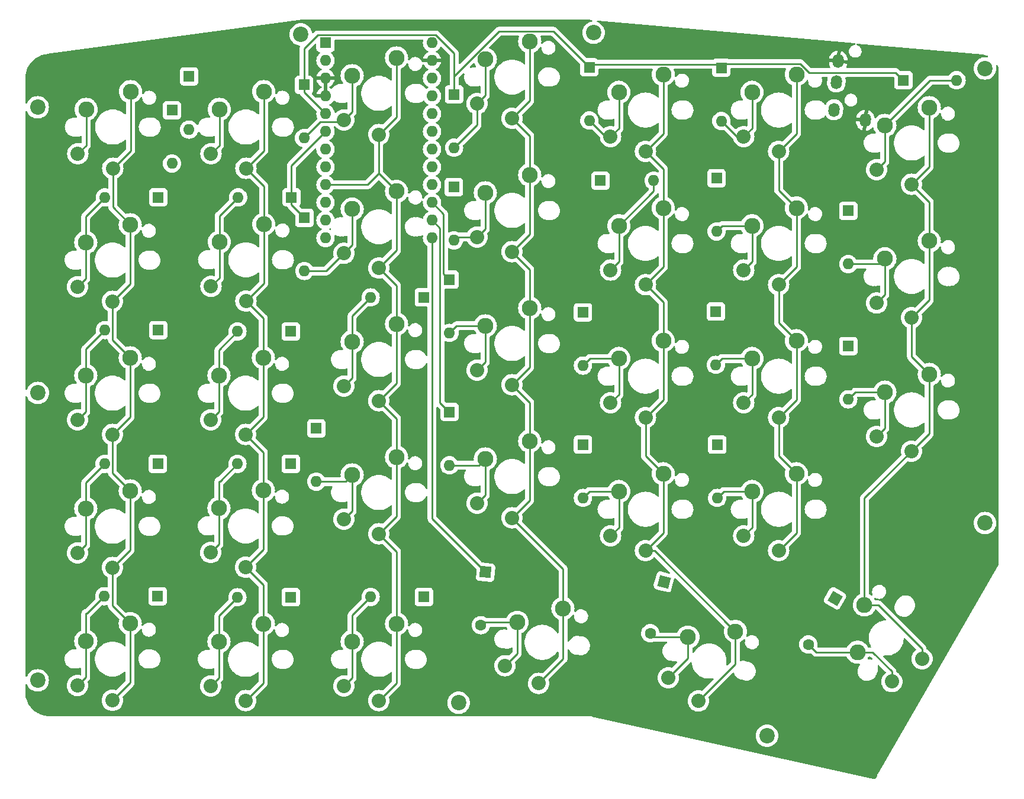
<source format=gbr>
%TF.GenerationSoftware,KiCad,Pcbnew,(6.0.1-0)*%
%TF.CreationDate,2022-09-28T20:42:43+02:00*%
%TF.ProjectId,Takmak-left,54616b6d-616b-42d6-9c65-66742e6b6963,rev?*%
%TF.SameCoordinates,Original*%
%TF.FileFunction,Copper,L1,Top*%
%TF.FilePolarity,Positive*%
%FSLAX46Y46*%
G04 Gerber Fmt 4.6, Leading zero omitted, Abs format (unit mm)*
G04 Created by KiCad (PCBNEW (6.0.1-0)) date 2022-09-28 20:42:43*
%MOMM*%
%LPD*%
G01*
G04 APERTURE LIST*
G04 Aperture macros list*
%AMHorizOval*
0 Thick line with rounded ends*
0 $1 width*
0 $2 $3 position (X,Y) of the first rounded end (center of the circle)*
0 $4 $5 position (X,Y) of the second rounded end (center of the circle)*
0 Add line between two ends*
20,1,$1,$2,$3,$4,$5,0*
0 Add two circle primitives to create the rounded ends*
1,1,$1,$2,$3*
1,1,$1,$4,$5*%
%AMRotRect*
0 Rectangle, with rotation*
0 The origin of the aperture is its center*
0 $1 length*
0 $2 width*
0 $3 Rotation angle, in degrees counterclockwise*
0 Add horizontal line*
21,1,$1,$2,0,0,$3*%
G04 Aperture macros list end*
%TA.AperFunction,ComponentPad*%
%ADD10C,2.032000*%
%TD*%
%TA.AperFunction,ComponentPad*%
%ADD11C,2.286000*%
%TD*%
%TA.AperFunction,ComponentPad*%
%ADD12C,2.200000*%
%TD*%
%TA.AperFunction,ComponentPad*%
%ADD13R,1.600000X1.600000*%
%TD*%
%TA.AperFunction,ComponentPad*%
%ADD14O,1.600000X1.600000*%
%TD*%
%TA.AperFunction,ComponentPad*%
%ADD15RotRect,1.600000X1.600000X265.000000*%
%TD*%
%TA.AperFunction,ComponentPad*%
%ADD16HorizOval,1.600000X0.000000X0.000000X0.000000X0.000000X0*%
%TD*%
%TA.AperFunction,ComponentPad*%
%ADD17HorizOval,1.600000X0.017431X0.199239X-0.017431X-0.199239X0*%
%TD*%
%TA.AperFunction,ComponentPad*%
%ADD18RotRect,1.600000X1.600000X240.000000*%
%TD*%
%TA.AperFunction,ComponentPad*%
%ADD19HorizOval,1.600000X0.000000X0.000000X0.000000X0.000000X0*%
%TD*%
%TA.AperFunction,ComponentPad*%
%ADD20RotRect,1.600000X1.600000X255.000000*%
%TD*%
%TA.AperFunction,ComponentPad*%
%ADD21HorizOval,1.600000X0.000000X0.000000X0.000000X0.000000X0*%
%TD*%
%TA.AperFunction,Conductor*%
%ADD22C,0.250000*%
%TD*%
G04 APERTURE END LIST*
D10*
%TO.P,SW20,1,1*%
%TO.N,col_5*%
X129032000Y-78086800D03*
D11*
X131572000Y-67106800D03*
D10*
%TO.P,SW20,2,2*%
%TO.N,Net-(D20-Pad2)*%
X124032000Y-75986800D03*
D11*
X125222000Y-69646800D03*
%TD*%
%TO.P,SW6,1,1*%
%TO.N,col_2*%
X188772800Y-69494400D03*
D10*
X186232800Y-80474400D03*
D11*
%TO.P,SW6,2,2*%
%TO.N,Net-(D6-Pad2)*%
X182422800Y-72034400D03*
D10*
X181232800Y-78374400D03*
%TD*%
%TO.P,SW28,1,1*%
%TO.N,col_6*%
X109982000Y-140012000D03*
D11*
X112522000Y-129032000D03*
D10*
%TO.P,SW28,2,2*%
%TO.N,Net-(D28-Pad2)*%
X104982000Y-137912000D03*
D11*
X106172000Y-131572000D03*
%TD*%
D10*
%TO.P,SW9,1,1*%
%TO.N,col_3*%
X167182800Y-61373600D03*
D11*
X169722800Y-50393600D03*
D10*
%TO.P,SW9,2,2*%
%TO.N,Net-(D9-Pad2)*%
X162182800Y-59273600D03*
D11*
X163372800Y-52933600D03*
%TD*%
D12*
%TO.P,U4,*%
%TO.N,*%
X80250000Y-95970000D03*
%TD*%
D11*
%TO.P,SW25,1,1*%
%TO.N,col_6*%
X112572800Y-71831200D03*
D10*
X110032800Y-82811200D03*
D11*
%TO.P,SW25,2,2*%
%TO.N,Net-(D25-Pad2)*%
X106222800Y-74371200D03*
D10*
X105032800Y-80711200D03*
%TD*%
%TO.P,SW16,1,1*%
%TO.N,col_4*%
X148082000Y-94800000D03*
D11*
X150622000Y-83820000D03*
%TO.P,SW16,2,2*%
%TO.N,Net-(D16-Pad2)*%
X144272000Y-86360000D03*
D10*
X143082000Y-92700000D03*
%TD*%
%TO.P,SW12,1,1*%
%TO.N,col_3*%
X167182800Y-118523600D03*
D11*
X169722800Y-107543600D03*
D10*
%TO.P,SW12,2,2*%
%TO.N,Net-(D12-Pad2)*%
X162182800Y-116423600D03*
D11*
X163372800Y-110083600D03*
%TD*%
D10*
%TO.P,SW13,1,1*%
%TO.N,col_3*%
X174748968Y-140064962D03*
D11*
X180044252Y-130116497D03*
%TO.P,SW13,2,2*%
%TO.N,Net-(D13-Pad2)*%
X173253223Y-130926448D03*
D10*
X170462858Y-136742423D03*
%TD*%
D11*
%TO.P,SW3,1,1*%
%TO.N,col_1*%
X207772000Y-93319600D03*
D10*
X205232000Y-104299600D03*
D11*
%TO.P,SW3,2,2*%
%TO.N,Net-(D3-Pad2)*%
X201422000Y-95859600D03*
D10*
X200232000Y-102199600D03*
%TD*%
D11*
%TO.P,SW23,1,1*%
%TO.N,col_5*%
X131572000Y-129032000D03*
D10*
X129032000Y-140012000D03*
D11*
%TO.P,SW23,2,2*%
%TO.N,Net-(D23-Pad2)*%
X125222000Y-131572000D03*
D10*
X124032000Y-137912000D03*
%TD*%
%TO.P,SW32,1,1*%
%TO.N,col_7*%
X90932000Y-120962000D03*
D11*
X93472000Y-109982000D03*
D10*
%TO.P,SW32,2,2*%
%TO.N,Net-(D32-Pad2)*%
X85932000Y-118862000D03*
D11*
X87122000Y-112522000D03*
%TD*%
%TO.P,SW11,1,1*%
%TO.N,col_3*%
X169722800Y-88493600D03*
D10*
X167182800Y-99473600D03*
%TO.P,SW11,2,2*%
%TO.N,Net-(D11-Pad2)*%
X162182800Y-97373600D03*
D11*
X163372800Y-91033600D03*
%TD*%
D12*
%TO.P,U4,*%
%TO.N,*%
X140450000Y-140320000D03*
%TD*%
D10*
%TO.P,SW2,1,1*%
%TO.N,col_1*%
X205232000Y-85198800D03*
D11*
X207772000Y-74218800D03*
%TO.P,SW2,2,2*%
%TO.N,Net-(D2-Pad2)*%
X201422000Y-76758800D03*
D10*
X200232000Y-83098800D03*
%TD*%
D12*
%TO.P,U4,*%
%TO.N,*%
X80230000Y-55080000D03*
%TD*%
D11*
%TO.P,SW7,1,1*%
%TO.N,col_2*%
X188772800Y-88493600D03*
D10*
X186232800Y-99473600D03*
%TO.P,SW7,2,2*%
%TO.N,Net-(D7-Pad2)*%
X181232800Y-97373600D03*
D11*
X182422800Y-91033600D03*
%TD*%
D10*
%TO.P,SW27,1,1*%
%TO.N,col_6*%
X109982000Y-120911200D03*
D11*
X112522000Y-109931200D03*
%TO.P,SW27,2,2*%
%TO.N,Net-(D27-Pad2)*%
X106172000Y-112471200D03*
D10*
X104982000Y-118811200D03*
%TD*%
D11*
%TO.P,SW31,1,1*%
%TO.N,col_7*%
X93472000Y-90932000D03*
D10*
X90932000Y-101912000D03*
%TO.P,SW31,2,2*%
%TO.N,Net-(D31-Pad2)*%
X85932000Y-99812000D03*
D11*
X87122000Y-93472000D03*
%TD*%
D10*
%TO.P,SW10,1,1*%
%TO.N,col_3*%
X167182800Y-80474400D03*
D11*
X169722800Y-69494400D03*
%TO.P,SW10,2,2*%
%TO.N,Net-(D10-Pad2)*%
X163372800Y-72034400D03*
D10*
X162182800Y-78374400D03*
%TD*%
D13*
%TO.P,U1,1,TX*%
%TO.N,unconnected-(U1-Pad1)*%
X121412000Y-45847000D03*
D14*
%TO.P,U1,2,RX*%
%TO.N,SERIAL*%
X121412000Y-48387000D03*
%TO.P,U1,3,GND*%
%TO.N,GND*%
X121412000Y-50927000D03*
%TO.P,U1,4,GND*%
X121412000Y-53467000D03*
%TO.P,U1,5,SDA*%
%TO.N,row_1*%
X121412000Y-56007000D03*
%TO.P,U1,6,SCL*%
%TO.N,row_2*%
X121412000Y-58547000D03*
%TO.P,U1,7,D4*%
%TO.N,col_6*%
X121412000Y-61087000D03*
%TO.P,U1,8,C6*%
%TO.N,col_7*%
X121412000Y-63627000D03*
%TO.P,U1,9,D7*%
%TO.N,col_5*%
X121412000Y-66167000D03*
%TO.P,U1,10,E6*%
%TO.N,unconnected-(U1-Pad10)*%
X121412000Y-68707000D03*
%TO.P,U1,11,B4*%
%TO.N,unconnected-(U1-Pad11)*%
X121412000Y-71247000D03*
%TO.P,U1,12,B5*%
%TO.N,unconnected-(U1-Pad12)*%
X121412000Y-73787000D03*
%TO.P,U1,13,B6*%
%TO.N,row_5*%
X136652000Y-73787000D03*
%TO.P,U1,14,B2*%
%TO.N,row_4*%
X136652000Y-71247000D03*
%TO.P,U1,15,B3*%
%TO.N,row_3*%
X136652000Y-68707000D03*
%TO.P,U1,16,B1*%
%TO.N,col_1*%
X136652000Y-66167000D03*
%TO.P,U1,17,F7*%
%TO.N,col_2*%
X136652000Y-63627000D03*
%TO.P,U1,18,F6*%
%TO.N,col_3*%
X136652000Y-61087000D03*
%TO.P,U1,19,F5*%
%TO.N,col_4*%
X136652000Y-58547000D03*
%TO.P,U1,20,F4*%
%TO.N,unconnected-(U1-Pad20)*%
X136652000Y-56007000D03*
%TO.P,U1,21,VCC*%
%TO.N,VCC*%
X136652000Y-53467000D03*
%TO.P,U1,22,RST*%
%TO.N,unconnected-(U1-Pad22)*%
X136652000Y-50927000D03*
%TO.P,U1,23,GND*%
%TO.N,GND*%
X136652000Y-48387000D03*
%TO.P,U1,24,RAW*%
%TO.N,unconnected-(U1-Pad24)*%
X136652000Y-45847000D03*
%TD*%
D10*
%TO.P,SW8,1,1*%
%TO.N,col_2*%
X186232800Y-118523600D03*
D11*
X188772800Y-107543600D03*
D10*
%TO.P,SW8,2,2*%
%TO.N,Net-(D8-Pad2)*%
X181232800Y-116423600D03*
D11*
X182422800Y-110083600D03*
%TD*%
D10*
%TO.P,SW19,1,1*%
%TO.N,col_5*%
X129032000Y-58986000D03*
D11*
X131572000Y-48006000D03*
%TO.P,SW19,2,2*%
%TO.N,Net-(D19-Pad2)*%
X125222000Y-50546000D03*
D10*
X124032000Y-56886000D03*
%TD*%
D11*
%TO.P,SW4,1,1*%
%TO.N,col_1*%
X198495791Y-126324295D03*
D10*
X206734750Y-134014000D03*
%TO.P,SW4,2,2*%
%TO.N,Net-(D4-Pad2)*%
X202416097Y-137294127D03*
D11*
X197520495Y-133093557D03*
%TD*%
D10*
%TO.P,SW21,1,1*%
%TO.N,col_5*%
X129032000Y-97086000D03*
D11*
X131572000Y-86106000D03*
%TO.P,SW21,2,2*%
%TO.N,Net-(D21-Pad2)*%
X125222000Y-88646000D03*
D10*
X124032000Y-94986000D03*
%TD*%
D12*
%TO.P,U4,*%
%TO.N,*%
X117870000Y-44640000D03*
%TD*%
%TO.P,U4,*%
%TO.N,*%
X184560000Y-145050000D03*
%TD*%
D10*
%TO.P,SW15,1,1*%
%TO.N,col_4*%
X148082000Y-75750000D03*
D11*
X150622000Y-64770000D03*
D10*
%TO.P,SW15,2,2*%
%TO.N,Net-(D15-Pad2)*%
X143082000Y-73650000D03*
D11*
X144272000Y-67310000D03*
%TD*%
D12*
%TO.P,U4,*%
%TO.N,*%
X215740000Y-114600000D03*
%TD*%
D10*
%TO.P,SW1,1,1*%
%TO.N,col_1*%
X205232000Y-66098000D03*
D11*
X207772000Y-55118000D03*
%TO.P,SW1,2,2*%
%TO.N,Net-(D1-Pad2)*%
X201422000Y-57658000D03*
D10*
X200232000Y-63998000D03*
%TD*%
D12*
%TO.P,U4,*%
%TO.N,*%
X215740000Y-49510000D03*
%TD*%
%TO.P,U4,*%
%TO.N,*%
X80230000Y-137120000D03*
%TD*%
D11*
%TO.P,SW22,1,1*%
%TO.N,col_5*%
X131572000Y-105156000D03*
D10*
X129032000Y-116136000D03*
%TO.P,SW22,2,2*%
%TO.N,Net-(D22-Pad2)*%
X124032000Y-114036000D03*
D11*
X125222000Y-107696000D03*
%TD*%
D12*
%TO.P,U4,*%
%TO.N,*%
X159750000Y-44400000D03*
%TD*%
D10*
%TO.P,SW17,1,1*%
%TO.N,col_4*%
X148082000Y-113850000D03*
D11*
X150622000Y-102870000D03*
D10*
%TO.P,SW17,2,2*%
%TO.N,Net-(D17-Pad2)*%
X143082000Y-111750000D03*
D11*
X144272000Y-105410000D03*
%TD*%
%TO.P,SW29,1,1*%
%TO.N,col_7*%
X93522800Y-52832000D03*
D10*
X90982800Y-63812000D03*
D11*
%TO.P,SW29,2,2*%
%TO.N,Net-(D29-Pad2)*%
X87172800Y-55372000D03*
D10*
X85982800Y-61712000D03*
%TD*%
D11*
%TO.P,SW30,1,1*%
%TO.N,col_7*%
X93472000Y-71882000D03*
D10*
X90932000Y-82862000D03*
D11*
%TO.P,SW30,2,2*%
%TO.N,Net-(D30-Pad2)*%
X87122000Y-74422000D03*
D10*
X85932000Y-80762000D03*
%TD*%
D11*
%TO.P,SW26,1,1*%
%TO.N,col_6*%
X112522000Y-90932000D03*
D10*
X109982000Y-101912000D03*
D11*
%TO.P,SW26,2,2*%
%TO.N,Net-(D26-Pad2)*%
X106172000Y-93472000D03*
D10*
X104982000Y-99812000D03*
%TD*%
D11*
%TO.P,SW24,1,1*%
%TO.N,col_6*%
X112572800Y-52832000D03*
D10*
X110032800Y-63812000D03*
%TO.P,SW24,2,2*%
%TO.N,Net-(D24-Pad2)*%
X105032800Y-61712000D03*
D11*
X106222800Y-55372000D03*
%TD*%
%TO.P,SW18,1,1*%
%TO.N,col_4*%
X155373086Y-126834307D03*
D10*
X151885781Y-137551149D03*
%TO.P,SW18,2,2*%
%TO.N,Net-(D18-Pad2)*%
X147087835Y-135023361D03*
D11*
X148825874Y-128811202D03*
%TD*%
D10*
%TO.P,SW5,1,1*%
%TO.N,col_2*%
X186232800Y-61373600D03*
D11*
X188772800Y-50393600D03*
D10*
%TO.P,SW5,2,2*%
%TO.N,Net-(D5-Pad2)*%
X181232800Y-59273600D03*
D11*
X182422800Y-52933600D03*
%TD*%
D10*
%TO.P,SW14,1,1*%
%TO.N,col_4*%
X148082000Y-56649200D03*
D11*
X150622000Y-45669200D03*
%TO.P,SW14,2,2*%
%TO.N,Net-(D14-Pad2)*%
X144272000Y-48209200D03*
D10*
X143082000Y-54549200D03*
%TD*%
D11*
%TO.P,SW33,1,1*%
%TO.N,col_7*%
X93472000Y-128981200D03*
D10*
X90932000Y-139961200D03*
D11*
%TO.P,SW33,2,2*%
%TO.N,Net-(D33-Pad2)*%
X87122000Y-131521200D03*
D10*
X85932000Y-137861200D03*
%TD*%
D15*
%TO.P,D18,1,K*%
%TO.N,row_5*%
X144299264Y-121629698D03*
D16*
%TO.P,D18,2,A*%
%TO.N,Net-(D18-Pad2)*%
X143635137Y-129220702D03*
%TD*%
D13*
%TO.P,D22,1,K*%
%TO.N,row_4*%
X120091200Y-101041200D03*
D14*
%TO.P,D22,2,A*%
%TO.N,Net-(D22-Pad2)*%
X120091200Y-108661200D03*
%TD*%
D13*
%TO.P,D23,1,K*%
%TO.N,row_5*%
X135483600Y-125171200D03*
D14*
%TO.P,D23,2,A*%
%TO.N,Net-(D23-Pad2)*%
X127863600Y-125171200D03*
%TD*%
D13*
%TO.P,D27,1,K*%
%TO.N,row_4*%
X116433600Y-106121200D03*
D14*
%TO.P,D27,2,A*%
%TO.N,Net-(D27-Pad2)*%
X108813600Y-106121200D03*
%TD*%
D13*
%TO.P,D6,1,K*%
%TO.N,row_2*%
X177342800Y-65227200D03*
D14*
%TO.P,D6,2,A*%
%TO.N,Net-(D6-Pad2)*%
X177342800Y-72847200D03*
%TD*%
D13*
%TO.P,D7,1,K*%
%TO.N,row_3*%
X177241200Y-84328000D03*
D14*
%TO.P,D7,2,A*%
%TO.N,Net-(D7-Pad2)*%
X177241200Y-91948000D03*
%TD*%
D17*
%TO.P,J1,R1*%
%TO.N,VCC*%
X194494879Y-51449313D03*
%TO.P,J1,R2*%
%TO.N,GND*%
X194756346Y-48460729D03*
%TO.P,J1,S*%
X198632880Y-56930822D03*
%TO.P,J1,T*%
%TO.N,SERIAL*%
X194146256Y-55434092D03*
%TD*%
D13*
%TO.P,D19,1,K*%
%TO.N,row_1*%
X118338600Y-51866800D03*
D14*
%TO.P,D19,2,A*%
%TO.N,Net-(D19-Pad2)*%
X118338600Y-59486800D03*
%TD*%
D13*
%TO.P,D26,1,K*%
%TO.N,row_3*%
X116433600Y-87172800D03*
D14*
%TO.P,D26,2,A*%
%TO.N,Net-(D26-Pad2)*%
X108813600Y-87172800D03*
%TD*%
D13*
%TO.P,D3,1,K*%
%TO.N,row_3*%
X196189600Y-89255600D03*
D14*
%TO.P,D3,2,A*%
%TO.N,Net-(D3-Pad2)*%
X196189600Y-96875600D03*
%TD*%
D13*
%TO.P,D24,1,K*%
%TO.N,row_1*%
X101890000Y-50650000D03*
D14*
%TO.P,D24,2,A*%
%TO.N,Net-(D24-Pad2)*%
X101890000Y-58270000D03*
%TD*%
D13*
%TO.P,D5,1,K*%
%TO.N,row_1*%
X178028600Y-49428400D03*
D14*
%TO.P,D5,2,A*%
%TO.N,Net-(D5-Pad2)*%
X178028600Y-57048400D03*
%TD*%
D13*
%TO.P,D25,1,K*%
%TO.N,row_2*%
X116535200Y-67970400D03*
D14*
%TO.P,D25,2,A*%
%TO.N,Net-(D25-Pad2)*%
X108915200Y-67970400D03*
%TD*%
D13*
%TO.P,D2,1,K*%
%TO.N,row_2*%
X196189600Y-69900800D03*
D14*
%TO.P,D2,2,A*%
%TO.N,Net-(D2-Pad2)*%
X196189600Y-77520800D03*
%TD*%
D13*
%TO.P,D11,1,K*%
%TO.N,row_3*%
X158242000Y-84429600D03*
D14*
%TO.P,D11,2,A*%
%TO.N,Net-(D11-Pad2)*%
X158242000Y-92049600D03*
%TD*%
D13*
%TO.P,D31,1,K*%
%TO.N,row_3*%
X97485200Y-86969600D03*
D14*
%TO.P,D31,2,A*%
%TO.N,Net-(D31-Pad2)*%
X89865200Y-86969600D03*
%TD*%
D13*
%TO.P,D10,1,K*%
%TO.N,row_2*%
X160731200Y-65582800D03*
D14*
%TO.P,D10,2,A*%
%TO.N,Net-(D10-Pad2)*%
X168351200Y-65582800D03*
%TD*%
D18*
%TO.P,D4,1,K*%
%TO.N,row_4*%
X194284600Y-125376844D03*
D19*
%TO.P,D4,2,A*%
%TO.N,Net-(D4-Pad2)*%
X190474600Y-131975958D03*
%TD*%
D13*
%TO.P,D8,1,K*%
%TO.N,row_4*%
X177444400Y-103378000D03*
D14*
%TO.P,D8,2,A*%
%TO.N,Net-(D8-Pad2)*%
X177444400Y-110998000D03*
%TD*%
D13*
%TO.P,D12,1,K*%
%TO.N,row_4*%
X158242000Y-103378000D03*
D14*
%TO.P,D12,2,A*%
%TO.N,Net-(D12-Pad2)*%
X158242000Y-110998000D03*
%TD*%
D13*
%TO.P,D9,1,K*%
%TO.N,row_1*%
X159156400Y-49352200D03*
D14*
%TO.P,D9,2,A*%
%TO.N,Net-(D9-Pad2)*%
X159156400Y-56972200D03*
%TD*%
D13*
%TO.P,D29,1,K*%
%TO.N,row_1*%
X99450000Y-55510000D03*
D14*
%TO.P,D29,2,A*%
%TO.N,Net-(D29-Pad2)*%
X99450000Y-63130000D03*
%TD*%
D13*
%TO.P,D17,1,K*%
%TO.N,row_4*%
X139141200Y-98704400D03*
D14*
%TO.P,D17,2,A*%
%TO.N,Net-(D17-Pad2)*%
X139141200Y-106324400D03*
%TD*%
D20*
%TO.P,D13,1,K*%
%TO.N,row_5*%
X169845301Y-123015023D03*
D21*
%TO.P,D13,2,A*%
%TO.N,Net-(D13-Pad2)*%
X167873100Y-130375378D03*
%TD*%
D13*
%TO.P,D1,1,K*%
%TO.N,row_1*%
X204063600Y-51206400D03*
D14*
%TO.P,D1,2,A*%
%TO.N,Net-(D1-Pad2)*%
X211683600Y-51206400D03*
%TD*%
D13*
%TO.P,D21,1,K*%
%TO.N,row_3*%
X135483600Y-82296000D03*
D14*
%TO.P,D21,2,A*%
%TO.N,Net-(D21-Pad2)*%
X127863600Y-82296000D03*
%TD*%
D13*
%TO.P,D15,1,K*%
%TO.N,row_2*%
X139776200Y-66497200D03*
D14*
%TO.P,D15,2,A*%
%TO.N,Net-(D15-Pad2)*%
X139776200Y-74117200D03*
%TD*%
D13*
%TO.P,D33,1,K*%
%TO.N,row_5*%
X97383600Y-125069600D03*
D14*
%TO.P,D33,2,A*%
%TO.N,Net-(D33-Pad2)*%
X89763600Y-125069600D03*
%TD*%
D13*
%TO.P,D32,1,K*%
%TO.N,row_4*%
X97434400Y-106121200D03*
D14*
%TO.P,D32,2,A*%
%TO.N,Net-(D32-Pad2)*%
X89814400Y-106121200D03*
%TD*%
D13*
%TO.P,D20,1,K*%
%TO.N,row_2*%
X118389400Y-70891400D03*
D14*
%TO.P,D20,2,A*%
%TO.N,Net-(D20-Pad2)*%
X118389400Y-78511400D03*
%TD*%
D13*
%TO.P,D14,1,K*%
%TO.N,row_1*%
X139801600Y-53238400D03*
D14*
%TO.P,D14,2,A*%
%TO.N,Net-(D14-Pad2)*%
X139801600Y-60858400D03*
%TD*%
D13*
%TO.P,D16,1,K*%
%TO.N,row_3*%
X139141200Y-79756000D03*
D14*
%TO.P,D16,2,A*%
%TO.N,Net-(D16-Pad2)*%
X139141200Y-87376000D03*
%TD*%
D13*
%TO.P,D28,1,K*%
%TO.N,row_5*%
X116433600Y-125222000D03*
D14*
%TO.P,D28,2,A*%
%TO.N,Net-(D28-Pad2)*%
X108813600Y-125222000D03*
%TD*%
D13*
%TO.P,D30,1,K*%
%TO.N,row_2*%
X97485200Y-67970400D03*
D14*
%TO.P,D30,2,A*%
%TO.N,Net-(D30-Pad2)*%
X89865200Y-67970400D03*
%TD*%
D22*
%TO.N,row_1*%
X139801600Y-47331600D02*
X139801600Y-50604225D01*
X154005889Y-44201689D02*
X146204136Y-44201689D01*
X118338600Y-51866800D02*
X118338600Y-52933600D01*
X139801600Y-50604225D02*
X139801600Y-53238400D01*
X178612800Y-48844200D02*
X178028600Y-49428400D01*
X189298775Y-48844200D02*
X178612800Y-48844200D01*
X159156400Y-49352200D02*
X154005889Y-44201689D01*
X177526289Y-48926089D02*
X159582511Y-48926089D01*
X204063600Y-51206400D02*
X202967044Y-50109844D01*
X118338600Y-51866800D02*
X118338600Y-46671378D01*
X146204136Y-44201689D02*
X139801600Y-50604225D01*
X137192489Y-44722489D02*
X139801600Y-47331600D01*
X159582511Y-48926089D02*
X159156400Y-49352200D01*
X118338600Y-52933600D02*
X121412000Y-56007000D01*
X178028600Y-49428400D02*
X177526289Y-48926089D01*
X118338600Y-46671378D02*
X120287489Y-44722489D01*
X120287489Y-44722489D02*
X137192489Y-44722489D01*
X190564419Y-50109844D02*
X189298775Y-48844200D01*
X202967044Y-50109844D02*
X190564419Y-50109844D01*
%TO.N,Net-(D1-Pad2)*%
X200232000Y-63998000D02*
X201422000Y-62808000D01*
X211683600Y-51206400D02*
X207873600Y-51206400D01*
X207873600Y-51206400D02*
X201422000Y-57658000D01*
X201422000Y-62808000D02*
X201422000Y-57658000D01*
%TO.N,row_2*%
X116535200Y-63423800D02*
X121412000Y-58547000D01*
X116535200Y-67970400D02*
X116535200Y-63423800D01*
X116535200Y-69037200D02*
X118389400Y-70891400D01*
X116535200Y-67970400D02*
X116535200Y-69037200D01*
%TO.N,Net-(D2-Pad2)*%
X200660000Y-77520800D02*
X201422000Y-76758800D01*
X201422000Y-81908800D02*
X201422000Y-76758800D01*
X200232000Y-83098800D02*
X201422000Y-81908800D01*
X196189600Y-77520800D02*
X200660000Y-77520800D01*
%TO.N,row_3*%
X138277600Y-70332600D02*
X138277600Y-78892400D01*
X136652000Y-68707000D02*
X138277600Y-70332600D01*
X138277600Y-78892400D02*
X139141200Y-79756000D01*
%TO.N,Net-(D3-Pad2)*%
X201422000Y-101009600D02*
X201422000Y-95859600D01*
X200232000Y-102199600D02*
X201422000Y-101009600D01*
X197205600Y-95859600D02*
X196189600Y-96875600D01*
X201422000Y-95859600D02*
X197205600Y-95859600D01*
%TO.N,row_4*%
X137776511Y-72371511D02*
X137776511Y-97339711D01*
X136652000Y-71247000D02*
X137776511Y-72371511D01*
X137776511Y-97339711D02*
X139141200Y-98704400D01*
%TO.N,Net-(D4-Pad2)*%
X202416097Y-137294127D02*
X202416097Y-135857287D01*
X202416097Y-135857287D02*
X199652367Y-133093557D01*
X191592199Y-133093557D02*
X190474600Y-131975958D01*
X199652367Y-133093557D02*
X197520495Y-133093557D01*
X197520495Y-133093557D02*
X191592199Y-133093557D01*
%TO.N,Net-(D5-Pad2)*%
X178028600Y-57048400D02*
X180253800Y-59273600D01*
X180253800Y-59273600D02*
X181232800Y-59273600D01*
X182422800Y-58083600D02*
X182422800Y-52933600D01*
X181232800Y-59273600D02*
X182422800Y-58083600D01*
%TO.N,Net-(D6-Pad2)*%
X178155600Y-72034400D02*
X177342800Y-72847200D01*
X182422800Y-77184400D02*
X182422800Y-72034400D01*
X181232800Y-78374400D02*
X182422800Y-77184400D01*
X182422800Y-72034400D02*
X178155600Y-72034400D01*
%TO.N,Net-(D7-Pad2)*%
X178155600Y-91033600D02*
X177241200Y-91948000D01*
X181232800Y-97373600D02*
X182422800Y-96183600D01*
X182422800Y-96183600D02*
X182422800Y-91033600D01*
X182422800Y-91033600D02*
X178155600Y-91033600D01*
%TO.N,Net-(D8-Pad2)*%
X181232800Y-116423600D02*
X182422800Y-115233600D01*
X178358800Y-110083600D02*
X177444400Y-110998000D01*
X182422800Y-110083600D02*
X178358800Y-110083600D01*
X182422800Y-115233600D02*
X182422800Y-110083600D01*
%TO.N,Net-(D9-Pad2)*%
X162182800Y-59273600D02*
X163372800Y-58083600D01*
X163372800Y-58083600D02*
X163372800Y-52933600D01*
X159156400Y-56972200D02*
X161457800Y-59273600D01*
X161457800Y-59273600D02*
X162182800Y-59273600D01*
%TO.N,Net-(D10-Pad2)*%
X168351200Y-67056000D02*
X168351200Y-65582800D01*
X162182800Y-78374400D02*
X163372800Y-77184400D01*
X163372800Y-72034400D02*
X168351200Y-67056000D01*
X163372800Y-77184400D02*
X163372800Y-72034400D01*
%TO.N,Net-(D11-Pad2)*%
X162182800Y-97373600D02*
X163372800Y-96183600D01*
X163372800Y-96183600D02*
X163372800Y-91033600D01*
X159258000Y-91033600D02*
X158242000Y-92049600D01*
X163372800Y-91033600D02*
X159258000Y-91033600D01*
%TO.N,Net-(D12-Pad2)*%
X162182800Y-116423600D02*
X163372800Y-115233600D01*
X163372800Y-115233600D02*
X163372800Y-110083600D01*
X163372800Y-110083600D02*
X159156400Y-110083600D01*
X159156400Y-110083600D02*
X158242000Y-110998000D01*
%TO.N,row_5*%
X136652000Y-113982434D02*
X136652000Y-73787000D01*
X144299264Y-121629698D02*
X136652000Y-113982434D01*
%TO.N,Net-(D13-Pad2)*%
X168424170Y-130926448D02*
X167873100Y-130375378D01*
X173253223Y-133952058D02*
X173253223Y-130926448D01*
X173253223Y-130926448D02*
X168424170Y-130926448D01*
X170462858Y-136742423D02*
X173253223Y-133952058D01*
%TO.N,Net-(D14-Pad2)*%
X144272000Y-53359200D02*
X144272000Y-48209200D01*
X143082000Y-54549200D02*
X144272000Y-53359200D01*
X143082000Y-57578000D02*
X139801600Y-60858400D01*
X143082000Y-54549200D02*
X143082000Y-57578000D01*
%TO.N,Net-(D15-Pad2)*%
X143082000Y-73650000D02*
X144272000Y-72460000D01*
X140243400Y-73650000D02*
X139776200Y-74117200D01*
X144272000Y-72460000D02*
X144272000Y-67310000D01*
X143082000Y-73650000D02*
X140243400Y-73650000D01*
%TO.N,Net-(D16-Pad2)*%
X140157200Y-86360000D02*
X139141200Y-87376000D01*
X144272000Y-91510000D02*
X144272000Y-86360000D01*
X144272000Y-86360000D02*
X140157200Y-86360000D01*
X143082000Y-92700000D02*
X144272000Y-91510000D01*
%TO.N,Net-(D17-Pad2)*%
X143357600Y-106324400D02*
X144272000Y-105410000D01*
X143082000Y-111750000D02*
X144272000Y-110560000D01*
X144272000Y-110560000D02*
X144272000Y-105410000D01*
X139141200Y-106324400D02*
X143357600Y-106324400D01*
%TO.N,Net-(D18-Pad2)*%
X147087835Y-135023361D02*
X148825874Y-133285322D01*
X144044637Y-128811202D02*
X143635137Y-129220702D01*
X148825874Y-133285322D02*
X148825874Y-128811202D01*
X148825874Y-128811202D02*
X144044637Y-128811202D01*
%TO.N,Net-(D19-Pad2)*%
X118338600Y-59486800D02*
X120693889Y-57131511D01*
X124032000Y-56886000D02*
X125222000Y-55696000D01*
X118523311Y-59671511D02*
X118338600Y-59486800D01*
X125222000Y-55696000D02*
X125222000Y-50546000D01*
X120693889Y-57131511D02*
X123786489Y-57131511D01*
X123786489Y-57131511D02*
X124032000Y-56886000D01*
%TO.N,Net-(D20-Pad2)*%
X125222000Y-74796800D02*
X125222000Y-69646800D01*
X118389400Y-78511400D02*
X121507400Y-78511400D01*
X124032000Y-75986800D02*
X125222000Y-74796800D01*
X121507400Y-78511400D02*
X124032000Y-75986800D01*
%TO.N,Net-(D21-Pad2)*%
X125222000Y-84937600D02*
X127863600Y-82296000D01*
X124032000Y-94986000D02*
X125222000Y-93796000D01*
X125222000Y-88646000D02*
X125222000Y-84937600D01*
X125222000Y-93796000D02*
X125222000Y-88646000D01*
%TO.N,Net-(D22-Pad2)*%
X124256800Y-108661200D02*
X125222000Y-107696000D01*
X125222000Y-112846000D02*
X125222000Y-107696000D01*
X124032000Y-114036000D02*
X125222000Y-112846000D01*
X120091200Y-108661200D02*
X124256800Y-108661200D01*
%TO.N,Net-(D23-Pad2)*%
X124032000Y-137912000D02*
X124043600Y-137912000D01*
X124043600Y-137912000D02*
X125222000Y-136733600D01*
X125222000Y-127812800D02*
X127863600Y-125171200D01*
X125222000Y-131572000D02*
X125222000Y-127812800D01*
X125222000Y-136733600D02*
X125222000Y-131572000D01*
%TO.N,Net-(D24-Pad2)*%
X105032800Y-61712000D02*
X106222800Y-60522000D01*
X106222800Y-60522000D02*
X106222800Y-55372000D01*
%TO.N,Net-(D25-Pad2)*%
X106273600Y-70612000D02*
X108915200Y-67970400D01*
X106222800Y-70612000D02*
X106273600Y-70612000D01*
X105032800Y-80711200D02*
X106222800Y-79521200D01*
X106222800Y-79521200D02*
X106222800Y-74371200D01*
X106222800Y-74371200D02*
X106222800Y-70612000D01*
%TO.N,Net-(D26-Pad2)*%
X104982000Y-99812000D02*
X106172000Y-98622000D01*
X106172000Y-89814400D02*
X108813600Y-87172800D01*
X106172000Y-98622000D02*
X106172000Y-93472000D01*
X106172000Y-93472000D02*
X106172000Y-89814400D01*
%TO.N,Net-(D27-Pad2)*%
X106172000Y-117621200D02*
X106172000Y-112471200D01*
X106172000Y-108610400D02*
X106324400Y-108610400D01*
X106172000Y-112471200D02*
X106172000Y-108610400D01*
X104982000Y-118811200D02*
X106172000Y-117621200D01*
X106324400Y-108610400D02*
X108813600Y-106121200D01*
%TO.N,Net-(D28-Pad2)*%
X104982000Y-137912000D02*
X106172000Y-136722000D01*
X106172000Y-127863600D02*
X108813600Y-125222000D01*
X106172000Y-136722000D02*
X106172000Y-131572000D01*
X106172000Y-131572000D02*
X106172000Y-127863600D01*
%TO.N,Net-(D29-Pad2)*%
X85982800Y-61712000D02*
X87172800Y-60522000D01*
X87172800Y-60522000D02*
X87172800Y-55372000D01*
%TO.N,Net-(D30-Pad2)*%
X87122000Y-79572000D02*
X87122000Y-74422000D01*
X87122000Y-74422000D02*
X87122000Y-70713600D01*
X87122000Y-70713600D02*
X89865200Y-67970400D01*
X85932000Y-80762000D02*
X87122000Y-79572000D01*
%TO.N,Net-(D31-Pad2)*%
X85932000Y-99812000D02*
X87122000Y-98622000D01*
X87122000Y-89712800D02*
X89865200Y-86969600D01*
X87122000Y-93472000D02*
X87122000Y-89712800D01*
X87122000Y-98622000D02*
X87122000Y-93472000D01*
%TO.N,Net-(D32-Pad2)*%
X85932000Y-118862000D02*
X87122000Y-117672000D01*
X87122000Y-117672000D02*
X87122000Y-112522000D01*
X87122000Y-112522000D02*
X87122000Y-108813600D01*
X87122000Y-108813600D02*
X89814400Y-106121200D01*
%TO.N,Net-(D33-Pad2)*%
X89763600Y-125069600D02*
X87274400Y-127558800D01*
X85932000Y-137861200D02*
X87122000Y-136671200D01*
X87274400Y-127558800D02*
X87122000Y-127558800D01*
X87122000Y-136671200D02*
X87122000Y-131521200D01*
X87122000Y-131521200D02*
X87122000Y-127558800D01*
%TO.N,col_1*%
X207772000Y-74218800D02*
X207772000Y-68638000D01*
X207772000Y-63558000D02*
X207772000Y-55118000D01*
X206734750Y-132577160D02*
X200481885Y-126324295D01*
X200481885Y-126324295D02*
X198495791Y-126324295D01*
X207772000Y-68638000D02*
X205232000Y-66098000D01*
X205232000Y-104299600D02*
X207772000Y-101759600D01*
X198495791Y-126324295D02*
X198495791Y-111035809D01*
X207772000Y-101759600D02*
X207772000Y-93319600D01*
X205232000Y-85198800D02*
X207772000Y-82658800D01*
X205232000Y-90779600D02*
X205232000Y-85198800D01*
X207772000Y-82658800D02*
X207772000Y-74218800D01*
X207772000Y-93319600D02*
X205232000Y-90779600D01*
X198495791Y-111035809D02*
X205232000Y-104299600D01*
X205232000Y-66098000D02*
X207772000Y-63558000D01*
X206734750Y-134014000D02*
X206734750Y-132577160D01*
%TO.N,col_2*%
X186232800Y-61373600D02*
X188772800Y-58833600D01*
X186232800Y-61373600D02*
X186232800Y-66954400D01*
X186232800Y-85953600D02*
X188772800Y-88493600D01*
X186232800Y-80474400D02*
X186232800Y-85953600D01*
X188772800Y-69494400D02*
X188772800Y-77934400D01*
X186232800Y-99473600D02*
X186232800Y-105003600D01*
X188772800Y-96933600D02*
X186232800Y-99473600D01*
X188772800Y-58833600D02*
X188772800Y-50393600D01*
X186232800Y-66954400D02*
X188772800Y-69494400D01*
X188772800Y-88493600D02*
X188772800Y-96933600D01*
X186232800Y-105003600D02*
X188772800Y-107543600D01*
X188772800Y-115983600D02*
X186232800Y-118523600D01*
X188772800Y-107543600D02*
X188772800Y-115983600D01*
X188772800Y-77934400D02*
X186232800Y-80474400D01*
%TO.N,col_3*%
X167182800Y-80474400D02*
X169722800Y-77934400D01*
X167182800Y-99473600D02*
X169722800Y-96933600D01*
X174748968Y-140064962D02*
X180044252Y-134769678D01*
X167182800Y-105003600D02*
X167182800Y-99473600D01*
X169722800Y-115983600D02*
X169722800Y-107543600D01*
X169722800Y-63913600D02*
X167182800Y-61373600D01*
X180044252Y-134769678D02*
X180044252Y-130116497D01*
X169722800Y-107543600D02*
X167182800Y-105003600D01*
X169722800Y-83014400D02*
X167182800Y-80474400D01*
X169722800Y-58833600D02*
X169722800Y-50393600D01*
X169722800Y-77934400D02*
X169722800Y-69494400D01*
X169722800Y-88493600D02*
X169722800Y-83014400D01*
X180044252Y-130116497D02*
X168451355Y-118523600D01*
X167182800Y-118523600D02*
X169722800Y-115983600D01*
X169722800Y-96933600D02*
X169722800Y-88493600D01*
X168451355Y-118523600D02*
X167182800Y-118523600D01*
X169722800Y-69494400D02*
X169722800Y-63913600D01*
X167182800Y-61373600D02*
X169722800Y-58833600D01*
%TO.N,col_4*%
X150622000Y-92260000D02*
X150622000Y-83820000D01*
X150622000Y-111310000D02*
X150622000Y-102870000D01*
X150622000Y-83820000D02*
X150622000Y-78290000D01*
X150622000Y-59189200D02*
X148082000Y-56649200D01*
X155373086Y-134015616D02*
X155373086Y-126834307D01*
X148082000Y-94800000D02*
X150622000Y-92260000D01*
X155373086Y-121141086D02*
X148082000Y-113850000D01*
X150622000Y-54109200D02*
X150622000Y-45669200D01*
X155397200Y-134039730D02*
X155373086Y-134015616D01*
X155373086Y-126834307D02*
X155373086Y-121141086D01*
X150622000Y-78290000D02*
X148082000Y-75750000D01*
X150622000Y-64770000D02*
X150622000Y-59189200D01*
X150622000Y-97340000D02*
X148082000Y-94800000D01*
X148082000Y-113850000D02*
X150622000Y-111310000D01*
X150622000Y-73210000D02*
X150622000Y-64770000D01*
X148082000Y-75750000D02*
X150622000Y-73210000D01*
X151885781Y-137551149D02*
X155397200Y-134039730D01*
X148082000Y-56649200D02*
X150622000Y-54109200D01*
X150622000Y-102870000D02*
X150622000Y-97340000D01*
%TO.N,col_5*%
X121412000Y-66167000D02*
X127431800Y-66167000D01*
X131572000Y-80626800D02*
X131572000Y-86106000D01*
X129032000Y-116136000D02*
X131572000Y-118676000D01*
X129032000Y-64566800D02*
X131572000Y-67106800D01*
X131572000Y-94546000D02*
X129032000Y-97086000D01*
X129032000Y-58986000D02*
X129032000Y-64566800D01*
X131572000Y-67106800D02*
X131572000Y-75546800D01*
X129032000Y-140012000D02*
X131572000Y-137472000D01*
X131572000Y-75546800D02*
X129032000Y-78086800D01*
X131572000Y-56446000D02*
X129032000Y-58986000D01*
X131572000Y-48006000D02*
X131572000Y-56446000D01*
X129032000Y-78086800D02*
X131572000Y-80626800D01*
X131572000Y-86106000D02*
X131572000Y-94546000D01*
X131572000Y-113596000D02*
X129032000Y-116136000D01*
X131572000Y-118676000D02*
X131572000Y-129032000D01*
X127431800Y-66167000D02*
X129032000Y-64566800D01*
X131572000Y-137472000D02*
X131572000Y-129032000D01*
X129032000Y-97086000D02*
X131572000Y-99626000D01*
X131572000Y-105156000D02*
X131572000Y-113596000D01*
X131572000Y-99626000D02*
X131572000Y-105156000D01*
%TO.N,col_6*%
X112572800Y-61272000D02*
X112572800Y-52832000D01*
X112522000Y-109931200D02*
X112522000Y-104452000D01*
X112522000Y-129032000D02*
X112522000Y-123451200D01*
X112572800Y-80271200D02*
X112572800Y-71831200D01*
X112522000Y-137472000D02*
X112522000Y-129032000D01*
X112572800Y-71831200D02*
X112572800Y-66352000D01*
X110032800Y-63812000D02*
X112572800Y-61272000D01*
X112522000Y-99372000D02*
X112522000Y-90932000D01*
X109982000Y-120911200D02*
X112522000Y-118371200D01*
X112522000Y-90932000D02*
X112522000Y-85300400D01*
X112522000Y-118371200D02*
X112522000Y-109931200D01*
X112522000Y-85300400D02*
X110032800Y-82811200D01*
X112572800Y-66352000D02*
X110032800Y-63812000D01*
X112522000Y-104452000D02*
X109982000Y-101912000D01*
X110032800Y-82811200D02*
X112572800Y-80271200D01*
X109982000Y-140012000D02*
X112522000Y-137472000D01*
X112522000Y-123451200D02*
X109982000Y-120911200D01*
X109982000Y-101912000D02*
X112522000Y-99372000D01*
%TO.N,col_7*%
X93472000Y-137421200D02*
X90932000Y-139961200D01*
X93472000Y-109982000D02*
X93472000Y-118422000D01*
X90932000Y-126441200D02*
X93472000Y-128981200D01*
X93472000Y-118422000D02*
X90932000Y-120962000D01*
X90932000Y-82862000D02*
X90932000Y-88392000D01*
X93472000Y-71882000D02*
X93472000Y-80322000D01*
X93522800Y-61272000D02*
X90982800Y-63812000D01*
X90932000Y-88392000D02*
X93472000Y-90932000D01*
X93522800Y-52832000D02*
X93522800Y-61272000D01*
X90932000Y-120962000D02*
X90932000Y-126441200D01*
X93472000Y-99372000D02*
X90932000Y-101912000D01*
X93472000Y-80322000D02*
X90932000Y-82862000D01*
X93472000Y-90932000D02*
X93472000Y-99372000D01*
X93472000Y-128981200D02*
X93472000Y-137421200D01*
X90982800Y-63812000D02*
X90982800Y-69392800D01*
X90932000Y-107442000D02*
X93472000Y-109982000D01*
X90982800Y-69392800D02*
X93472000Y-71882000D01*
X90932000Y-101912000D02*
X90932000Y-107442000D01*
%TD*%
%TA.AperFunction,Conductor*%
%TO.N,GND*%
G36*
X159203121Y-42543314D02*
G01*
X159450471Y-42565297D01*
X159516553Y-42591251D01*
X159558113Y-42648811D01*
X159561956Y-42719704D01*
X159526862Y-42781420D01*
X159468730Y-42813321D01*
X159353713Y-42840934D01*
X159251409Y-42865495D01*
X159246838Y-42867388D01*
X159246836Y-42867389D01*
X159022072Y-42960489D01*
X159022068Y-42960491D01*
X159017498Y-42962384D01*
X158801624Y-43094672D01*
X158609102Y-43259102D01*
X158444672Y-43451624D01*
X158312384Y-43667498D01*
X158310491Y-43672068D01*
X158310489Y-43672072D01*
X158261954Y-43789246D01*
X158215495Y-43901409D01*
X158214340Y-43906221D01*
X158157877Y-44141409D01*
X158156391Y-44147597D01*
X158136526Y-44400000D01*
X158156391Y-44652403D01*
X158215495Y-44898591D01*
X158217388Y-44903162D01*
X158217389Y-44903164D01*
X158248852Y-44979121D01*
X158312384Y-45132502D01*
X158444672Y-45348376D01*
X158609102Y-45540898D01*
X158612858Y-45544106D01*
X158614751Y-45545723D01*
X158801624Y-45705328D01*
X159017498Y-45837616D01*
X159022068Y-45839509D01*
X159022072Y-45839511D01*
X159246836Y-45932611D01*
X159251409Y-45934505D01*
X159336032Y-45954821D01*
X159492784Y-45992454D01*
X159492790Y-45992455D01*
X159497597Y-45993609D01*
X159750000Y-46013474D01*
X160002403Y-45993609D01*
X160007210Y-45992455D01*
X160007216Y-45992454D01*
X160163968Y-45954821D01*
X160248591Y-45934505D01*
X160253164Y-45932611D01*
X160477928Y-45839511D01*
X160477932Y-45839509D01*
X160482502Y-45837616D01*
X160698376Y-45705328D01*
X160885249Y-45545723D01*
X160887142Y-45544106D01*
X160890898Y-45540898D01*
X161055328Y-45348376D01*
X161187616Y-45132502D01*
X161251149Y-44979121D01*
X161282611Y-44903164D01*
X161282612Y-44903162D01*
X161284505Y-44898591D01*
X161343609Y-44652403D01*
X161363474Y-44400000D01*
X161343609Y-44147597D01*
X161342124Y-44141409D01*
X161285660Y-43906221D01*
X161284505Y-43901409D01*
X161238046Y-43789246D01*
X161189511Y-43672072D01*
X161189509Y-43672068D01*
X161187616Y-43667498D01*
X161055328Y-43451624D01*
X160890898Y-43259102D01*
X160698376Y-43094672D01*
X160482502Y-42962384D01*
X160477932Y-42960491D01*
X160477928Y-42960489D01*
X160303691Y-42888318D01*
X160248410Y-42843770D01*
X160225989Y-42776406D01*
X160243547Y-42707615D01*
X160295509Y-42659237D01*
X160363062Y-42646404D01*
X182696360Y-44631285D01*
X197102471Y-45911634D01*
X197168554Y-45937588D01*
X197210114Y-45995149D01*
X197213957Y-46066041D01*
X197178863Y-46127757D01*
X197115973Y-46160703D01*
X197104489Y-46162449D01*
X197076167Y-46165425D01*
X197003678Y-46173044D01*
X197003676Y-46173044D01*
X196997115Y-46173734D01*
X196815487Y-46232749D01*
X196650099Y-46328236D01*
X196645192Y-46332654D01*
X196645191Y-46332655D01*
X196513088Y-46451601D01*
X196508177Y-46456023D01*
X196395925Y-46610524D01*
X196393241Y-46616552D01*
X196393240Y-46616554D01*
X196320934Y-46778957D01*
X196318249Y-46784988D01*
X196298689Y-46877009D01*
X196280542Y-46962385D01*
X196278543Y-46971789D01*
X196278543Y-47162763D01*
X196279915Y-47169215D01*
X196279915Y-47169220D01*
X196292829Y-47229975D01*
X196318249Y-47349564D01*
X196320934Y-47355594D01*
X196320934Y-47355595D01*
X196387081Y-47504163D01*
X196395925Y-47524028D01*
X196399805Y-47529369D01*
X196399806Y-47529370D01*
X196434195Y-47576702D01*
X196508177Y-47678529D01*
X196513087Y-47682950D01*
X196513088Y-47682951D01*
X196610023Y-47770231D01*
X196650099Y-47806316D01*
X196732399Y-47853832D01*
X196807144Y-47896986D01*
X196815487Y-47901803D01*
X196997115Y-47960818D01*
X197003676Y-47961508D01*
X197003678Y-47961508D01*
X197056932Y-47967105D01*
X197139433Y-47975776D01*
X197234653Y-47975776D01*
X197317154Y-47967105D01*
X197370408Y-47961508D01*
X197370410Y-47961508D01*
X197376971Y-47960818D01*
X197558599Y-47901803D01*
X197566943Y-47896986D01*
X197641687Y-47853832D01*
X197723987Y-47806316D01*
X197764064Y-47770231D01*
X197860998Y-47682951D01*
X197860999Y-47682950D01*
X197865909Y-47678529D01*
X197939891Y-47576702D01*
X197974280Y-47529370D01*
X197974281Y-47529369D01*
X197978161Y-47524028D01*
X197987006Y-47504163D01*
X198053152Y-47355595D01*
X198053152Y-47355594D01*
X198055837Y-47349564D01*
X198081257Y-47229975D01*
X198094171Y-47169220D01*
X198094171Y-47169215D01*
X198095543Y-47162763D01*
X198095543Y-46971789D01*
X198093545Y-46962385D01*
X198075397Y-46877009D01*
X198055837Y-46784988D01*
X198053152Y-46778957D01*
X197980846Y-46616554D01*
X197980845Y-46616552D01*
X197978161Y-46610524D01*
X197865909Y-46456023D01*
X197860998Y-46451601D01*
X197728895Y-46332655D01*
X197728894Y-46332654D01*
X197723987Y-46328236D01*
X197558599Y-46232749D01*
X197428171Y-46190370D01*
X197369566Y-46150296D01*
X197341929Y-46084899D01*
X197354036Y-46014943D01*
X197402042Y-45962637D01*
X197470707Y-45944588D01*
X197478247Y-45945031D01*
X215384668Y-47536471D01*
X215402345Y-47539320D01*
X215429471Y-47545698D01*
X215438980Y-47545188D01*
X215447626Y-47544725D01*
X215470981Y-47545644D01*
X215704507Y-47576702D01*
X215718305Y-47579327D01*
X215974227Y-47642974D01*
X215987648Y-47647118D01*
X216064157Y-47675505D01*
X216121066Y-47717954D01*
X216145990Y-47784432D01*
X216131018Y-47853832D01*
X216080902Y-47904120D01*
X216011554Y-47919330D01*
X216000616Y-47918085D01*
X215997217Y-47917547D01*
X215992403Y-47916391D01*
X215740000Y-47896526D01*
X215487597Y-47916391D01*
X215482790Y-47917545D01*
X215482784Y-47917546D01*
X215366727Y-47945409D01*
X215241409Y-47975495D01*
X215236838Y-47977388D01*
X215236836Y-47977389D01*
X215012072Y-48070489D01*
X215012068Y-48070491D01*
X215007498Y-48072384D01*
X214791624Y-48204672D01*
X214599102Y-48369102D01*
X214434672Y-48561624D01*
X214302384Y-48777498D01*
X214300491Y-48782068D01*
X214300489Y-48782072D01*
X214211407Y-48997135D01*
X214205495Y-49011409D01*
X214188764Y-49081099D01*
X214149793Y-49243428D01*
X214146391Y-49257597D01*
X214126526Y-49510000D01*
X214146391Y-49762403D01*
X214147545Y-49767210D01*
X214147546Y-49767216D01*
X214183753Y-49918028D01*
X214205495Y-50008591D01*
X214207388Y-50013162D01*
X214207389Y-50013164D01*
X214297684Y-50231154D01*
X214302384Y-50242502D01*
X214434672Y-50458376D01*
X214599102Y-50650898D01*
X214791624Y-50815328D01*
X215007498Y-50947616D01*
X215012068Y-50949509D01*
X215012072Y-50949511D01*
X215236836Y-51042611D01*
X215241409Y-51044505D01*
X215286753Y-51055391D01*
X215482784Y-51102454D01*
X215482790Y-51102455D01*
X215487597Y-51103609D01*
X215740000Y-51123474D01*
X215992403Y-51103609D01*
X215997210Y-51102455D01*
X215997216Y-51102454D01*
X216193247Y-51055391D01*
X216238591Y-51044505D01*
X216243164Y-51042611D01*
X216467928Y-50949511D01*
X216467932Y-50949509D01*
X216472502Y-50947616D01*
X216688376Y-50815328D01*
X216880898Y-50650898D01*
X217045328Y-50458376D01*
X217177616Y-50242502D01*
X217182317Y-50231154D01*
X217272611Y-50013164D01*
X217272612Y-50013162D01*
X217274505Y-50008591D01*
X217296247Y-49918028D01*
X217332454Y-49767216D01*
X217332455Y-49767210D01*
X217333609Y-49762403D01*
X217353474Y-49510000D01*
X217333609Y-49257597D01*
X217330208Y-49243428D01*
X217308259Y-49152007D01*
X217311806Y-49081099D01*
X217353126Y-49023365D01*
X217419099Y-48997135D01*
X217488781Y-49010737D01*
X217540047Y-49059853D01*
X217545053Y-49069515D01*
X217557920Y-49097217D01*
X217563116Y-49110262D01*
X217646896Y-49360322D01*
X217650609Y-49373868D01*
X217689529Y-49554907D01*
X217698534Y-49596797D01*
X217701348Y-49623279D01*
X217701348Y-120519058D01*
X217684470Y-120582054D01*
X200407712Y-150508959D01*
X200404123Y-150514425D01*
X200400064Y-150518522D01*
X200395789Y-150526419D01*
X200368849Y-150576182D01*
X200367166Y-150579192D01*
X200356259Y-150598086D01*
X200354015Y-150601973D01*
X200352345Y-150606138D01*
X200351013Y-150608879D01*
X200348512Y-150613751D01*
X200330789Y-150646489D01*
X200326828Y-150664922D01*
X200320593Y-150685331D01*
X200313576Y-150702833D01*
X200312709Y-150711763D01*
X200312708Y-150711766D01*
X200310066Y-150738972D01*
X200307843Y-150753265D01*
X200300216Y-150788756D01*
X200300869Y-150797707D01*
X200300793Y-150798799D01*
X200299343Y-150828189D01*
X200288374Y-150891552D01*
X200280284Y-150919104D01*
X200247888Y-150995767D01*
X200233774Y-151020764D01*
X200184860Y-151088107D01*
X200165453Y-151109258D01*
X200102567Y-151163773D01*
X200078870Y-151179987D01*
X200005274Y-151218848D01*
X199978522Y-151229274D01*
X199898039Y-151250463D01*
X199869625Y-151254561D01*
X199811578Y-151256247D01*
X199795665Y-151255702D01*
X199787392Y-151254893D01*
X199778676Y-151252764D01*
X199774301Y-151252961D01*
X199769730Y-151252231D01*
X171918663Y-145050000D01*
X182946526Y-145050000D01*
X182966391Y-145302403D01*
X183025495Y-145548591D01*
X183122384Y-145782502D01*
X183254672Y-145998376D01*
X183419102Y-146190898D01*
X183611624Y-146355328D01*
X183827498Y-146487616D01*
X183832068Y-146489509D01*
X183832072Y-146489511D01*
X184056836Y-146582611D01*
X184061409Y-146584505D01*
X184146032Y-146604821D01*
X184302784Y-146642454D01*
X184302790Y-146642455D01*
X184307597Y-146643609D01*
X184560000Y-146663474D01*
X184812403Y-146643609D01*
X184817210Y-146642455D01*
X184817216Y-146642454D01*
X184973968Y-146604821D01*
X185058591Y-146584505D01*
X185063164Y-146582611D01*
X185287928Y-146489511D01*
X185287932Y-146489509D01*
X185292502Y-146487616D01*
X185508376Y-146355328D01*
X185700898Y-146190898D01*
X185865328Y-145998376D01*
X185997616Y-145782502D01*
X186094505Y-145548591D01*
X186153609Y-145302403D01*
X186173474Y-145050000D01*
X186153609Y-144797597D01*
X186094505Y-144551409D01*
X185997616Y-144317498D01*
X185865328Y-144101624D01*
X185700898Y-143909102D01*
X185508376Y-143744672D01*
X185292502Y-143612384D01*
X185287932Y-143610491D01*
X185287928Y-143610489D01*
X185063164Y-143517389D01*
X185063162Y-143517388D01*
X185058591Y-143515495D01*
X184973968Y-143495179D01*
X184817216Y-143457546D01*
X184817210Y-143457545D01*
X184812403Y-143456391D01*
X184560000Y-143436526D01*
X184307597Y-143456391D01*
X184302790Y-143457545D01*
X184302784Y-143457546D01*
X184146032Y-143495179D01*
X184061409Y-143515495D01*
X184056838Y-143517388D01*
X184056836Y-143517389D01*
X183832072Y-143610489D01*
X183832068Y-143610491D01*
X183827498Y-143612384D01*
X183611624Y-143744672D01*
X183419102Y-143909102D01*
X183254672Y-144101624D01*
X183122384Y-144317498D01*
X183025495Y-144551409D01*
X182966391Y-144797597D01*
X182946526Y-145050000D01*
X171918663Y-145050000D01*
X159553335Y-142296331D01*
X159541303Y-142292224D01*
X159541195Y-142292576D01*
X159532606Y-142289950D01*
X159524483Y-142286136D01*
X159515617Y-142284756D01*
X159515615Y-142284755D01*
X159472235Y-142278001D01*
X159464233Y-142276489D01*
X159449249Y-142273152D01*
X159444782Y-142272808D01*
X159444775Y-142272807D01*
X159437990Y-142272285D01*
X159428283Y-142271158D01*
X159422209Y-142270212D01*
X159418819Y-142269684D01*
X159418817Y-142269684D01*
X159414008Y-142268935D01*
X159399345Y-142268935D01*
X159389669Y-142268563D01*
X159349856Y-142265496D01*
X159349853Y-142265496D01*
X159340905Y-142264807D01*
X159332120Y-142266658D01*
X159326526Y-142267024D01*
X159308182Y-142268935D01*
X82028756Y-142268935D01*
X82010211Y-142267562D01*
X81984380Y-142263718D01*
X81965218Y-142266355D01*
X81942619Y-142267415D01*
X81822402Y-142262232D01*
X81637005Y-142254239D01*
X81624512Y-142253075D01*
X81292753Y-142205407D01*
X81280438Y-142203007D01*
X81123864Y-142164304D01*
X80955047Y-142122575D01*
X80943034Y-142118962D01*
X80627258Y-142006566D01*
X80615674Y-142001781D01*
X80312642Y-141858537D01*
X80301599Y-141852627D01*
X80014312Y-141679952D01*
X80003893Y-141672961D01*
X79873533Y-141575737D01*
X79735205Y-141472570D01*
X79725547Y-141464589D01*
X79478122Y-141238469D01*
X79469296Y-141229556D01*
X79245598Y-140979960D01*
X79237699Y-140970212D01*
X79080153Y-140754639D01*
X79039926Y-140699595D01*
X79033038Y-140689112D01*
X78943911Y-140537515D01*
X78863162Y-140400169D01*
X78857352Y-140389054D01*
X78717061Y-140084660D01*
X78712383Y-140073018D01*
X78625567Y-139821409D01*
X78603054Y-139756163D01*
X78599563Y-139744130D01*
X78522292Y-139417977D01*
X78520011Y-139405639D01*
X78515338Y-139370713D01*
X78475562Y-139073419D01*
X78474520Y-139060926D01*
X78474410Y-139057616D01*
X78466573Y-138822953D01*
X78463333Y-138725936D01*
X78463539Y-138713391D01*
X78477318Y-138505676D01*
X78483299Y-138415512D01*
X78487605Y-138390184D01*
X78488166Y-138388160D01*
X78490564Y-138379512D01*
X78489568Y-138308264D01*
X78489556Y-138306503D01*
X78489556Y-137754855D01*
X78509558Y-137686734D01*
X78563214Y-137640241D01*
X78633488Y-137630137D01*
X78698068Y-137659631D01*
X78731965Y-137706636D01*
X78748192Y-137745813D01*
X78787360Y-137840372D01*
X78792384Y-137852502D01*
X78924672Y-138068376D01*
X79089102Y-138260898D01*
X79281624Y-138425328D01*
X79497498Y-138557616D01*
X79502068Y-138559509D01*
X79502072Y-138559511D01*
X79719229Y-138649460D01*
X79731409Y-138654505D01*
X79748304Y-138658561D01*
X79972784Y-138712454D01*
X79972790Y-138712455D01*
X79977597Y-138713609D01*
X80230000Y-138733474D01*
X80482403Y-138713609D01*
X80487210Y-138712455D01*
X80487216Y-138712454D01*
X80711696Y-138658561D01*
X80728591Y-138654505D01*
X80740771Y-138649460D01*
X80957928Y-138559511D01*
X80957932Y-138559509D01*
X80962502Y-138557616D01*
X81178376Y-138425328D01*
X81370898Y-138260898D01*
X81535328Y-138068376D01*
X81667616Y-137852502D01*
X81672641Y-137840372D01*
X81762611Y-137623164D01*
X81762612Y-137623162D01*
X81764505Y-137618591D01*
X81802277Y-137461258D01*
X81822454Y-137377216D01*
X81822455Y-137377210D01*
X81823609Y-137372403D01*
X81843474Y-137120000D01*
X81823609Y-136867597D01*
X81820974Y-136856619D01*
X81783153Y-136699086D01*
X81764505Y-136621409D01*
X81761550Y-136614275D01*
X81669511Y-136392072D01*
X81669509Y-136392068D01*
X81667616Y-136387498D01*
X81664729Y-136382786D01*
X81624999Y-136317954D01*
X81535328Y-136171624D01*
X81378563Y-135988077D01*
X81374106Y-135982858D01*
X81370898Y-135979102D01*
X81178376Y-135814672D01*
X80962502Y-135682384D01*
X80957932Y-135680491D01*
X80957928Y-135680489D01*
X80733164Y-135587389D01*
X80733162Y-135587388D01*
X80728591Y-135585495D01*
X80643968Y-135565179D01*
X80487216Y-135527546D01*
X80487210Y-135527545D01*
X80482403Y-135526391D01*
X80230000Y-135506526D01*
X79977597Y-135526391D01*
X79972790Y-135527545D01*
X79972784Y-135527546D01*
X79816032Y-135565179D01*
X79731409Y-135585495D01*
X79726838Y-135587388D01*
X79726836Y-135587389D01*
X79502072Y-135680489D01*
X79502068Y-135680491D01*
X79497498Y-135682384D01*
X79281624Y-135814672D01*
X79089102Y-135979102D01*
X79085894Y-135982858D01*
X79081437Y-135988077D01*
X78924672Y-136171624D01*
X78835001Y-136317954D01*
X78795272Y-136382786D01*
X78792384Y-136387498D01*
X78790491Y-136392068D01*
X78790489Y-136392072D01*
X78731965Y-136533363D01*
X78687417Y-136588644D01*
X78620053Y-136611065D01*
X78551262Y-136593507D01*
X78502884Y-136541545D01*
X78489556Y-136485145D01*
X78489556Y-133996932D01*
X84069200Y-133996932D01*
X84069400Y-134002262D01*
X84069400Y-134002263D01*
X84071107Y-134047732D01*
X84077854Y-134227468D01*
X84125228Y-134453250D01*
X84127186Y-134458209D01*
X84127187Y-134458211D01*
X84154499Y-134527369D01*
X84209967Y-134667822D01*
X84280550Y-134784139D01*
X84324634Y-134856787D01*
X84329647Y-134865049D01*
X84333144Y-134869079D01*
X84467023Y-135023361D01*
X84480847Y-135039292D01*
X84484978Y-135042679D01*
X84655115Y-135182184D01*
X84655121Y-135182188D01*
X84659243Y-135185568D01*
X84859735Y-135299694D01*
X84864751Y-135301515D01*
X84864756Y-135301517D01*
X85071575Y-135376589D01*
X85071579Y-135376590D01*
X85076590Y-135378409D01*
X85081839Y-135379358D01*
X85081842Y-135379359D01*
X85299523Y-135418722D01*
X85299530Y-135418723D01*
X85303607Y-135419460D01*
X85321344Y-135420296D01*
X85326292Y-135420530D01*
X85326299Y-135420530D01*
X85327780Y-135420600D01*
X85489925Y-135420600D01*
X85584170Y-135412603D01*
X85636627Y-135408152D01*
X85669701Y-135409712D01*
X85719524Y-135418722D01*
X85719529Y-135418723D01*
X85723607Y-135419460D01*
X85741344Y-135420296D01*
X85746292Y-135420530D01*
X85746299Y-135420530D01*
X85747780Y-135420600D01*
X85909925Y-135420600D01*
X85976881Y-135414919D01*
X86076562Y-135406461D01*
X86076566Y-135406460D01*
X86081873Y-135406010D01*
X86087028Y-135404672D01*
X86087034Y-135404671D01*
X86300003Y-135349395D01*
X86300007Y-135349394D01*
X86305172Y-135348053D01*
X86310747Y-135345542D01*
X86311072Y-135345497D01*
X86315069Y-135344089D01*
X86315356Y-135344903D01*
X86381069Y-135335798D01*
X86445498Y-135365621D01*
X86483576Y-135425542D01*
X86488500Y-135460422D01*
X86488500Y-136267154D01*
X86468498Y-136335275D01*
X86414842Y-136381768D01*
X86344568Y-136391872D01*
X86333086Y-136389673D01*
X86176035Y-136351968D01*
X86176029Y-136351967D01*
X86171222Y-136350813D01*
X85932000Y-136331986D01*
X85692778Y-136350813D01*
X85687971Y-136351967D01*
X85687965Y-136351968D01*
X85559601Y-136382786D01*
X85459447Y-136406831D01*
X85454876Y-136408724D01*
X85454874Y-136408725D01*
X85242323Y-136496766D01*
X85242321Y-136496767D01*
X85237751Y-136498660D01*
X85033151Y-136624040D01*
X85029384Y-136627257D01*
X85029383Y-136627258D01*
X84949383Y-136695584D01*
X84850682Y-136779882D01*
X84847469Y-136783644D01*
X84700544Y-136955673D01*
X84694840Y-136962351D01*
X84569460Y-137166951D01*
X84567567Y-137171521D01*
X84567566Y-137171523D01*
X84481752Y-137378698D01*
X84477631Y-137388647D01*
X84464790Y-137442132D01*
X84422768Y-137617165D01*
X84422767Y-137617171D01*
X84421613Y-137621978D01*
X84402786Y-137861200D01*
X84421613Y-138100422D01*
X84422767Y-138105229D01*
X84422768Y-138105235D01*
X84442819Y-138188751D01*
X84477631Y-138333753D01*
X84479524Y-138338324D01*
X84479525Y-138338326D01*
X84561300Y-138535748D01*
X84569460Y-138555449D01*
X84694840Y-138760049D01*
X84698057Y-138763816D01*
X84698058Y-138763817D01*
X84710221Y-138778058D01*
X84850682Y-138942518D01*
X84854444Y-138945731D01*
X84990990Y-139062351D01*
X85033151Y-139098360D01*
X85237751Y-139223740D01*
X85242321Y-139225633D01*
X85242323Y-139225634D01*
X85454874Y-139313675D01*
X85459447Y-139315569D01*
X85541037Y-139335157D01*
X85687965Y-139370432D01*
X85687971Y-139370433D01*
X85692778Y-139371587D01*
X85932000Y-139390414D01*
X86171222Y-139371587D01*
X86176029Y-139370433D01*
X86176035Y-139370432D01*
X86322963Y-139335157D01*
X86404553Y-139315569D01*
X86409126Y-139313675D01*
X86621677Y-139225634D01*
X86621679Y-139225633D01*
X86626249Y-139223740D01*
X86830849Y-139098360D01*
X86873011Y-139062351D01*
X87009556Y-138945731D01*
X87013318Y-138942518D01*
X87153779Y-138778058D01*
X87165942Y-138763817D01*
X87165943Y-138763816D01*
X87169160Y-138760049D01*
X87294540Y-138555449D01*
X87302701Y-138535748D01*
X87384475Y-138338326D01*
X87384476Y-138338324D01*
X87386369Y-138333753D01*
X87421181Y-138188751D01*
X87441232Y-138105235D01*
X87441233Y-138105229D01*
X87442387Y-138100422D01*
X87461214Y-137861200D01*
X87442387Y-137621978D01*
X87441233Y-137617171D01*
X87441232Y-137617165D01*
X87386369Y-137388647D01*
X87388592Y-137388113D01*
X87386813Y-137326622D01*
X87419590Y-137269514D01*
X87514247Y-137174857D01*
X87522537Y-137167313D01*
X87529018Y-137163200D01*
X87575659Y-137113532D01*
X87578413Y-137110691D01*
X87598134Y-137090970D01*
X87600612Y-137087775D01*
X87608318Y-137078753D01*
X87623069Y-137063045D01*
X87638586Y-137046521D01*
X87648346Y-137028768D01*
X87659199Y-137012245D01*
X87666753Y-137002506D01*
X87671613Y-136996241D01*
X87689176Y-136955657D01*
X87694383Y-136945027D01*
X87715695Y-136906260D01*
X87717666Y-136898583D01*
X87717668Y-136898578D01*
X87720732Y-136886642D01*
X87727138Y-136867930D01*
X87731912Y-136856900D01*
X87735181Y-136849345D01*
X87736421Y-136841517D01*
X87736423Y-136841510D01*
X87742099Y-136805676D01*
X87744505Y-136794056D01*
X87753528Y-136758911D01*
X87753528Y-136758910D01*
X87755500Y-136751230D01*
X87755500Y-136730976D01*
X87757051Y-136711265D01*
X87758980Y-136699086D01*
X87760220Y-136691257D01*
X87756059Y-136647238D01*
X87755500Y-136635381D01*
X87755500Y-133130558D01*
X87775502Y-133062437D01*
X87833281Y-133014149D01*
X87847636Y-133008203D01*
X87874084Y-132997248D01*
X88095729Y-132861423D01*
X88174858Y-132793841D01*
X88289636Y-132695811D01*
X88293398Y-132692598D01*
X88400707Y-132566955D01*
X88459005Y-132498697D01*
X88459006Y-132498696D01*
X88462223Y-132494929D01*
X88598048Y-132273284D01*
X88611071Y-132241845D01*
X88695633Y-132037693D01*
X88695634Y-132037691D01*
X88697527Y-132033120D01*
X88718285Y-131946657D01*
X88757056Y-131785163D01*
X88757057Y-131785157D01*
X88758211Y-131780350D01*
X88778607Y-131521200D01*
X88758211Y-131262050D01*
X88754352Y-131245972D01*
X88708044Y-131053089D01*
X88697527Y-131009280D01*
X88695633Y-131004707D01*
X88599942Y-130773688D01*
X88599941Y-130773686D01*
X88598048Y-130769116D01*
X88462223Y-130547471D01*
X88450480Y-130533721D01*
X88296611Y-130353564D01*
X88293398Y-130349802D01*
X88226830Y-130292948D01*
X88099497Y-130184195D01*
X88099496Y-130184194D01*
X88095729Y-130180977D01*
X87874084Y-130045152D01*
X87833281Y-130028251D01*
X87778001Y-129983702D01*
X87755500Y-129911842D01*
X87755500Y-128025794D01*
X87775502Y-127957673D01*
X87792405Y-127936699D01*
X89350352Y-126378752D01*
X89412664Y-126344726D01*
X89472059Y-126346141D01*
X89530191Y-126361718D01*
X89530202Y-126361720D01*
X89535513Y-126363143D01*
X89763600Y-126383098D01*
X89991687Y-126363143D01*
X89997000Y-126361719D01*
X89997002Y-126361719D01*
X90133332Y-126325189D01*
X90139639Y-126323499D01*
X90210615Y-126325189D01*
X90269411Y-126364983D01*
X90297359Y-126430247D01*
X90298188Y-126441240D01*
X90298438Y-126449179D01*
X90298500Y-126453145D01*
X90298500Y-126481056D01*
X90298997Y-126484990D01*
X90298997Y-126484991D01*
X90299005Y-126485056D01*
X90299938Y-126496893D01*
X90301327Y-126541089D01*
X90306978Y-126560539D01*
X90310987Y-126579900D01*
X90313526Y-126599997D01*
X90316445Y-126607368D01*
X90316445Y-126607370D01*
X90329804Y-126641112D01*
X90333649Y-126652342D01*
X90345982Y-126694793D01*
X90350015Y-126701612D01*
X90350017Y-126701617D01*
X90356293Y-126712228D01*
X90364988Y-126729976D01*
X90372448Y-126748817D01*
X90377110Y-126755233D01*
X90377110Y-126755234D01*
X90398436Y-126784587D01*
X90404952Y-126794507D01*
X90419382Y-126818906D01*
X90427458Y-126832562D01*
X90441779Y-126846883D01*
X90454619Y-126861916D01*
X90466528Y-126878307D01*
X90500605Y-126906498D01*
X90509384Y-126914488D01*
X91886060Y-128291164D01*
X91920086Y-128353476D01*
X91913374Y-128428477D01*
X91896473Y-128469280D01*
X91878807Y-128542864D01*
X91839084Y-128708326D01*
X91835789Y-128722050D01*
X91815393Y-128981200D01*
X91835789Y-129240350D01*
X91836943Y-129245157D01*
X91836944Y-129245163D01*
X91868673Y-129377324D01*
X91896473Y-129493120D01*
X91898366Y-129497691D01*
X91898367Y-129497693D01*
X91989882Y-129718629D01*
X91995952Y-129733284D01*
X92131777Y-129954929D01*
X92134994Y-129958696D01*
X92134995Y-129958697D01*
X92170353Y-130000096D01*
X92300602Y-130152598D01*
X92304364Y-130155811D01*
X92437393Y-130269428D01*
X92498271Y-130321423D01*
X92719916Y-130457248D01*
X92754082Y-130471400D01*
X92760719Y-130474149D01*
X92815999Y-130518698D01*
X92838500Y-130590558D01*
X92838500Y-132122924D01*
X92818498Y-132191045D01*
X92764842Y-132237538D01*
X92694568Y-132247642D01*
X92632185Y-132220009D01*
X92516193Y-132124053D01*
X92405782Y-132032713D01*
X92163833Y-131879167D01*
X92143271Y-131866118D01*
X92143270Y-131866118D01*
X92139924Y-131863994D01*
X92136345Y-131862310D01*
X92136338Y-131862306D01*
X91858606Y-131731616D01*
X91858602Y-131731614D01*
X91855016Y-131729927D01*
X91555552Y-131632625D01*
X91246254Y-131573623D01*
X91152700Y-131567737D01*
X91012642Y-131558925D01*
X91012626Y-131558924D01*
X91010647Y-131558800D01*
X90853353Y-131558800D01*
X90851374Y-131558924D01*
X90851358Y-131558925D01*
X90711300Y-131567737D01*
X90617746Y-131573623D01*
X90308448Y-131632625D01*
X90008984Y-131729927D01*
X90005398Y-131731614D01*
X90005394Y-131731616D01*
X89727662Y-131862306D01*
X89727655Y-131862310D01*
X89724076Y-131863994D01*
X89720730Y-131866118D01*
X89720729Y-131866118D01*
X89700167Y-131879167D01*
X89458218Y-132032713D01*
X89215602Y-132233422D01*
X89000055Y-132462956D01*
X88997728Y-132466158D01*
X88997727Y-132466160D01*
X88937179Y-132549497D01*
X88814976Y-132717696D01*
X88813069Y-132721165D01*
X88813067Y-132721168D01*
X88665187Y-132990161D01*
X88663284Y-132993623D01*
X88547370Y-133286387D01*
X88469064Y-133591370D01*
X88429600Y-133903762D01*
X88429600Y-134218638D01*
X88469064Y-134531030D01*
X88547370Y-134836013D01*
X88663284Y-135128777D01*
X88665186Y-135132236D01*
X88665187Y-135132239D01*
X88810028Y-135395703D01*
X88814976Y-135404704D01*
X89000055Y-135659444D01*
X89215602Y-135888978D01*
X89458218Y-136089687D01*
X89724076Y-136258406D01*
X89727655Y-136260090D01*
X89727662Y-136260094D01*
X90005394Y-136390784D01*
X90005398Y-136390786D01*
X90008984Y-136392473D01*
X90012756Y-136393699D01*
X90012757Y-136393699D01*
X90053173Y-136406831D01*
X90308448Y-136489775D01*
X90617746Y-136548777D01*
X90711300Y-136554663D01*
X90851358Y-136563475D01*
X90851374Y-136563476D01*
X90853353Y-136563600D01*
X91010647Y-136563600D01*
X91012626Y-136563476D01*
X91012642Y-136563475D01*
X91152700Y-136554663D01*
X91246254Y-136548777D01*
X91555552Y-136489775D01*
X91810827Y-136406831D01*
X91851243Y-136393699D01*
X91851244Y-136393699D01*
X91855016Y-136392473D01*
X91858602Y-136390786D01*
X91858606Y-136390784D01*
X92136338Y-136260094D01*
X92136345Y-136260090D01*
X92139924Y-136258406D01*
X92405782Y-136089687D01*
X92583940Y-135942302D01*
X92632185Y-135902391D01*
X92697423Y-135874381D01*
X92767447Y-135886088D01*
X92820027Y-135933795D01*
X92838500Y-135999476D01*
X92838500Y-137106605D01*
X92818498Y-137174726D01*
X92801595Y-137195700D01*
X91523685Y-138473610D01*
X91461373Y-138507636D01*
X91405042Y-138504795D01*
X91404553Y-138506831D01*
X91176035Y-138451968D01*
X91176029Y-138451967D01*
X91171222Y-138450813D01*
X90932000Y-138431986D01*
X90692778Y-138450813D01*
X90687971Y-138451967D01*
X90687965Y-138451968D01*
X90559601Y-138482786D01*
X90459447Y-138506831D01*
X90454876Y-138508724D01*
X90454874Y-138508725D01*
X90242323Y-138596766D01*
X90242321Y-138596767D01*
X90237751Y-138598660D01*
X90033151Y-138724040D01*
X90029384Y-138727257D01*
X90029383Y-138727258D01*
X89880080Y-138854774D01*
X89850682Y-138879882D01*
X89847469Y-138883644D01*
X89743380Y-139005518D01*
X89694840Y-139062351D01*
X89569460Y-139266951D01*
X89567567Y-139271521D01*
X89567566Y-139271523D01*
X89481752Y-139478698D01*
X89477631Y-139488647D01*
X89466533Y-139534874D01*
X89422768Y-139717165D01*
X89422767Y-139717171D01*
X89421613Y-139721978D01*
X89402786Y-139961200D01*
X89421613Y-140200422D01*
X89422767Y-140205229D01*
X89422768Y-140205235D01*
X89449138Y-140315070D01*
X89477631Y-140433753D01*
X89479524Y-140438324D01*
X89479525Y-140438326D01*
X89533018Y-140567469D01*
X89569460Y-140655449D01*
X89694840Y-140860049D01*
X89850682Y-141042518D01*
X90033151Y-141198360D01*
X90237751Y-141323740D01*
X90242321Y-141325633D01*
X90242323Y-141325634D01*
X90364966Y-141376434D01*
X90459447Y-141415569D01*
X90541037Y-141435157D01*
X90687965Y-141470432D01*
X90687971Y-141470433D01*
X90692778Y-141471587D01*
X90932000Y-141490414D01*
X91171222Y-141471587D01*
X91176029Y-141470433D01*
X91176035Y-141470432D01*
X91322963Y-141435157D01*
X91404553Y-141415569D01*
X91499034Y-141376434D01*
X91621677Y-141325634D01*
X91621679Y-141325633D01*
X91626249Y-141323740D01*
X91830849Y-141198360D01*
X92013318Y-141042518D01*
X92169160Y-140860049D01*
X92294540Y-140655449D01*
X92330983Y-140567469D01*
X92384475Y-140438326D01*
X92384476Y-140438324D01*
X92386369Y-140433753D01*
X92414862Y-140315070D01*
X92441232Y-140205235D01*
X92441233Y-140205229D01*
X92442387Y-140200422D01*
X92461214Y-139961200D01*
X92442387Y-139721978D01*
X92441233Y-139717171D01*
X92441232Y-139717165D01*
X92386369Y-139488647D01*
X92388592Y-139488113D01*
X92386813Y-139426622D01*
X92419590Y-139369514D01*
X93864247Y-137924857D01*
X93872537Y-137917313D01*
X93879018Y-137913200D01*
X93925659Y-137863532D01*
X93928413Y-137860691D01*
X93948134Y-137840970D01*
X93950612Y-137837775D01*
X93958318Y-137828753D01*
X93983158Y-137802301D01*
X93988586Y-137796521D01*
X93998346Y-137778768D01*
X94009199Y-137762245D01*
X94016753Y-137752506D01*
X94021613Y-137746241D01*
X94039176Y-137705657D01*
X94044383Y-137695027D01*
X94065695Y-137656260D01*
X94067666Y-137648583D01*
X94067668Y-137648578D01*
X94070732Y-137636642D01*
X94077138Y-137617930D01*
X94078935Y-137613779D01*
X94085181Y-137599345D01*
X94091459Y-137559711D01*
X94092097Y-137555681D01*
X94094504Y-137544060D01*
X94103528Y-137508911D01*
X94103528Y-137508910D01*
X94105500Y-137501230D01*
X94105500Y-137480969D01*
X94107051Y-137461258D01*
X94108979Y-137449085D01*
X94110219Y-137441257D01*
X94106059Y-137397246D01*
X94105500Y-137385389D01*
X94105500Y-133996932D01*
X94649200Y-133996932D01*
X94649400Y-134002262D01*
X94649400Y-134002263D01*
X94651107Y-134047732D01*
X94657854Y-134227468D01*
X94705228Y-134453250D01*
X94707186Y-134458209D01*
X94707187Y-134458211D01*
X94734499Y-134527369D01*
X94789967Y-134667822D01*
X94860550Y-134784139D01*
X94904634Y-134856787D01*
X94909647Y-134865049D01*
X94913144Y-134869079D01*
X95047023Y-135023361D01*
X95060847Y-135039292D01*
X95064978Y-135042679D01*
X95235115Y-135182184D01*
X95235121Y-135182188D01*
X95239243Y-135185568D01*
X95439735Y-135299694D01*
X95444751Y-135301515D01*
X95444756Y-135301517D01*
X95651575Y-135376589D01*
X95651579Y-135376590D01*
X95656590Y-135378409D01*
X95661839Y-135379358D01*
X95661842Y-135379359D01*
X95879523Y-135418722D01*
X95879530Y-135418723D01*
X95883607Y-135419460D01*
X95901344Y-135420296D01*
X95906292Y-135420530D01*
X95906299Y-135420530D01*
X95907780Y-135420600D01*
X96069925Y-135420600D01*
X96164170Y-135412603D01*
X96216627Y-135408152D01*
X96249701Y-135409712D01*
X96299524Y-135418722D01*
X96299529Y-135418723D01*
X96303607Y-135419460D01*
X96321344Y-135420296D01*
X96326292Y-135420530D01*
X96326299Y-135420530D01*
X96327780Y-135420600D01*
X96489925Y-135420600D01*
X96556881Y-135414919D01*
X96656562Y-135406461D01*
X96656566Y-135406460D01*
X96661873Y-135406010D01*
X96667028Y-135404672D01*
X96667034Y-135404671D01*
X96880003Y-135349395D01*
X96880007Y-135349394D01*
X96885172Y-135348053D01*
X96890038Y-135345861D01*
X96890041Y-135345860D01*
X97090649Y-135255493D01*
X97095515Y-135253301D01*
X97099935Y-135250325D01*
X97099939Y-135250323D01*
X97262598Y-135140813D01*
X97286885Y-135124462D01*
X97453812Y-134965222D01*
X97538378Y-134851561D01*
X97588337Y-134784414D01*
X97588339Y-134784411D01*
X97591521Y-134780134D01*
X97648268Y-134668521D01*
X97693658Y-134579246D01*
X97693658Y-134579245D01*
X97696077Y-134574488D01*
X97736577Y-134444058D01*
X97762905Y-134359270D01*
X97762906Y-134359264D01*
X97764489Y-134354167D01*
X97781551Y-134225436D01*
X97794100Y-134130753D01*
X97794100Y-134130748D01*
X97794800Y-134125468D01*
X97793995Y-134104009D01*
X97791882Y-134047732D01*
X103119200Y-134047732D01*
X103119400Y-134053062D01*
X103119400Y-134053063D01*
X103123358Y-134158498D01*
X103127854Y-134278268D01*
X103175228Y-134504050D01*
X103177186Y-134509009D01*
X103177187Y-134509011D01*
X103204924Y-134579246D01*
X103259967Y-134718622D01*
X103379647Y-134915849D01*
X103383144Y-134919879D01*
X103469768Y-135019704D01*
X103530847Y-135090092D01*
X103534978Y-135093479D01*
X103705115Y-135232984D01*
X103705121Y-135232988D01*
X103709243Y-135236368D01*
X103909735Y-135350494D01*
X103914751Y-135352315D01*
X103914756Y-135352317D01*
X104121575Y-135427389D01*
X104121579Y-135427390D01*
X104126590Y-135429209D01*
X104131839Y-135430158D01*
X104131842Y-135430159D01*
X104349523Y-135469522D01*
X104349530Y-135469523D01*
X104353607Y-135470260D01*
X104371344Y-135471096D01*
X104376292Y-135471330D01*
X104376299Y-135471330D01*
X104377780Y-135471400D01*
X104539925Y-135471400D01*
X104634170Y-135463403D01*
X104686627Y-135458952D01*
X104719701Y-135460512D01*
X104769524Y-135469522D01*
X104769529Y-135469523D01*
X104773607Y-135470260D01*
X104791344Y-135471096D01*
X104796292Y-135471330D01*
X104796299Y-135471330D01*
X104797780Y-135471400D01*
X104959925Y-135471400D01*
X105026881Y-135465719D01*
X105126562Y-135457261D01*
X105126566Y-135457260D01*
X105131873Y-135456810D01*
X105137028Y-135455472D01*
X105137034Y-135455471D01*
X105350003Y-135400195D01*
X105350007Y-135400194D01*
X105355172Y-135398853D01*
X105360747Y-135396342D01*
X105361072Y-135396297D01*
X105365069Y-135394889D01*
X105365356Y-135395703D01*
X105431069Y-135386598D01*
X105495498Y-135416421D01*
X105533576Y-135476342D01*
X105538500Y-135511222D01*
X105538500Y-136317954D01*
X105518498Y-136386075D01*
X105464842Y-136432568D01*
X105394568Y-136442672D01*
X105383086Y-136440473D01*
X105226035Y-136402768D01*
X105226029Y-136402767D01*
X105221222Y-136401613D01*
X104982000Y-136382786D01*
X104742778Y-136401613D01*
X104737971Y-136402767D01*
X104737965Y-136402768D01*
X104608868Y-136433762D01*
X104509447Y-136457631D01*
X104504876Y-136459524D01*
X104504874Y-136459525D01*
X104292323Y-136547566D01*
X104292321Y-136547567D01*
X104287751Y-136549460D01*
X104083151Y-136674840D01*
X104079384Y-136678057D01*
X104079383Y-136678058D01*
X103995283Y-136749886D01*
X103900682Y-136830682D01*
X103897469Y-136834444D01*
X103750544Y-137006473D01*
X103744840Y-137013151D01*
X103619460Y-137217751D01*
X103617567Y-137222321D01*
X103617566Y-137222323D01*
X103548894Y-137388113D01*
X103527631Y-137439447D01*
X103514702Y-137493301D01*
X103472768Y-137667965D01*
X103472767Y-137667971D01*
X103471613Y-137672778D01*
X103452786Y-137912000D01*
X103471613Y-138151222D01*
X103472767Y-138156029D01*
X103472768Y-138156035D01*
X103495725Y-138251655D01*
X103527631Y-138384553D01*
X103529524Y-138389124D01*
X103529525Y-138389126D01*
X103617389Y-138601248D01*
X103619460Y-138606249D01*
X103744840Y-138810849D01*
X103748057Y-138814616D01*
X103748058Y-138814617D01*
X103801055Y-138876669D01*
X103900682Y-138993318D01*
X103904444Y-138996531D01*
X104040990Y-139113151D01*
X104083151Y-139149160D01*
X104287751Y-139274540D01*
X104292321Y-139276433D01*
X104292323Y-139276434D01*
X104504874Y-139364475D01*
X104509447Y-139366369D01*
X104591037Y-139385957D01*
X104737965Y-139421232D01*
X104737971Y-139421233D01*
X104742778Y-139422387D01*
X104982000Y-139441214D01*
X105221222Y-139422387D01*
X105226029Y-139421233D01*
X105226035Y-139421232D01*
X105372963Y-139385957D01*
X105454553Y-139366369D01*
X105459126Y-139364475D01*
X105671677Y-139276434D01*
X105671679Y-139276433D01*
X105676249Y-139274540D01*
X105880849Y-139149160D01*
X105923011Y-139113151D01*
X106059556Y-138996531D01*
X106063318Y-138993318D01*
X106162945Y-138876669D01*
X106215942Y-138814617D01*
X106215943Y-138814616D01*
X106219160Y-138810849D01*
X106344540Y-138606249D01*
X106346612Y-138601248D01*
X106434475Y-138389126D01*
X106434476Y-138389124D01*
X106436369Y-138384553D01*
X106468275Y-138251655D01*
X106491232Y-138156035D01*
X106491233Y-138156029D01*
X106492387Y-138151222D01*
X106511214Y-137912000D01*
X106492387Y-137672778D01*
X106491233Y-137667971D01*
X106491232Y-137667965D01*
X106436369Y-137439447D01*
X106438592Y-137438913D01*
X106436813Y-137377422D01*
X106469590Y-137320314D01*
X106564247Y-137225657D01*
X106572537Y-137218113D01*
X106579018Y-137214000D01*
X106625659Y-137164332D01*
X106628413Y-137161491D01*
X106648134Y-137141770D01*
X106650612Y-137138575D01*
X106658318Y-137129553D01*
X106683158Y-137103101D01*
X106688586Y-137097321D01*
X106698346Y-137079568D01*
X106709199Y-137063045D01*
X106716753Y-137053306D01*
X106721613Y-137047041D01*
X106739176Y-137006457D01*
X106744383Y-136995827D01*
X106765695Y-136957060D01*
X106767666Y-136949383D01*
X106767668Y-136949378D01*
X106770732Y-136937442D01*
X106777138Y-136918730D01*
X106778038Y-136916652D01*
X106785181Y-136900145D01*
X106786421Y-136892317D01*
X106786423Y-136892310D01*
X106792099Y-136856476D01*
X106794505Y-136844856D01*
X106803528Y-136809711D01*
X106803528Y-136809710D01*
X106805500Y-136802030D01*
X106805500Y-136781776D01*
X106807051Y-136762065D01*
X106808980Y-136749886D01*
X106810220Y-136742057D01*
X106806059Y-136698038D01*
X106805500Y-136686181D01*
X106805500Y-134269438D01*
X107479600Y-134269438D01*
X107519064Y-134581830D01*
X107597370Y-134886813D01*
X107713284Y-135179577D01*
X107715186Y-135183036D01*
X107715187Y-135183039D01*
X107852922Y-135433577D01*
X107864976Y-135455504D01*
X107953772Y-135577721D01*
X108036161Y-135691120D01*
X108050055Y-135710244D01*
X108215184Y-135886088D01*
X108259984Y-135933795D01*
X108265602Y-135939778D01*
X108508218Y-136140487D01*
X108580917Y-136186623D01*
X108746939Y-136291984D01*
X108774076Y-136309206D01*
X108777655Y-136310890D01*
X108777662Y-136310894D01*
X109055394Y-136441584D01*
X109055398Y-136441586D01*
X109058984Y-136443273D01*
X109062756Y-136444499D01*
X109062757Y-136444499D01*
X109103173Y-136457631D01*
X109358448Y-136540575D01*
X109667746Y-136599577D01*
X109761300Y-136605463D01*
X109901358Y-136614275D01*
X109901374Y-136614276D01*
X109903353Y-136614400D01*
X110060647Y-136614400D01*
X110062626Y-136614276D01*
X110062642Y-136614275D01*
X110202700Y-136605463D01*
X110296254Y-136599577D01*
X110605552Y-136540575D01*
X110860827Y-136457631D01*
X110901243Y-136444499D01*
X110901244Y-136444499D01*
X110905016Y-136443273D01*
X110908602Y-136441586D01*
X110908606Y-136441584D01*
X111186338Y-136310894D01*
X111186345Y-136310890D01*
X111189924Y-136309206D01*
X111217062Y-136291984D01*
X111383083Y-136186623D01*
X111455782Y-136140487D01*
X111624648Y-136000789D01*
X111682185Y-135953191D01*
X111747423Y-135925181D01*
X111817447Y-135936888D01*
X111870027Y-135984595D01*
X111888500Y-136050276D01*
X111888500Y-137157405D01*
X111868498Y-137225526D01*
X111851595Y-137246500D01*
X110573685Y-138524410D01*
X110511373Y-138558436D01*
X110455042Y-138555595D01*
X110454553Y-138557631D01*
X110226035Y-138502768D01*
X110226029Y-138502767D01*
X110221222Y-138501613D01*
X109982000Y-138482786D01*
X109742778Y-138501613D01*
X109737971Y-138502767D01*
X109737965Y-138502768D01*
X109632581Y-138528069D01*
X109509447Y-138557631D01*
X109504876Y-138559524D01*
X109504874Y-138559525D01*
X109292323Y-138647566D01*
X109292321Y-138647567D01*
X109287751Y-138649460D01*
X109083151Y-138774840D01*
X109079384Y-138778057D01*
X109079383Y-138778058D01*
X109036578Y-138814617D01*
X108900682Y-138930682D01*
X108897469Y-138934444D01*
X108757473Y-139098360D01*
X108744840Y-139113151D01*
X108619460Y-139317751D01*
X108617567Y-139322321D01*
X108617566Y-139322323D01*
X108555040Y-139473276D01*
X108527631Y-139539447D01*
X108526476Y-139544259D01*
X108472768Y-139767965D01*
X108472767Y-139767971D01*
X108471613Y-139772778D01*
X108452786Y-140012000D01*
X108471613Y-140251222D01*
X108472767Y-140256029D01*
X108472768Y-140256035D01*
X108488125Y-140320000D01*
X108527631Y-140484553D01*
X108529524Y-140489124D01*
X108529525Y-140489126D01*
X108612362Y-140689112D01*
X108619460Y-140706249D01*
X108744840Y-140910849D01*
X108900682Y-141093318D01*
X108904444Y-141096531D01*
X109019904Y-141195142D01*
X109083151Y-141249160D01*
X109287751Y-141374540D01*
X109292321Y-141376433D01*
X109292323Y-141376434D01*
X109504874Y-141464475D01*
X109509447Y-141466369D01*
X109591037Y-141485957D01*
X109737965Y-141521232D01*
X109737971Y-141521233D01*
X109742778Y-141522387D01*
X109982000Y-141541214D01*
X110221222Y-141522387D01*
X110226029Y-141521233D01*
X110226035Y-141521232D01*
X110372963Y-141485957D01*
X110454553Y-141466369D01*
X110459126Y-141464475D01*
X110671677Y-141376434D01*
X110671679Y-141376433D01*
X110676249Y-141374540D01*
X110880849Y-141249160D01*
X110944097Y-141195142D01*
X111059556Y-141096531D01*
X111063318Y-141093318D01*
X111219160Y-140910849D01*
X111344540Y-140706249D01*
X111351639Y-140689112D01*
X111434475Y-140489126D01*
X111434476Y-140489124D01*
X111436369Y-140484553D01*
X111475875Y-140320000D01*
X111491232Y-140256035D01*
X111491233Y-140256029D01*
X111492387Y-140251222D01*
X111511214Y-140012000D01*
X111492387Y-139772778D01*
X111491233Y-139767971D01*
X111491232Y-139767965D01*
X111436369Y-139539447D01*
X111438592Y-139538913D01*
X111436813Y-139477422D01*
X111469590Y-139420314D01*
X112914247Y-137975657D01*
X112922537Y-137968113D01*
X112929018Y-137964000D01*
X112975659Y-137914332D01*
X112978413Y-137911491D01*
X112998134Y-137891770D01*
X113000612Y-137888575D01*
X113008318Y-137879553D01*
X113033158Y-137853101D01*
X113038586Y-137847321D01*
X113048346Y-137829568D01*
X113059199Y-137813045D01*
X113066753Y-137803306D01*
X113071613Y-137797041D01*
X113089176Y-137756457D01*
X113094383Y-137745827D01*
X113115695Y-137707060D01*
X113117666Y-137699383D01*
X113117668Y-137699378D01*
X113120732Y-137687442D01*
X113127138Y-137668730D01*
X113132034Y-137657417D01*
X113135181Y-137650145D01*
X113136587Y-137641272D01*
X113142097Y-137606481D01*
X113144504Y-137594860D01*
X113153528Y-137559711D01*
X113153528Y-137559710D01*
X113155500Y-137552030D01*
X113155500Y-137531769D01*
X113157051Y-137512058D01*
X113157550Y-137508911D01*
X113160219Y-137492057D01*
X113156059Y-137448046D01*
X113155500Y-137436189D01*
X113155500Y-134047732D01*
X113699200Y-134047732D01*
X113699400Y-134053062D01*
X113699400Y-134053063D01*
X113703358Y-134158498D01*
X113707854Y-134278268D01*
X113755228Y-134504050D01*
X113757186Y-134509009D01*
X113757187Y-134509011D01*
X113784924Y-134579246D01*
X113839967Y-134718622D01*
X113959647Y-134915849D01*
X113963144Y-134919879D01*
X114049768Y-135019704D01*
X114110847Y-135090092D01*
X114114978Y-135093479D01*
X114285115Y-135232984D01*
X114285121Y-135232988D01*
X114289243Y-135236368D01*
X114489735Y-135350494D01*
X114494751Y-135352315D01*
X114494756Y-135352317D01*
X114701575Y-135427389D01*
X114701579Y-135427390D01*
X114706590Y-135429209D01*
X114711839Y-135430158D01*
X114711842Y-135430159D01*
X114929523Y-135469522D01*
X114929530Y-135469523D01*
X114933607Y-135470260D01*
X114951344Y-135471096D01*
X114956292Y-135471330D01*
X114956299Y-135471330D01*
X114957780Y-135471400D01*
X115119925Y-135471400D01*
X115214170Y-135463403D01*
X115266627Y-135458952D01*
X115299701Y-135460512D01*
X115349524Y-135469522D01*
X115349529Y-135469523D01*
X115353607Y-135470260D01*
X115371344Y-135471096D01*
X115376292Y-135471330D01*
X115376299Y-135471330D01*
X115377780Y-135471400D01*
X115539925Y-135471400D01*
X115606881Y-135465719D01*
X115706562Y-135457261D01*
X115706566Y-135457260D01*
X115711873Y-135456810D01*
X115717028Y-135455472D01*
X115717034Y-135455471D01*
X115930003Y-135400195D01*
X115930007Y-135400194D01*
X115935172Y-135398853D01*
X115940038Y-135396661D01*
X115940041Y-135396660D01*
X116140649Y-135306293D01*
X116145515Y-135304101D01*
X116149935Y-135301125D01*
X116149939Y-135301123D01*
X116279944Y-135213597D01*
X116336885Y-135175262D01*
X116503812Y-135016022D01*
X116589050Y-134901458D01*
X116638337Y-134835214D01*
X116638339Y-134835211D01*
X116641521Y-134830934D01*
X116682784Y-134749776D01*
X116743658Y-134630046D01*
X116743658Y-134630045D01*
X116746077Y-134625288D01*
X116789156Y-134486553D01*
X116812905Y-134410070D01*
X116812906Y-134410064D01*
X116814489Y-134404967D01*
X116833742Y-134259704D01*
X116844100Y-134181553D01*
X116844100Y-134181548D01*
X116844800Y-134176268D01*
X116843988Y-134154622D01*
X116839975Y-134047732D01*
X122169200Y-134047732D01*
X122169400Y-134053062D01*
X122169400Y-134053063D01*
X122173358Y-134158498D01*
X122177854Y-134278268D01*
X122225228Y-134504050D01*
X122227186Y-134509009D01*
X122227187Y-134509011D01*
X122254924Y-134579246D01*
X122309967Y-134718622D01*
X122429647Y-134915849D01*
X122433144Y-134919879D01*
X122519768Y-135019704D01*
X122580847Y-135090092D01*
X122584978Y-135093479D01*
X122755115Y-135232984D01*
X122755121Y-135232988D01*
X122759243Y-135236368D01*
X122959735Y-135350494D01*
X122964751Y-135352315D01*
X122964756Y-135352317D01*
X123171575Y-135427389D01*
X123171579Y-135427390D01*
X123176590Y-135429209D01*
X123181839Y-135430158D01*
X123181842Y-135430159D01*
X123399523Y-135469522D01*
X123399530Y-135469523D01*
X123403607Y-135470260D01*
X123421344Y-135471096D01*
X123426292Y-135471330D01*
X123426299Y-135471330D01*
X123427780Y-135471400D01*
X123589925Y-135471400D01*
X123684170Y-135463403D01*
X123736627Y-135458952D01*
X123769701Y-135460512D01*
X123819524Y-135469522D01*
X123819529Y-135469523D01*
X123823607Y-135470260D01*
X123841344Y-135471096D01*
X123846292Y-135471330D01*
X123846299Y-135471330D01*
X123847780Y-135471400D01*
X124009925Y-135471400D01*
X124076881Y-135465719D01*
X124176562Y-135457261D01*
X124176566Y-135457260D01*
X124181873Y-135456810D01*
X124187028Y-135455472D01*
X124187034Y-135455471D01*
X124400003Y-135400195D01*
X124400007Y-135400194D01*
X124405172Y-135398853D01*
X124410747Y-135396342D01*
X124411072Y-135396297D01*
X124415069Y-135394889D01*
X124415356Y-135395703D01*
X124481069Y-135386598D01*
X124545498Y-135416421D01*
X124583576Y-135476342D01*
X124588500Y-135511222D01*
X124588500Y-136317954D01*
X124568498Y-136386075D01*
X124514842Y-136432568D01*
X124444568Y-136442672D01*
X124433086Y-136440473D01*
X124276035Y-136402768D01*
X124276029Y-136402767D01*
X124271222Y-136401613D01*
X124032000Y-136382786D01*
X123792778Y-136401613D01*
X123787971Y-136402767D01*
X123787965Y-136402768D01*
X123658868Y-136433762D01*
X123559447Y-136457631D01*
X123554876Y-136459524D01*
X123554874Y-136459525D01*
X123342323Y-136547566D01*
X123342321Y-136547567D01*
X123337751Y-136549460D01*
X123133151Y-136674840D01*
X123129384Y-136678057D01*
X123129383Y-136678058D01*
X123045283Y-136749886D01*
X122950682Y-136830682D01*
X122947469Y-136834444D01*
X122800544Y-137006473D01*
X122794840Y-137013151D01*
X122669460Y-137217751D01*
X122667567Y-137222321D01*
X122667566Y-137222323D01*
X122598894Y-137388113D01*
X122577631Y-137439447D01*
X122564702Y-137493301D01*
X122522768Y-137667965D01*
X122522767Y-137667971D01*
X122521613Y-137672778D01*
X122502786Y-137912000D01*
X122521613Y-138151222D01*
X122522767Y-138156029D01*
X122522768Y-138156035D01*
X122545725Y-138251655D01*
X122577631Y-138384553D01*
X122579524Y-138389124D01*
X122579525Y-138389126D01*
X122667389Y-138601248D01*
X122669460Y-138606249D01*
X122794840Y-138810849D01*
X122798057Y-138814616D01*
X122798058Y-138814617D01*
X122851055Y-138876669D01*
X122950682Y-138993318D01*
X122954444Y-138996531D01*
X123090990Y-139113151D01*
X123133151Y-139149160D01*
X123337751Y-139274540D01*
X123342321Y-139276433D01*
X123342323Y-139276434D01*
X123554874Y-139364475D01*
X123559447Y-139366369D01*
X123641037Y-139385957D01*
X123787965Y-139421232D01*
X123787971Y-139421233D01*
X123792778Y-139422387D01*
X124032000Y-139441214D01*
X124271222Y-139422387D01*
X124276029Y-139421233D01*
X124276035Y-139421232D01*
X124422963Y-139385957D01*
X124504553Y-139366369D01*
X124509126Y-139364475D01*
X124721677Y-139276434D01*
X124721679Y-139276433D01*
X124726249Y-139274540D01*
X124930849Y-139149160D01*
X124973011Y-139113151D01*
X125109556Y-138996531D01*
X125113318Y-138993318D01*
X125212945Y-138876669D01*
X125265942Y-138814617D01*
X125265943Y-138814616D01*
X125269160Y-138810849D01*
X125394540Y-138606249D01*
X125396612Y-138601248D01*
X125484475Y-138389126D01*
X125484476Y-138389124D01*
X125486369Y-138384553D01*
X125518275Y-138251655D01*
X125541232Y-138156035D01*
X125541233Y-138156029D01*
X125542387Y-138151222D01*
X125561214Y-137912000D01*
X125542387Y-137672778D01*
X125541233Y-137667971D01*
X125541232Y-137667965D01*
X125488455Y-137448134D01*
X125492002Y-137377226D01*
X125521879Y-137329625D01*
X125614247Y-137237257D01*
X125622537Y-137229713D01*
X125629018Y-137225600D01*
X125675659Y-137175932D01*
X125678413Y-137173091D01*
X125698134Y-137153370D01*
X125700612Y-137150175D01*
X125708318Y-137141153D01*
X125732563Y-137115335D01*
X125738586Y-137108921D01*
X125748346Y-137091168D01*
X125759199Y-137074645D01*
X125762121Y-137070878D01*
X125771613Y-137058641D01*
X125789176Y-137018057D01*
X125794383Y-137007427D01*
X125815695Y-136968660D01*
X125817666Y-136960983D01*
X125817668Y-136960978D01*
X125820732Y-136949042D01*
X125827138Y-136930330D01*
X125832033Y-136919019D01*
X125835181Y-136911745D01*
X125836421Y-136903917D01*
X125836423Y-136903910D01*
X125842099Y-136868076D01*
X125844505Y-136856456D01*
X125853528Y-136821311D01*
X125853528Y-136821310D01*
X125855500Y-136813630D01*
X125855500Y-136793376D01*
X125857051Y-136773665D01*
X125858980Y-136761486D01*
X125860220Y-136753657D01*
X125856059Y-136709638D01*
X125855500Y-136697781D01*
X125855500Y-133181358D01*
X125875502Y-133113237D01*
X125933281Y-133064949D01*
X125945659Y-133059822D01*
X125974084Y-133048048D01*
X126195729Y-132912223D01*
X126229292Y-132883558D01*
X126389636Y-132746611D01*
X126393398Y-132743398D01*
X126492746Y-132627076D01*
X126559005Y-132549497D01*
X126559006Y-132549496D01*
X126562223Y-132545729D01*
X126698048Y-132324084D01*
X126705485Y-132306131D01*
X126795633Y-132088493D01*
X126795634Y-132088491D01*
X126797527Y-132083920D01*
X126823446Y-131975958D01*
X126857056Y-131835963D01*
X126857057Y-131835957D01*
X126858211Y-131831150D01*
X126878607Y-131572000D01*
X126858211Y-131312850D01*
X126852992Y-131291108D01*
X126803750Y-131086001D01*
X126797527Y-131060080D01*
X126794631Y-131053089D01*
X126699942Y-130824488D01*
X126699941Y-130824486D01*
X126698048Y-130819916D01*
X126562223Y-130598271D01*
X126558721Y-130594170D01*
X126396611Y-130404364D01*
X126393398Y-130400602D01*
X126339192Y-130354306D01*
X126199497Y-130234995D01*
X126199496Y-130234994D01*
X126195729Y-130231777D01*
X125974084Y-130095952D01*
X125933281Y-130079051D01*
X125878001Y-130034502D01*
X125855500Y-129962642D01*
X125855500Y-128127394D01*
X125875502Y-128059273D01*
X125892405Y-128038299D01*
X127450352Y-126480352D01*
X127512664Y-126446326D01*
X127572059Y-126447741D01*
X127630191Y-126463318D01*
X127630202Y-126463320D01*
X127635513Y-126464743D01*
X127863600Y-126484698D01*
X128091687Y-126464743D01*
X128097000Y-126463319D01*
X128097002Y-126463319D01*
X128307533Y-126406907D01*
X128307535Y-126406906D01*
X128312843Y-126405484D01*
X128356212Y-126385261D01*
X128515362Y-126311049D01*
X128515367Y-126311046D01*
X128520349Y-126308723D01*
X128662058Y-126209497D01*
X128703389Y-126180557D01*
X128703392Y-126180555D01*
X128707900Y-126177398D01*
X128869798Y-126015500D01*
X128889534Y-125987315D01*
X128980914Y-125856810D01*
X129001123Y-125827949D01*
X129003446Y-125822967D01*
X129003449Y-125822962D01*
X129095561Y-125625425D01*
X129095561Y-125625424D01*
X129097884Y-125620443D01*
X129107511Y-125584517D01*
X129155719Y-125404602D01*
X129155719Y-125404600D01*
X129157143Y-125399287D01*
X129177098Y-125171200D01*
X129157143Y-124943113D01*
X129155719Y-124937798D01*
X129099307Y-124727267D01*
X129099306Y-124727265D01*
X129097884Y-124721957D01*
X129092664Y-124710762D01*
X129003449Y-124519438D01*
X129003446Y-124519433D01*
X129001123Y-124514451D01*
X128916823Y-124394059D01*
X128872957Y-124331411D01*
X128872955Y-124331408D01*
X128869798Y-124326900D01*
X128707900Y-124165002D01*
X128703392Y-124161845D01*
X128703389Y-124161843D01*
X128566395Y-124065919D01*
X128520349Y-124033677D01*
X128515367Y-124031354D01*
X128515362Y-124031351D01*
X128317825Y-123939239D01*
X128317824Y-123939239D01*
X128312843Y-123936916D01*
X128307535Y-123935494D01*
X128307533Y-123935493D01*
X128097002Y-123879081D01*
X128097000Y-123879081D01*
X128091687Y-123877657D01*
X127863600Y-123857702D01*
X127635513Y-123877657D01*
X127630200Y-123879081D01*
X127630198Y-123879081D01*
X127419667Y-123935493D01*
X127419665Y-123935494D01*
X127414357Y-123936916D01*
X127409376Y-123939239D01*
X127409375Y-123939239D01*
X127211838Y-124031351D01*
X127211833Y-124031354D01*
X127206851Y-124033677D01*
X127160805Y-124065919D01*
X127023811Y-124161843D01*
X127023808Y-124161845D01*
X127019300Y-124165002D01*
X126857402Y-124326900D01*
X126854245Y-124331408D01*
X126854243Y-124331411D01*
X126810377Y-124394059D01*
X126726077Y-124514451D01*
X126723754Y-124519433D01*
X126723751Y-124519438D01*
X126634536Y-124710762D01*
X126629316Y-124721957D01*
X126627894Y-124727265D01*
X126627893Y-124727267D01*
X126571481Y-124937798D01*
X126570057Y-124943113D01*
X126550102Y-125171200D01*
X126570057Y-125399287D01*
X126571480Y-125404598D01*
X126571482Y-125404609D01*
X126587059Y-125462741D01*
X126585370Y-125533717D01*
X126554448Y-125584448D01*
X125691154Y-126447741D01*
X124829747Y-127309148D01*
X124821461Y-127316688D01*
X124814982Y-127320800D01*
X124809557Y-127326577D01*
X124768357Y-127370451D01*
X124765602Y-127373293D01*
X124745865Y-127393030D01*
X124743385Y-127396227D01*
X124735682Y-127405247D01*
X124705414Y-127437479D01*
X124701595Y-127444425D01*
X124701593Y-127444428D01*
X124695652Y-127455234D01*
X124684801Y-127471753D01*
X124672386Y-127487759D01*
X124669241Y-127495028D01*
X124669238Y-127495032D01*
X124654826Y-127528337D01*
X124649609Y-127538987D01*
X124628305Y-127577740D01*
X124626334Y-127585415D01*
X124626334Y-127585416D01*
X124624606Y-127592146D01*
X124624430Y-127592834D01*
X124623267Y-127597362D01*
X124616863Y-127616066D01*
X124608819Y-127634655D01*
X124607580Y-127642478D01*
X124607577Y-127642488D01*
X124601901Y-127678324D01*
X124599495Y-127689944D01*
X124590706Y-127724177D01*
X124588500Y-127732770D01*
X124588500Y-127753024D01*
X124586949Y-127772734D01*
X124583780Y-127792743D01*
X124584526Y-127800635D01*
X124587941Y-127836761D01*
X124588500Y-127848619D01*
X124588500Y-129962642D01*
X124568498Y-130030763D01*
X124510719Y-130079051D01*
X124469916Y-130095952D01*
X124248271Y-130231777D01*
X124244504Y-130234994D01*
X124244503Y-130234995D01*
X124104808Y-130354306D01*
X124050602Y-130400602D01*
X124047389Y-130404364D01*
X123885280Y-130594170D01*
X123881777Y-130598271D01*
X123745952Y-130819916D01*
X123744059Y-130824486D01*
X123744058Y-130824488D01*
X123649369Y-131053089D01*
X123646473Y-131060080D01*
X123640250Y-131086001D01*
X123591009Y-131291108D01*
X123585789Y-131312850D01*
X123565393Y-131572000D01*
X123585789Y-131831150D01*
X123586943Y-131835957D01*
X123586944Y-131835963D01*
X123620554Y-131975958D01*
X123646473Y-132083920D01*
X123648366Y-132088491D01*
X123648367Y-132088493D01*
X123738516Y-132306131D01*
X123745952Y-132324084D01*
X123881777Y-132545729D01*
X123887959Y-132552967D01*
X123916989Y-132617755D01*
X123906384Y-132687955D01*
X123859509Y-132741278D01*
X123802800Y-132760345D01*
X123747373Y-132765048D01*
X123714299Y-132763488D01*
X123664476Y-132754478D01*
X123664471Y-132754477D01*
X123660393Y-132753740D01*
X123641670Y-132752857D01*
X123637708Y-132752670D01*
X123637701Y-132752670D01*
X123636220Y-132752600D01*
X123474075Y-132752600D01*
X123407119Y-132758281D01*
X123307438Y-132766739D01*
X123307434Y-132766740D01*
X123302127Y-132767190D01*
X123296972Y-132768528D01*
X123296966Y-132768529D01*
X123083997Y-132823805D01*
X123083993Y-132823806D01*
X123078828Y-132825147D01*
X123073962Y-132827339D01*
X123073959Y-132827340D01*
X122892669Y-132909005D01*
X122868485Y-132919899D01*
X122864065Y-132922875D01*
X122864061Y-132922877D01*
X122838307Y-132940216D01*
X122677115Y-133048738D01*
X122510188Y-133207978D01*
X122507000Y-133212263D01*
X122393099Y-133365352D01*
X122372479Y-133393066D01*
X122370064Y-133397816D01*
X122282678Y-133569692D01*
X122267923Y-133598712D01*
X122239818Y-133689224D01*
X122201095Y-133813930D01*
X122201094Y-133813936D01*
X122199511Y-133819033D01*
X122191049Y-133882879D01*
X122171504Y-134030351D01*
X122169200Y-134047732D01*
X116839975Y-134047732D01*
X116838894Y-134018930D01*
X116836146Y-133945732D01*
X116788772Y-133719950D01*
X116786287Y-133713656D01*
X116739093Y-133594155D01*
X116704033Y-133505378D01*
X116591392Y-133319751D01*
X116587122Y-133312714D01*
X116587121Y-133312713D01*
X116584353Y-133308151D01*
X116579099Y-133302096D01*
X116436653Y-133137941D01*
X116436651Y-133137939D01*
X116433153Y-133133908D01*
X116382637Y-133092487D01*
X116258885Y-132991016D01*
X116258879Y-132991012D01*
X116254757Y-132987632D01*
X116054265Y-132873506D01*
X116049249Y-132871685D01*
X116049244Y-132871683D01*
X115842425Y-132796611D01*
X115842421Y-132796610D01*
X115837410Y-132794791D01*
X115832161Y-132793842D01*
X115832158Y-132793841D01*
X115614477Y-132754478D01*
X115614470Y-132754477D01*
X115610393Y-132753740D01*
X115591670Y-132752857D01*
X115587708Y-132752670D01*
X115587701Y-132752670D01*
X115586220Y-132752600D01*
X115424075Y-132752600D01*
X115332800Y-132760345D01*
X115277373Y-132765048D01*
X115244299Y-132763488D01*
X115194476Y-132754478D01*
X115194471Y-132754477D01*
X115190393Y-132753740D01*
X115171670Y-132752857D01*
X115167708Y-132752670D01*
X115167701Y-132752670D01*
X115166220Y-132752600D01*
X115004075Y-132752600D01*
X114937119Y-132758281D01*
X114837438Y-132766739D01*
X114837434Y-132766740D01*
X114832127Y-132767190D01*
X114826972Y-132768528D01*
X114826966Y-132768529D01*
X114613997Y-132823805D01*
X114613993Y-132823806D01*
X114608828Y-132825147D01*
X114603962Y-132827339D01*
X114603959Y-132827340D01*
X114422669Y-132909005D01*
X114398485Y-132919899D01*
X114394065Y-132922875D01*
X114394061Y-132922877D01*
X114368307Y-132940216D01*
X114207115Y-133048738D01*
X114040188Y-133207978D01*
X114037000Y-133212263D01*
X113923099Y-133365352D01*
X113902479Y-133393066D01*
X113900064Y-133397816D01*
X113812678Y-133569692D01*
X113797923Y-133598712D01*
X113769818Y-133689224D01*
X113731095Y-133813930D01*
X113731094Y-133813936D01*
X113729511Y-133819033D01*
X113721049Y-133882879D01*
X113701504Y-134030351D01*
X113699200Y-134047732D01*
X113155500Y-134047732D01*
X113155500Y-130641358D01*
X113175502Y-130573237D01*
X113233281Y-130524949D01*
X113239918Y-130522200D01*
X113274084Y-130508048D01*
X113495729Y-130372223D01*
X113545054Y-130330096D01*
X113689636Y-130206611D01*
X113693398Y-130203398D01*
X113739998Y-130148836D01*
X113859005Y-130009497D01*
X113859006Y-130009496D01*
X113862223Y-130005729D01*
X113963507Y-129840449D01*
X114016153Y-129792820D01*
X114086195Y-129781213D01*
X114151392Y-129809316D01*
X114191046Y-129868207D01*
X114196765Y-129912880D01*
X114194783Y-129950704D01*
X114194228Y-129961288D01*
X114224722Y-130162922D01*
X114226928Y-130168917D01*
X114226928Y-130168918D01*
X114288538Y-130336369D01*
X114295137Y-130354306D01*
X114357562Y-130454986D01*
X114391635Y-130509940D01*
X114402598Y-130527622D01*
X114406979Y-130532255D01*
X114406980Y-130532256D01*
X114534683Y-130667298D01*
X114542714Y-130675791D01*
X114547944Y-130679453D01*
X114547945Y-130679454D01*
X114704528Y-130789094D01*
X114709761Y-130792758D01*
X114896916Y-130873747D01*
X114947373Y-130884288D01*
X115091788Y-130914459D01*
X115091792Y-130914459D01*
X115096533Y-130915450D01*
X115101370Y-130915703D01*
X115101374Y-130915704D01*
X115101440Y-130915707D01*
X115103212Y-130915800D01*
X115252967Y-130915800D01*
X115343914Y-130906562D01*
X115398534Y-130901014D01*
X115398535Y-130901014D01*
X115404883Y-130900369D01*
X115599478Y-130839386D01*
X115777837Y-130740521D01*
X115932673Y-130607810D01*
X116057661Y-130446676D01*
X116147696Y-130263701D01*
X116151620Y-130248638D01*
X116197490Y-130072541D01*
X116197490Y-130072538D01*
X116199100Y-130066359D01*
X116203628Y-129979963D01*
X116209438Y-129869094D01*
X116209438Y-129869090D01*
X116209772Y-129862712D01*
X116179278Y-129661078D01*
X116144848Y-129567499D01*
X116111067Y-129475684D01*
X116111066Y-129475683D01*
X116108863Y-129469694D01*
X116024976Y-129334398D01*
X116004764Y-129301800D01*
X116004763Y-129301799D01*
X116001402Y-129296378D01*
X115952137Y-129244281D01*
X115865671Y-129152846D01*
X115861286Y-129148209D01*
X115854443Y-129143417D01*
X115699472Y-129034906D01*
X115699471Y-129034905D01*
X115694239Y-129031242D01*
X115507084Y-128950253D01*
X115424041Y-128932904D01*
X115312212Y-128909541D01*
X115312208Y-128909541D01*
X115307467Y-128908550D01*
X115302630Y-128908297D01*
X115302626Y-128908296D01*
X115302560Y-128908293D01*
X115300788Y-128908200D01*
X115151033Y-128908200D01*
X115078387Y-128915579D01*
X115005466Y-128922986D01*
X115005465Y-128922986D01*
X114999117Y-128923631D01*
X114804522Y-128984614D01*
X114626163Y-129083479D01*
X114471327Y-129216190D01*
X114467413Y-129221235D01*
X114467409Y-129221240D01*
X114387647Y-129324068D01*
X114330091Y-129365635D01*
X114259199Y-129369485D01*
X114197479Y-129334398D01*
X114164527Y-129271511D01*
X114162476Y-129236956D01*
X114162589Y-129235529D01*
X114178607Y-129032000D01*
X114158211Y-128772850D01*
X114148579Y-128732727D01*
X114107495Y-128561600D01*
X114097527Y-128520080D01*
X114038014Y-128376402D01*
X113999942Y-128284488D01*
X113999941Y-128284486D01*
X113998048Y-128279916D01*
X113862223Y-128058271D01*
X113832886Y-128023921D01*
X113721474Y-127893475D01*
X113693398Y-127860602D01*
X113638532Y-127813742D01*
X113499497Y-127694995D01*
X113499496Y-127694994D01*
X113495729Y-127691777D01*
X113274084Y-127555952D01*
X113233281Y-127539051D01*
X113178001Y-127494502D01*
X113155500Y-127422642D01*
X113155500Y-126070134D01*
X115125100Y-126070134D01*
X115131855Y-126132316D01*
X115182985Y-126268705D01*
X115270339Y-126385261D01*
X115386895Y-126472615D01*
X115523284Y-126523745D01*
X115585466Y-126530500D01*
X117281734Y-126530500D01*
X117343916Y-126523745D01*
X117480305Y-126472615D01*
X117596861Y-126385261D01*
X117684215Y-126268705D01*
X117735345Y-126132316D01*
X117742100Y-126070134D01*
X117742100Y-124373866D01*
X117735345Y-124311684D01*
X117684215Y-124175295D01*
X117596861Y-124058739D01*
X117480305Y-123971385D01*
X117343916Y-123920255D01*
X117281734Y-123913500D01*
X115585466Y-123913500D01*
X115523284Y-123920255D01*
X115386895Y-123971385D01*
X115270339Y-124058739D01*
X115182985Y-124175295D01*
X115131855Y-124311684D01*
X115125100Y-124373866D01*
X115125100Y-126070134D01*
X113155500Y-126070134D01*
X113155500Y-123529963D01*
X113156027Y-123518779D01*
X113157701Y-123511291D01*
X113155562Y-123443232D01*
X113155500Y-123439275D01*
X113155500Y-123411344D01*
X113154994Y-123407338D01*
X113154061Y-123395492D01*
X113152922Y-123359237D01*
X113152673Y-123351310D01*
X113147022Y-123331858D01*
X113143014Y-123312506D01*
X113141468Y-123300268D01*
X113141467Y-123300266D01*
X113140474Y-123292403D01*
X113124194Y-123251286D01*
X113120359Y-123240085D01*
X113108018Y-123197606D01*
X113103985Y-123190787D01*
X113103983Y-123190782D01*
X113097707Y-123180171D01*
X113089010Y-123162421D01*
X113081552Y-123143583D01*
X113055571Y-123107823D01*
X113049053Y-123097901D01*
X113030578Y-123066660D01*
X113030574Y-123066655D01*
X113026542Y-123059837D01*
X113012218Y-123045513D01*
X112999376Y-123030478D01*
X112987472Y-123014093D01*
X112953406Y-122985911D01*
X112944627Y-122977922D01*
X111469590Y-121502885D01*
X111435564Y-121440573D01*
X111438405Y-121384242D01*
X111436369Y-121383753D01*
X111491232Y-121155235D01*
X111491233Y-121155229D01*
X111492387Y-121150422D01*
X111511214Y-120911200D01*
X111492387Y-120671978D01*
X111491233Y-120667171D01*
X111491232Y-120667165D01*
X111436369Y-120438647D01*
X111438592Y-120438113D01*
X111436813Y-120376622D01*
X111469590Y-120319514D01*
X112914247Y-118874857D01*
X112922537Y-118867313D01*
X112929018Y-118863200D01*
X112975659Y-118813532D01*
X112978413Y-118810691D01*
X112998134Y-118790970D01*
X113000612Y-118787775D01*
X113008318Y-118778753D01*
X113015713Y-118770878D01*
X113038586Y-118746521D01*
X113048346Y-118728768D01*
X113059199Y-118712245D01*
X113066753Y-118702506D01*
X113071613Y-118696241D01*
X113089176Y-118655657D01*
X113094383Y-118645027D01*
X113115695Y-118606260D01*
X113117666Y-118598583D01*
X113117668Y-118598578D01*
X113120732Y-118586642D01*
X113127138Y-118567930D01*
X113132034Y-118556617D01*
X113135181Y-118549345D01*
X113140040Y-118518670D01*
X113142097Y-118505681D01*
X113144504Y-118494060D01*
X113153528Y-118458911D01*
X113153528Y-118458910D01*
X113155500Y-118451230D01*
X113155500Y-118430969D01*
X113157051Y-118411258D01*
X113158979Y-118399085D01*
X113160219Y-118391257D01*
X113156059Y-118347246D01*
X113155500Y-118335389D01*
X113155500Y-114946932D01*
X113699200Y-114946932D01*
X113699400Y-114952262D01*
X113699400Y-114952263D01*
X113700982Y-114994394D01*
X113707854Y-115177468D01*
X113755228Y-115403250D01*
X113757186Y-115408209D01*
X113757187Y-115408211D01*
X113785945Y-115481030D01*
X113839967Y-115617822D01*
X113959647Y-115815049D01*
X113963144Y-115819079D01*
X114085122Y-115959646D01*
X114110847Y-115989292D01*
X114137913Y-116011485D01*
X114285115Y-116132184D01*
X114285121Y-116132188D01*
X114289243Y-116135568D01*
X114489735Y-116249694D01*
X114494751Y-116251515D01*
X114494756Y-116251517D01*
X114701575Y-116326589D01*
X114701579Y-116326590D01*
X114706590Y-116328409D01*
X114711839Y-116329358D01*
X114711842Y-116329359D01*
X114929523Y-116368722D01*
X114929530Y-116368723D01*
X114933607Y-116369460D01*
X114951164Y-116370288D01*
X114956292Y-116370530D01*
X114956299Y-116370530D01*
X114957780Y-116370600D01*
X115119925Y-116370600D01*
X115214170Y-116362603D01*
X115266627Y-116358152D01*
X115299701Y-116359712D01*
X115349524Y-116368722D01*
X115349529Y-116368723D01*
X115353607Y-116369460D01*
X115371164Y-116370288D01*
X115376292Y-116370530D01*
X115376299Y-116370530D01*
X115377780Y-116370600D01*
X115539925Y-116370600D01*
X115609447Y-116364701D01*
X115706562Y-116356461D01*
X115706566Y-116356460D01*
X115711873Y-116356010D01*
X115717028Y-116354672D01*
X115717034Y-116354671D01*
X115930003Y-116299395D01*
X115930007Y-116299394D01*
X115935172Y-116298053D01*
X115940038Y-116295861D01*
X115940041Y-116295860D01*
X116140649Y-116205493D01*
X116145515Y-116203301D01*
X116149935Y-116200325D01*
X116149939Y-116200323D01*
X116325333Y-116082239D01*
X116336885Y-116074462D01*
X116503812Y-115915222D01*
X116581738Y-115810486D01*
X116638337Y-115734414D01*
X116638339Y-115734411D01*
X116641521Y-115730134D01*
X116696305Y-115622383D01*
X116743658Y-115529246D01*
X116743658Y-115529245D01*
X116746077Y-115524488D01*
X116798715Y-115354967D01*
X116812905Y-115309270D01*
X116812906Y-115309264D01*
X116814489Y-115304167D01*
X116838103Y-115126000D01*
X116844100Y-115080753D01*
X116844100Y-115080748D01*
X116844800Y-115075468D01*
X116836146Y-114844932D01*
X116788772Y-114619150D01*
X116784043Y-114607174D01*
X116740214Y-114496195D01*
X116704033Y-114404578D01*
X116584353Y-114207351D01*
X116545228Y-114162263D01*
X116436653Y-114037141D01*
X116436651Y-114037139D01*
X116433153Y-114033108D01*
X116355139Y-113969140D01*
X116258885Y-113890216D01*
X116258879Y-113890212D01*
X116254757Y-113886832D01*
X116054265Y-113772706D01*
X116049249Y-113770885D01*
X116049244Y-113770883D01*
X115842425Y-113695811D01*
X115842421Y-113695810D01*
X115837410Y-113693991D01*
X115832161Y-113693042D01*
X115832158Y-113693041D01*
X115614477Y-113653678D01*
X115614470Y-113653677D01*
X115610393Y-113652940D01*
X115591670Y-113652057D01*
X115587708Y-113651870D01*
X115587701Y-113651870D01*
X115586220Y-113651800D01*
X115424075Y-113651800D01*
X115332800Y-113659545D01*
X115277373Y-113664248D01*
X115244299Y-113662688D01*
X115194476Y-113653678D01*
X115194471Y-113653677D01*
X115190393Y-113652940D01*
X115171670Y-113652057D01*
X115167708Y-113651870D01*
X115167701Y-113651870D01*
X115166220Y-113651800D01*
X115004075Y-113651800D01*
X114937119Y-113657481D01*
X114837438Y-113665939D01*
X114837434Y-113665940D01*
X114832127Y-113666390D01*
X114826972Y-113667728D01*
X114826966Y-113667729D01*
X114613997Y-113723005D01*
X114613993Y-113723006D01*
X114608828Y-113724347D01*
X114603962Y-113726539D01*
X114603959Y-113726540D01*
X114457022Y-113792730D01*
X114398485Y-113819099D01*
X114394065Y-113822075D01*
X114394061Y-113822077D01*
X114319802Y-113872072D01*
X114207115Y-113947938D01*
X114040188Y-114107178D01*
X114022198Y-114131358D01*
X113906258Y-114287187D01*
X113902479Y-114292266D01*
X113900064Y-114297016D01*
X113819374Y-114455722D01*
X113797923Y-114497912D01*
X113783535Y-114544249D01*
X113731095Y-114713130D01*
X113731094Y-114713136D01*
X113729511Y-114718233D01*
X113716198Y-114818682D01*
X113700844Y-114934531D01*
X113699200Y-114946932D01*
X113155500Y-114946932D01*
X113155500Y-111540558D01*
X113175502Y-111472437D01*
X113233281Y-111424149D01*
X113269516Y-111409140D01*
X113274084Y-111407248D01*
X113495729Y-111271423D01*
X113517443Y-111252878D01*
X113689636Y-111105811D01*
X113693398Y-111102598D01*
X113801495Y-110976033D01*
X113859005Y-110908697D01*
X113859006Y-110908696D01*
X113862223Y-110904929D01*
X113963507Y-110739649D01*
X114016153Y-110692020D01*
X114086195Y-110680413D01*
X114151392Y-110708516D01*
X114191046Y-110767407D01*
X114196765Y-110812080D01*
X114194564Y-110854081D01*
X114194228Y-110860488D01*
X114224722Y-111062122D01*
X114226928Y-111068117D01*
X114226928Y-111068118D01*
X114280636Y-111214092D01*
X114295137Y-111253506D01*
X114373338Y-111379630D01*
X114391635Y-111409140D01*
X114402598Y-111426822D01*
X114406979Y-111431455D01*
X114406980Y-111431456D01*
X114478163Y-111506730D01*
X114542714Y-111574991D01*
X114547944Y-111578653D01*
X114547945Y-111578654D01*
X114663059Y-111659257D01*
X114709761Y-111691958D01*
X114896916Y-111772947D01*
X114947373Y-111783488D01*
X115091788Y-111813659D01*
X115091792Y-111813659D01*
X115096533Y-111814650D01*
X115101370Y-111814903D01*
X115101374Y-111814904D01*
X115101440Y-111814907D01*
X115103212Y-111815000D01*
X115252967Y-111815000D01*
X115344839Y-111805668D01*
X115398534Y-111800214D01*
X115398535Y-111800214D01*
X115404883Y-111799569D01*
X115599478Y-111738586D01*
X115777837Y-111639721D01*
X115932673Y-111507010D01*
X116057661Y-111345876D01*
X116147696Y-111162901D01*
X116149306Y-111156721D01*
X116197490Y-110971741D01*
X116197490Y-110971738D01*
X116199100Y-110965559D01*
X116204942Y-110854081D01*
X116209438Y-110768294D01*
X116209438Y-110768290D01*
X116209772Y-110761912D01*
X116179278Y-110560278D01*
X116161824Y-110512840D01*
X116111067Y-110374884D01*
X116111066Y-110374883D01*
X116108863Y-110368894D01*
X116001402Y-110195578D01*
X115953651Y-110145082D01*
X115865671Y-110052046D01*
X115861286Y-110047409D01*
X115766790Y-109981242D01*
X115699472Y-109934106D01*
X115699471Y-109934105D01*
X115694239Y-109930442D01*
X115561466Y-109872986D01*
X115512940Y-109851987D01*
X115512939Y-109851987D01*
X115507084Y-109849453D01*
X115411021Y-109829384D01*
X115312212Y-109808741D01*
X115312208Y-109808741D01*
X115307467Y-109807750D01*
X115302630Y-109807497D01*
X115302626Y-109807496D01*
X115302560Y-109807493D01*
X115300788Y-109807400D01*
X115151033Y-109807400D01*
X115078387Y-109814779D01*
X115005466Y-109822186D01*
X115005465Y-109822186D01*
X114999117Y-109822831D01*
X114804522Y-109883814D01*
X114626163Y-109982679D01*
X114471327Y-110115390D01*
X114467413Y-110120435D01*
X114467409Y-110120440D01*
X114387647Y-110223268D01*
X114330091Y-110264835D01*
X114259199Y-110268685D01*
X114197479Y-110233598D01*
X114164527Y-110170711D01*
X114162476Y-110136156D01*
X114162487Y-110136023D01*
X114178607Y-109931200D01*
X114158211Y-109672050D01*
X114155553Y-109660976D01*
X114108625Y-109465507D01*
X114097527Y-109419280D01*
X114078075Y-109372319D01*
X113999942Y-109183688D01*
X113999941Y-109183686D01*
X113998048Y-109179116D01*
X113862223Y-108957471D01*
X113858025Y-108952555D01*
X113696611Y-108763564D01*
X113693398Y-108759802D01*
X113577950Y-108661200D01*
X118777702Y-108661200D01*
X118797657Y-108889287D01*
X118799081Y-108894600D01*
X118799081Y-108894602D01*
X118847250Y-109074368D01*
X118856916Y-109110443D01*
X118859239Y-109115424D01*
X118859239Y-109115425D01*
X118951351Y-109312962D01*
X118951354Y-109312967D01*
X118953677Y-109317949D01*
X119018174Y-109410060D01*
X119079458Y-109497582D01*
X119085002Y-109505500D01*
X119246900Y-109667398D01*
X119251408Y-109670555D01*
X119251411Y-109670557D01*
X119300728Y-109705089D01*
X119434451Y-109798723D01*
X119439433Y-109801046D01*
X119439438Y-109801049D01*
X119612832Y-109881903D01*
X119641957Y-109895484D01*
X119647265Y-109896906D01*
X119647267Y-109896907D01*
X119857798Y-109953319D01*
X119857800Y-109953319D01*
X119863113Y-109954743D01*
X120091200Y-109974698D01*
X120319287Y-109954743D01*
X120324600Y-109953319D01*
X120324602Y-109953319D01*
X120535133Y-109896907D01*
X120535135Y-109896906D01*
X120540443Y-109895484D01*
X120569568Y-109881903D01*
X120742962Y-109801049D01*
X120742967Y-109801046D01*
X120747949Y-109798723D01*
X120881672Y-109705089D01*
X120930989Y-109670557D01*
X120930992Y-109670555D01*
X120935500Y-109667398D01*
X121097398Y-109505500D01*
X121100557Y-109500989D01*
X121207381Y-109348429D01*
X121262838Y-109304101D01*
X121310594Y-109294700D01*
X122287129Y-109294700D01*
X122355250Y-109314702D01*
X122401743Y-109368358D01*
X122411847Y-109438632D01*
X122388219Y-109495911D01*
X122372479Y-109517066D01*
X122370064Y-109521816D01*
X122315377Y-109629378D01*
X122267923Y-109722712D01*
X122241599Y-109807488D01*
X122201095Y-109937930D01*
X122201094Y-109937936D01*
X122199511Y-109943033D01*
X122192531Y-109995699D01*
X122169935Y-110166190D01*
X122169200Y-110171732D01*
X122169400Y-110177062D01*
X122169400Y-110177063D01*
X122172002Y-110246378D01*
X122177854Y-110402268D01*
X122225228Y-110628050D01*
X122227186Y-110633009D01*
X122227187Y-110633011D01*
X122255423Y-110704508D01*
X122309967Y-110842622D01*
X122429647Y-111039849D01*
X122433144Y-111043879D01*
X122552806Y-111181777D01*
X122580847Y-111214092D01*
X122584978Y-111217479D01*
X122755115Y-111356984D01*
X122755121Y-111356988D01*
X122759243Y-111360368D01*
X122959735Y-111474494D01*
X122964751Y-111476315D01*
X122964756Y-111476317D01*
X123171575Y-111551389D01*
X123171579Y-111551390D01*
X123176590Y-111553209D01*
X123181839Y-111554158D01*
X123181842Y-111554159D01*
X123399523Y-111593522D01*
X123399530Y-111593523D01*
X123403607Y-111594260D01*
X123421344Y-111595096D01*
X123426292Y-111595330D01*
X123426299Y-111595330D01*
X123427780Y-111595400D01*
X123589925Y-111595400D01*
X123684170Y-111587403D01*
X123736627Y-111582952D01*
X123769701Y-111584512D01*
X123819524Y-111593522D01*
X123819529Y-111593523D01*
X123823607Y-111594260D01*
X123841344Y-111595096D01*
X123846292Y-111595330D01*
X123846299Y-111595330D01*
X123847780Y-111595400D01*
X124009925Y-111595400D01*
X124085151Y-111589017D01*
X124176562Y-111581261D01*
X124176566Y-111581260D01*
X124181873Y-111580810D01*
X124187028Y-111579472D01*
X124187034Y-111579471D01*
X124400003Y-111524195D01*
X124400007Y-111524194D01*
X124405172Y-111522853D01*
X124410747Y-111520342D01*
X124411072Y-111520297D01*
X124415069Y-111518889D01*
X124415356Y-111519703D01*
X124481069Y-111510598D01*
X124545498Y-111540421D01*
X124583576Y-111600342D01*
X124588500Y-111635222D01*
X124588500Y-112441954D01*
X124568498Y-112510075D01*
X124514842Y-112556568D01*
X124444568Y-112566672D01*
X124433086Y-112564473D01*
X124276035Y-112526768D01*
X124276029Y-112526767D01*
X124271222Y-112525613D01*
X124032000Y-112506786D01*
X123792778Y-112525613D01*
X123787971Y-112526767D01*
X123787965Y-112526768D01*
X123652329Y-112559332D01*
X123559447Y-112581631D01*
X123554876Y-112583524D01*
X123554874Y-112583525D01*
X123342323Y-112671566D01*
X123342321Y-112671567D01*
X123337751Y-112673460D01*
X123133151Y-112798840D01*
X123129384Y-112802057D01*
X123129383Y-112802058D01*
X123055928Y-112864794D01*
X122950682Y-112954682D01*
X122947469Y-112958444D01*
X122800544Y-113130473D01*
X122794840Y-113137151D01*
X122669460Y-113341751D01*
X122667567Y-113346321D01*
X122667566Y-113346323D01*
X122594245Y-113523337D01*
X122577631Y-113563447D01*
X122563121Y-113623885D01*
X122522768Y-113791965D01*
X122522767Y-113791971D01*
X122521613Y-113796778D01*
X122502786Y-114036000D01*
X122521613Y-114275222D01*
X122522767Y-114280029D01*
X122522768Y-114280035D01*
X122548717Y-114388117D01*
X122577631Y-114508553D01*
X122579524Y-114513124D01*
X122579525Y-114513126D01*
X122659745Y-114706794D01*
X122669460Y-114730249D01*
X122794840Y-114934849D01*
X122798057Y-114938616D01*
X122798058Y-114938617D01*
X122904844Y-115063648D01*
X122950682Y-115117318D01*
X122954444Y-115120531D01*
X123090990Y-115237151D01*
X123133151Y-115273160D01*
X123337751Y-115398540D01*
X123342321Y-115400433D01*
X123342323Y-115400434D01*
X123546159Y-115484865D01*
X123559447Y-115490369D01*
X123630440Y-115507413D01*
X123787965Y-115545232D01*
X123787971Y-115545233D01*
X123792778Y-115546387D01*
X124032000Y-115565214D01*
X124271222Y-115546387D01*
X124276029Y-115545233D01*
X124276035Y-115545232D01*
X124433560Y-115507413D01*
X124504553Y-115490369D01*
X124517841Y-115484865D01*
X124721677Y-115400434D01*
X124721679Y-115400433D01*
X124726249Y-115398540D01*
X124930849Y-115273160D01*
X124973011Y-115237151D01*
X125109556Y-115120531D01*
X125113318Y-115117318D01*
X125159156Y-115063648D01*
X125265942Y-114938617D01*
X125265943Y-114938616D01*
X125269160Y-114934849D01*
X125394540Y-114730249D01*
X125404256Y-114706794D01*
X125484475Y-114513126D01*
X125484476Y-114513124D01*
X125486369Y-114508553D01*
X125515283Y-114388117D01*
X125541232Y-114280035D01*
X125541233Y-114280029D01*
X125542387Y-114275222D01*
X125561214Y-114036000D01*
X125542387Y-113796778D01*
X125541233Y-113791971D01*
X125541232Y-113791965D01*
X125486369Y-113563447D01*
X125488592Y-113562913D01*
X125486813Y-113501422D01*
X125519590Y-113444314D01*
X125614247Y-113349657D01*
X125622537Y-113342113D01*
X125629018Y-113338000D01*
X125675659Y-113288332D01*
X125678413Y-113285491D01*
X125698134Y-113265770D01*
X125700612Y-113262575D01*
X125708318Y-113253553D01*
X125733158Y-113227101D01*
X125738586Y-113221321D01*
X125744732Y-113210142D01*
X125748346Y-113203568D01*
X125759199Y-113187045D01*
X125766753Y-113177306D01*
X125771613Y-113171041D01*
X125789176Y-113130457D01*
X125794383Y-113119827D01*
X125815695Y-113081060D01*
X125817666Y-113073383D01*
X125817668Y-113073378D01*
X125820732Y-113061442D01*
X125827138Y-113042730D01*
X125832033Y-113031419D01*
X125835181Y-113024145D01*
X125836421Y-113016317D01*
X125836423Y-113016310D01*
X125842099Y-112980476D01*
X125844505Y-112968856D01*
X125853528Y-112933711D01*
X125853528Y-112933710D01*
X125855500Y-112926030D01*
X125855500Y-112905776D01*
X125857051Y-112886065D01*
X125858980Y-112873886D01*
X125860220Y-112866057D01*
X125856059Y-112822038D01*
X125855500Y-112810181D01*
X125855500Y-109305358D01*
X125875502Y-109237237D01*
X125933281Y-109188949D01*
X125974084Y-109172048D01*
X126195729Y-109036223D01*
X126227284Y-109009273D01*
X126389636Y-108870611D01*
X126393398Y-108867398D01*
X126472056Y-108775301D01*
X126559005Y-108673497D01*
X126559006Y-108673496D01*
X126562223Y-108669729D01*
X126698048Y-108448084D01*
X126701980Y-108438593D01*
X126795633Y-108212493D01*
X126795634Y-108212491D01*
X126797527Y-108207920D01*
X126827311Y-108083858D01*
X126857056Y-107959963D01*
X126857057Y-107959957D01*
X126858211Y-107955150D01*
X126878607Y-107696000D01*
X126858211Y-107436850D01*
X126856495Y-107429700D01*
X126814689Y-107255566D01*
X126797527Y-107184080D01*
X126795426Y-107179008D01*
X126699942Y-106948488D01*
X126699941Y-106948486D01*
X126698048Y-106943916D01*
X126562223Y-106722271D01*
X126513600Y-106665340D01*
X126396611Y-106528364D01*
X126393398Y-106524602D01*
X126233107Y-106387701D01*
X126199497Y-106358995D01*
X126199496Y-106358994D01*
X126195729Y-106355777D01*
X125974084Y-106219952D01*
X125969514Y-106218059D01*
X125969512Y-106218058D01*
X125738493Y-106122367D01*
X125738491Y-106122366D01*
X125733920Y-106120473D01*
X125613679Y-106091606D01*
X125485963Y-106060944D01*
X125485957Y-106060943D01*
X125481150Y-106059789D01*
X125222000Y-106039393D01*
X124962850Y-106059789D01*
X124958043Y-106060943D01*
X124958037Y-106060944D01*
X124830321Y-106091606D01*
X124710080Y-106120473D01*
X124705509Y-106122366D01*
X124705507Y-106122367D01*
X124474488Y-106218058D01*
X124474486Y-106218059D01*
X124469916Y-106219952D01*
X124248271Y-106355777D01*
X124244504Y-106358994D01*
X124244503Y-106358995D01*
X124210893Y-106387701D01*
X124050602Y-106524602D01*
X124047389Y-106528364D01*
X123930401Y-106665340D01*
X123881777Y-106722271D01*
X123745952Y-106943916D01*
X123744059Y-106948486D01*
X123744058Y-106948488D01*
X123648574Y-107179008D01*
X123646473Y-107184080D01*
X123629311Y-107255566D01*
X123587506Y-107429700D01*
X123585789Y-107436850D01*
X123565393Y-107696000D01*
X123565781Y-107700930D01*
X123580804Y-107891814D01*
X123566208Y-107961294D01*
X123516365Y-108011854D01*
X123455192Y-108027700D01*
X121310594Y-108027700D01*
X121242473Y-108007698D01*
X121207381Y-107973971D01*
X121100557Y-107821411D01*
X121100555Y-107821408D01*
X121097398Y-107816900D01*
X120935500Y-107655002D01*
X120930992Y-107651845D01*
X120930989Y-107651843D01*
X120829386Y-107580700D01*
X120747949Y-107523677D01*
X120742967Y-107521354D01*
X120742962Y-107521351D01*
X120545425Y-107429239D01*
X120545424Y-107429239D01*
X120540443Y-107426916D01*
X120535135Y-107425494D01*
X120535133Y-107425493D01*
X120324602Y-107369081D01*
X120324600Y-107369081D01*
X120319287Y-107367657D01*
X120091200Y-107347702D01*
X119863113Y-107367657D01*
X119857800Y-107369081D01*
X119857798Y-107369081D01*
X119647267Y-107425493D01*
X119647265Y-107425494D01*
X119641957Y-107426916D01*
X119636976Y-107429239D01*
X119636975Y-107429239D01*
X119439438Y-107521351D01*
X119439433Y-107521354D01*
X119434451Y-107523677D01*
X119353014Y-107580700D01*
X119251411Y-107651843D01*
X119251408Y-107651845D01*
X119246900Y-107655002D01*
X119085002Y-107816900D01*
X119081845Y-107821408D01*
X119081843Y-107821411D01*
X119027102Y-107899589D01*
X118953677Y-108004451D01*
X118951354Y-108009433D01*
X118951351Y-108009438D01*
X118901536Y-108116268D01*
X118856916Y-108211957D01*
X118855494Y-108217265D01*
X118855493Y-108217267D01*
X118799970Y-108424480D01*
X118797657Y-108433113D01*
X118777702Y-108661200D01*
X113577950Y-108661200D01*
X113558976Y-108644995D01*
X113499497Y-108594195D01*
X113499496Y-108594194D01*
X113495729Y-108590977D01*
X113274084Y-108455152D01*
X113233281Y-108438251D01*
X113178001Y-108393702D01*
X113155500Y-108321842D01*
X113155500Y-106969334D01*
X115125100Y-106969334D01*
X115131855Y-107031516D01*
X115182985Y-107167905D01*
X115270339Y-107284461D01*
X115386895Y-107371815D01*
X115523284Y-107422945D01*
X115585466Y-107429700D01*
X117281734Y-107429700D01*
X117343916Y-107422945D01*
X117480305Y-107371815D01*
X117596861Y-107284461D01*
X117684215Y-107167905D01*
X117735345Y-107031516D01*
X117742100Y-106969334D01*
X117742100Y-105273066D01*
X117735345Y-105210884D01*
X117684215Y-105074495D01*
X117596861Y-104957939D01*
X117480305Y-104870585D01*
X117343916Y-104819455D01*
X117281734Y-104812700D01*
X115585466Y-104812700D01*
X115523284Y-104819455D01*
X115386895Y-104870585D01*
X115270339Y-104957939D01*
X115182985Y-105074495D01*
X115131855Y-105210884D01*
X115125100Y-105273066D01*
X115125100Y-106969334D01*
X113155500Y-106969334D01*
X113155500Y-104530763D01*
X113156027Y-104519579D01*
X113157701Y-104512091D01*
X113155562Y-104444032D01*
X113155500Y-104440075D01*
X113155500Y-104412144D01*
X113154994Y-104408138D01*
X113154061Y-104396292D01*
X113153098Y-104365622D01*
X113152673Y-104352110D01*
X113147022Y-104332658D01*
X113143014Y-104313306D01*
X113141468Y-104301068D01*
X113141467Y-104301066D01*
X113140474Y-104293203D01*
X113124194Y-104252086D01*
X113120359Y-104240885D01*
X113108018Y-104198406D01*
X113103985Y-104191587D01*
X113103983Y-104191582D01*
X113097707Y-104180971D01*
X113089010Y-104163221D01*
X113081552Y-104144383D01*
X113055571Y-104108623D01*
X113049053Y-104098701D01*
X113030578Y-104067460D01*
X113030574Y-104067455D01*
X113026542Y-104060637D01*
X113012218Y-104046313D01*
X112999376Y-104031278D01*
X112987472Y-104014893D01*
X112953406Y-103986711D01*
X112944627Y-103978722D01*
X111469590Y-102503685D01*
X111435564Y-102441373D01*
X111438405Y-102385042D01*
X111436369Y-102384553D01*
X111491232Y-102156035D01*
X111491233Y-102156029D01*
X111492387Y-102151222D01*
X111511214Y-101912000D01*
X111509430Y-101889334D01*
X118782700Y-101889334D01*
X118789455Y-101951516D01*
X118840585Y-102087905D01*
X118927939Y-102204461D01*
X119044495Y-102291815D01*
X119180884Y-102342945D01*
X119243066Y-102349700D01*
X120939334Y-102349700D01*
X121001516Y-102342945D01*
X121137905Y-102291815D01*
X121254461Y-102204461D01*
X121341815Y-102087905D01*
X121392945Y-101951516D01*
X121399700Y-101889334D01*
X121399700Y-100193066D01*
X121392945Y-100130884D01*
X121341815Y-99994495D01*
X121254461Y-99877939D01*
X121137905Y-99790585D01*
X121001516Y-99739455D01*
X120939334Y-99732700D01*
X119243066Y-99732700D01*
X119180884Y-99739455D01*
X119044495Y-99790585D01*
X118927939Y-99877939D01*
X118840585Y-99994495D01*
X118789455Y-100130884D01*
X118782700Y-100193066D01*
X118782700Y-101889334D01*
X111509430Y-101889334D01*
X111492387Y-101672778D01*
X111491233Y-101667971D01*
X111491232Y-101667965D01*
X111436369Y-101439447D01*
X111438592Y-101438913D01*
X111436813Y-101377422D01*
X111469590Y-101320314D01*
X112914247Y-99875657D01*
X112922537Y-99868113D01*
X112929018Y-99864000D01*
X112975659Y-99814332D01*
X112978413Y-99811491D01*
X112998134Y-99791770D01*
X113000612Y-99788575D01*
X113008318Y-99779553D01*
X113022978Y-99763942D01*
X113038586Y-99747321D01*
X113048346Y-99729568D01*
X113059199Y-99713045D01*
X113065623Y-99704763D01*
X113071613Y-99697041D01*
X113089176Y-99656457D01*
X113094383Y-99645827D01*
X113115695Y-99607060D01*
X113117666Y-99599383D01*
X113117668Y-99599378D01*
X113120732Y-99587442D01*
X113127138Y-99568730D01*
X113132034Y-99557417D01*
X113135181Y-99550145D01*
X113137733Y-99534037D01*
X113142097Y-99506481D01*
X113144504Y-99494860D01*
X113153528Y-99459711D01*
X113153528Y-99459710D01*
X113155500Y-99452030D01*
X113155500Y-99431769D01*
X113157051Y-99412058D01*
X113158979Y-99399885D01*
X113160219Y-99392057D01*
X113156059Y-99348046D01*
X113155500Y-99336189D01*
X113155500Y-95947732D01*
X113699200Y-95947732D01*
X113707854Y-96178268D01*
X113755228Y-96404050D01*
X113757186Y-96409009D01*
X113757187Y-96409011D01*
X113784818Y-96478976D01*
X113839967Y-96618622D01*
X113959647Y-96815849D01*
X113963144Y-96819879D01*
X114070010Y-96943031D01*
X114110847Y-96990092D01*
X114114978Y-96993479D01*
X114285115Y-97132984D01*
X114285121Y-97132988D01*
X114289243Y-97136368D01*
X114489735Y-97250494D01*
X114494751Y-97252315D01*
X114494756Y-97252317D01*
X114701575Y-97327389D01*
X114701579Y-97327390D01*
X114706590Y-97329209D01*
X114711839Y-97330158D01*
X114711842Y-97330159D01*
X114929523Y-97369522D01*
X114929530Y-97369523D01*
X114933607Y-97370260D01*
X114951344Y-97371096D01*
X114956292Y-97371330D01*
X114956299Y-97371330D01*
X114957780Y-97371400D01*
X115119925Y-97371400D01*
X115214170Y-97363403D01*
X115266627Y-97358952D01*
X115299701Y-97360512D01*
X115349524Y-97369522D01*
X115349529Y-97369523D01*
X115353607Y-97370260D01*
X115371344Y-97371096D01*
X115376292Y-97371330D01*
X115376299Y-97371330D01*
X115377780Y-97371400D01*
X115539925Y-97371400D01*
X115606881Y-97365719D01*
X115706562Y-97357261D01*
X115706566Y-97357260D01*
X115711873Y-97356810D01*
X115717028Y-97355472D01*
X115717034Y-97355471D01*
X115930003Y-97300195D01*
X115930007Y-97300194D01*
X115935172Y-97298853D01*
X115940038Y-97296661D01*
X115940041Y-97296660D01*
X116140649Y-97206293D01*
X116145515Y-97204101D01*
X116149935Y-97201125D01*
X116149939Y-97201123D01*
X116248789Y-97134572D01*
X116336885Y-97075262D01*
X116503812Y-96916022D01*
X116558912Y-96841965D01*
X116638337Y-96735214D01*
X116638339Y-96735211D01*
X116641521Y-96730934D01*
X116681151Y-96652987D01*
X116743658Y-96530046D01*
X116743658Y-96530045D01*
X116746077Y-96525288D01*
X116787542Y-96391751D01*
X116812905Y-96310070D01*
X116812906Y-96310064D01*
X116814489Y-96304967D01*
X116844800Y-96076268D01*
X116836146Y-95845732D01*
X116788772Y-95619950D01*
X116780266Y-95598410D01*
X116739130Y-95494249D01*
X116704033Y-95405378D01*
X116596960Y-95228926D01*
X116587122Y-95212714D01*
X116587121Y-95212713D01*
X116584353Y-95208151D01*
X116566840Y-95187969D01*
X116436653Y-95037941D01*
X116436651Y-95037939D01*
X116433153Y-95033908D01*
X116380738Y-94990930D01*
X116258885Y-94891016D01*
X116258879Y-94891012D01*
X116254757Y-94887632D01*
X116054265Y-94773506D01*
X116049249Y-94771685D01*
X116049244Y-94771683D01*
X115842425Y-94696611D01*
X115842421Y-94696610D01*
X115837410Y-94694791D01*
X115832161Y-94693842D01*
X115832158Y-94693841D01*
X115614477Y-94654478D01*
X115614470Y-94654477D01*
X115610393Y-94653740D01*
X115591670Y-94652857D01*
X115587708Y-94652670D01*
X115587701Y-94652670D01*
X115586220Y-94652600D01*
X115424075Y-94652600D01*
X115332800Y-94660345D01*
X115277373Y-94665048D01*
X115244299Y-94663488D01*
X115194476Y-94654478D01*
X115194471Y-94654477D01*
X115190393Y-94653740D01*
X115171670Y-94652857D01*
X115167708Y-94652670D01*
X115167701Y-94652670D01*
X115166220Y-94652600D01*
X115004075Y-94652600D01*
X114937119Y-94658281D01*
X114837438Y-94666739D01*
X114837434Y-94666740D01*
X114832127Y-94667190D01*
X114826972Y-94668528D01*
X114826966Y-94668529D01*
X114613997Y-94723805D01*
X114613993Y-94723806D01*
X114608828Y-94725147D01*
X114603962Y-94727339D01*
X114603959Y-94727340D01*
X114411765Y-94813917D01*
X114398485Y-94819899D01*
X114394065Y-94822875D01*
X114394061Y-94822877D01*
X114313216Y-94877306D01*
X114207115Y-94948738D01*
X114040188Y-95107978D01*
X114037000Y-95112263D01*
X113909304Y-95283893D01*
X113902479Y-95293066D01*
X113900064Y-95297816D01*
X113845377Y-95405378D01*
X113797923Y-95498712D01*
X113771601Y-95583481D01*
X113731095Y-95713930D01*
X113731094Y-95713936D01*
X113729511Y-95719033D01*
X113721490Y-95779554D01*
X113703131Y-95918076D01*
X113699200Y-95947732D01*
X113155500Y-95947732D01*
X113155500Y-92541358D01*
X113175502Y-92473237D01*
X113233281Y-92424949D01*
X113274084Y-92408048D01*
X113495729Y-92272223D01*
X113545054Y-92230096D01*
X113689636Y-92106611D01*
X113693398Y-92103398D01*
X113810440Y-91966359D01*
X113859005Y-91909497D01*
X113859006Y-91909496D01*
X113862223Y-91905729D01*
X113963507Y-91740449D01*
X114016153Y-91692820D01*
X114086195Y-91681213D01*
X114151392Y-91709316D01*
X114191046Y-91768207D01*
X114196765Y-91812880D01*
X114194765Y-91851045D01*
X114194228Y-91861288D01*
X114224722Y-92062922D01*
X114226928Y-92068917D01*
X114226928Y-92068918D01*
X114286230Y-92230096D01*
X114295137Y-92254306D01*
X114367246Y-92370605D01*
X114391635Y-92409940D01*
X114402598Y-92427622D01*
X114406979Y-92432255D01*
X114406980Y-92432256D01*
X114507939Y-92539017D01*
X114542714Y-92575791D01*
X114547944Y-92579453D01*
X114547945Y-92579454D01*
X114686752Y-92676647D01*
X114709761Y-92692758D01*
X114762761Y-92715693D01*
X114846662Y-92752000D01*
X114896916Y-92773747D01*
X114903164Y-92775052D01*
X114903163Y-92775052D01*
X115091788Y-92814459D01*
X115091792Y-92814459D01*
X115096533Y-92815450D01*
X115101370Y-92815703D01*
X115101374Y-92815704D01*
X115101440Y-92815707D01*
X115103212Y-92815800D01*
X115252967Y-92815800D01*
X115377928Y-92803107D01*
X115398534Y-92801014D01*
X115398535Y-92801014D01*
X115404883Y-92800369D01*
X115599478Y-92739386D01*
X115777837Y-92640521D01*
X115932673Y-92507810D01*
X116057661Y-92346676D01*
X116127375Y-92204998D01*
X116144878Y-92169428D01*
X116147696Y-92163701D01*
X116152570Y-92144989D01*
X116197490Y-91972541D01*
X116197490Y-91972538D01*
X116199100Y-91966359D01*
X116204606Y-91861288D01*
X116209438Y-91769094D01*
X116209438Y-91769090D01*
X116209772Y-91762712D01*
X116179278Y-91561078D01*
X116149067Y-91478967D01*
X116111067Y-91375684D01*
X116111066Y-91375683D01*
X116108863Y-91369694D01*
X116001402Y-91196378D01*
X115982674Y-91176573D01*
X115930813Y-91121732D01*
X122169200Y-91121732D01*
X122169400Y-91127062D01*
X122169400Y-91127063D01*
X122172002Y-91196378D01*
X122177854Y-91352268D01*
X122225228Y-91578050D01*
X122227186Y-91583009D01*
X122227187Y-91583011D01*
X122255945Y-91655830D01*
X122309967Y-91792622D01*
X122429647Y-91989849D01*
X122433144Y-91993879D01*
X122552806Y-92131777D01*
X122580847Y-92164092D01*
X122584978Y-92167479D01*
X122755115Y-92306984D01*
X122755121Y-92306988D01*
X122759243Y-92310368D01*
X122959735Y-92424494D01*
X122964751Y-92426315D01*
X122964756Y-92426317D01*
X123171575Y-92501389D01*
X123171579Y-92501390D01*
X123176590Y-92503209D01*
X123181839Y-92504158D01*
X123181842Y-92504159D01*
X123399523Y-92543522D01*
X123399530Y-92543523D01*
X123403607Y-92544260D01*
X123421344Y-92545096D01*
X123426292Y-92545330D01*
X123426299Y-92545330D01*
X123427780Y-92545400D01*
X123589925Y-92545400D01*
X123684170Y-92537403D01*
X123736627Y-92532952D01*
X123769701Y-92534512D01*
X123819524Y-92543522D01*
X123819529Y-92543523D01*
X123823607Y-92544260D01*
X123841344Y-92545096D01*
X123846292Y-92545330D01*
X123846299Y-92545330D01*
X123847780Y-92545400D01*
X124009925Y-92545400D01*
X124085151Y-92539017D01*
X124176562Y-92531261D01*
X124176566Y-92531260D01*
X124181873Y-92530810D01*
X124187028Y-92529472D01*
X124187034Y-92529471D01*
X124400003Y-92474195D01*
X124400007Y-92474194D01*
X124405172Y-92472853D01*
X124410747Y-92470342D01*
X124411072Y-92470297D01*
X124415069Y-92468889D01*
X124415356Y-92469703D01*
X124481069Y-92460598D01*
X124545498Y-92490421D01*
X124583576Y-92550342D01*
X124588500Y-92585222D01*
X124588500Y-93391954D01*
X124568498Y-93460075D01*
X124514842Y-93506568D01*
X124444568Y-93516672D01*
X124433086Y-93514473D01*
X124276035Y-93476768D01*
X124276029Y-93476767D01*
X124271222Y-93475613D01*
X124032000Y-93456786D01*
X123792778Y-93475613D01*
X123787971Y-93476767D01*
X123787965Y-93476768D01*
X123654378Y-93508840D01*
X123559447Y-93531631D01*
X123554876Y-93533524D01*
X123554874Y-93533525D01*
X123342323Y-93621566D01*
X123342321Y-93621567D01*
X123337751Y-93623460D01*
X123133151Y-93748840D01*
X123129384Y-93752057D01*
X123129383Y-93752058D01*
X123036344Y-93831520D01*
X122950682Y-93904682D01*
X122947469Y-93908444D01*
X122800544Y-94080473D01*
X122794840Y-94087151D01*
X122669460Y-94291751D01*
X122667567Y-94296321D01*
X122667566Y-94296323D01*
X122585599Y-94494211D01*
X122577631Y-94513447D01*
X122563121Y-94573885D01*
X122522768Y-94741965D01*
X122522767Y-94741971D01*
X122521613Y-94746778D01*
X122502786Y-94986000D01*
X122521613Y-95225222D01*
X122522767Y-95230029D01*
X122522768Y-95230035D01*
X122552168Y-95352492D01*
X122577631Y-95458553D01*
X122579524Y-95463124D01*
X122579525Y-95463126D01*
X122659745Y-95656794D01*
X122669460Y-95680249D01*
X122794840Y-95884849D01*
X122798057Y-95888616D01*
X122798058Y-95888617D01*
X122904844Y-96013648D01*
X122950682Y-96067318D01*
X122954444Y-96070531D01*
X123126488Y-96217469D01*
X123133151Y-96223160D01*
X123337751Y-96348540D01*
X123342321Y-96350433D01*
X123342323Y-96350434D01*
X123538438Y-96431667D01*
X123559447Y-96440369D01*
X123630440Y-96457413D01*
X123787965Y-96495232D01*
X123787971Y-96495233D01*
X123792778Y-96496387D01*
X124032000Y-96515214D01*
X124271222Y-96496387D01*
X124276029Y-96495233D01*
X124276035Y-96495232D01*
X124433560Y-96457413D01*
X124504553Y-96440369D01*
X124525562Y-96431667D01*
X124721677Y-96350434D01*
X124721679Y-96350433D01*
X124726249Y-96348540D01*
X124930849Y-96223160D01*
X124937513Y-96217469D01*
X125109556Y-96070531D01*
X125113318Y-96067318D01*
X125159156Y-96013648D01*
X125265942Y-95888617D01*
X125265943Y-95888616D01*
X125269160Y-95884849D01*
X125394540Y-95680249D01*
X125404256Y-95656794D01*
X125484475Y-95463126D01*
X125484476Y-95463124D01*
X125486369Y-95458553D01*
X125511832Y-95352492D01*
X125541232Y-95230035D01*
X125541233Y-95230029D01*
X125542387Y-95225222D01*
X125561214Y-94986000D01*
X125542387Y-94746778D01*
X125541233Y-94741971D01*
X125541232Y-94741965D01*
X125486369Y-94513447D01*
X125488592Y-94512913D01*
X125486813Y-94451422D01*
X125519590Y-94394314D01*
X125614247Y-94299657D01*
X125622537Y-94292113D01*
X125629018Y-94288000D01*
X125675659Y-94238332D01*
X125678413Y-94235491D01*
X125698134Y-94215770D01*
X125700612Y-94212575D01*
X125708318Y-94203553D01*
X125733158Y-94177101D01*
X125738586Y-94171321D01*
X125747115Y-94155807D01*
X125748346Y-94153568D01*
X125759199Y-94137045D01*
X125766753Y-94127306D01*
X125771613Y-94121041D01*
X125789176Y-94080457D01*
X125794383Y-94069827D01*
X125815695Y-94031060D01*
X125817666Y-94023383D01*
X125817668Y-94023378D01*
X125820732Y-94011442D01*
X125827138Y-93992730D01*
X125832033Y-93981419D01*
X125835181Y-93974145D01*
X125836421Y-93966317D01*
X125836423Y-93966310D01*
X125842099Y-93930476D01*
X125844505Y-93918856D01*
X125853528Y-93883711D01*
X125853528Y-93883710D01*
X125855500Y-93876030D01*
X125855500Y-93855776D01*
X125857051Y-93836065D01*
X125858980Y-93823886D01*
X125860220Y-93816057D01*
X125856059Y-93772038D01*
X125855500Y-93760181D01*
X125855500Y-90255358D01*
X125875502Y-90187237D01*
X125933281Y-90138949D01*
X125974084Y-90122048D01*
X126195729Y-89986223D01*
X126227284Y-89959273D01*
X126389636Y-89820611D01*
X126393398Y-89817398D01*
X126462268Y-89736761D01*
X126559005Y-89623497D01*
X126559006Y-89623496D01*
X126562223Y-89619729D01*
X126698048Y-89398084D01*
X126701081Y-89390763D01*
X126795633Y-89162493D01*
X126795634Y-89162491D01*
X126797527Y-89157920D01*
X126822601Y-89053479D01*
X126857056Y-88909963D01*
X126857057Y-88909957D01*
X126858211Y-88905150D01*
X126878607Y-88646000D01*
X126858211Y-88386850D01*
X126854196Y-88370123D01*
X126813763Y-88201709D01*
X126797527Y-88134080D01*
X126794048Y-88125681D01*
X126699942Y-87898488D01*
X126699941Y-87898486D01*
X126698048Y-87893916D01*
X126562223Y-87672271D01*
X126513600Y-87615340D01*
X126396611Y-87478364D01*
X126393398Y-87474602D01*
X126233107Y-87337701D01*
X126199497Y-87308995D01*
X126199496Y-87308994D01*
X126195729Y-87305777D01*
X125974084Y-87169952D01*
X125933281Y-87153051D01*
X125878001Y-87108502D01*
X125855500Y-87036642D01*
X125855500Y-85252194D01*
X125875502Y-85184073D01*
X125892405Y-85163099D01*
X127450352Y-83605152D01*
X127512664Y-83571126D01*
X127572059Y-83572541D01*
X127630191Y-83588118D01*
X127630202Y-83588120D01*
X127635513Y-83589543D01*
X127863600Y-83609498D01*
X128091687Y-83589543D01*
X128097000Y-83588119D01*
X128097002Y-83588119D01*
X128307533Y-83531707D01*
X128307535Y-83531706D01*
X128312843Y-83530284D01*
X128317825Y-83527961D01*
X128515362Y-83435849D01*
X128515367Y-83435846D01*
X128520349Y-83433523D01*
X128656738Y-83338022D01*
X128703389Y-83305357D01*
X128703392Y-83305355D01*
X128707900Y-83302198D01*
X128869798Y-83140300D01*
X128879110Y-83127002D01*
X128940098Y-83039901D01*
X129001123Y-82952749D01*
X129003446Y-82947767D01*
X129003449Y-82947762D01*
X129095561Y-82750225D01*
X129095561Y-82750224D01*
X129097884Y-82745243D01*
X129099603Y-82738830D01*
X129155719Y-82529402D01*
X129155719Y-82529400D01*
X129157143Y-82524087D01*
X129177098Y-82296000D01*
X129157143Y-82067913D01*
X129155719Y-82062598D01*
X129099307Y-81852067D01*
X129099306Y-81852065D01*
X129097884Y-81846757D01*
X129094205Y-81838868D01*
X129003449Y-81644238D01*
X129003446Y-81644233D01*
X129001123Y-81639251D01*
X128903240Y-81499460D01*
X128872957Y-81456211D01*
X128872955Y-81456208D01*
X128869798Y-81451700D01*
X128707900Y-81289802D01*
X128703392Y-81286645D01*
X128703389Y-81286643D01*
X128566082Y-81190500D01*
X128520349Y-81158477D01*
X128515367Y-81156154D01*
X128515362Y-81156151D01*
X128317825Y-81064039D01*
X128317824Y-81064039D01*
X128312843Y-81061716D01*
X128307535Y-81060294D01*
X128307533Y-81060293D01*
X128097002Y-81003881D01*
X128097000Y-81003881D01*
X128091687Y-81002457D01*
X127863600Y-80982502D01*
X127635513Y-81002457D01*
X127630200Y-81003881D01*
X127630198Y-81003881D01*
X127419667Y-81060293D01*
X127419665Y-81060294D01*
X127414357Y-81061716D01*
X127409376Y-81064039D01*
X127409375Y-81064039D01*
X127211838Y-81156151D01*
X127211833Y-81156154D01*
X127206851Y-81158477D01*
X127161118Y-81190500D01*
X127023811Y-81286643D01*
X127023808Y-81286645D01*
X127019300Y-81289802D01*
X126857402Y-81451700D01*
X126854245Y-81456208D01*
X126854243Y-81456211D01*
X126823960Y-81499460D01*
X126726077Y-81639251D01*
X126723754Y-81644233D01*
X126723751Y-81644238D01*
X126632995Y-81838868D01*
X126629316Y-81846757D01*
X126627894Y-81852065D01*
X126627893Y-81852067D01*
X126571481Y-82062598D01*
X126570057Y-82067913D01*
X126550102Y-82296000D01*
X126570057Y-82524087D01*
X126571480Y-82529398D01*
X126571482Y-82529409D01*
X126587059Y-82587541D01*
X126585370Y-82658517D01*
X126554448Y-82709248D01*
X125691154Y-83572541D01*
X124829747Y-84433948D01*
X124821461Y-84441488D01*
X124814982Y-84445600D01*
X124809557Y-84451377D01*
X124768357Y-84495251D01*
X124765602Y-84498093D01*
X124745865Y-84517830D01*
X124743385Y-84521027D01*
X124735682Y-84530047D01*
X124705414Y-84562279D01*
X124701595Y-84569225D01*
X124701593Y-84569228D01*
X124695652Y-84580034D01*
X124684801Y-84596553D01*
X124672386Y-84612559D01*
X124669241Y-84619828D01*
X124669238Y-84619832D01*
X124654826Y-84653137D01*
X124649609Y-84663787D01*
X124628305Y-84702540D01*
X124626334Y-84710215D01*
X124626334Y-84710216D01*
X124623267Y-84722162D01*
X124616863Y-84740866D01*
X124613219Y-84749288D01*
X124608819Y-84759455D01*
X124607580Y-84767278D01*
X124607577Y-84767288D01*
X124601901Y-84803124D01*
X124599495Y-84814744D01*
X124594266Y-84835112D01*
X124588500Y-84857570D01*
X124588500Y-84877824D01*
X124586949Y-84897534D01*
X124583780Y-84917543D01*
X124584526Y-84925435D01*
X124587941Y-84961561D01*
X124588500Y-84973419D01*
X124588500Y-87036642D01*
X124568498Y-87104763D01*
X124510719Y-87153051D01*
X124469916Y-87169952D01*
X124248271Y-87305777D01*
X124244504Y-87308994D01*
X124244503Y-87308995D01*
X124210893Y-87337701D01*
X124050602Y-87474602D01*
X124047389Y-87478364D01*
X123930401Y-87615340D01*
X123881777Y-87672271D01*
X123745952Y-87893916D01*
X123744059Y-87898486D01*
X123744058Y-87898488D01*
X123649952Y-88125681D01*
X123646473Y-88134080D01*
X123630237Y-88201709D01*
X123589805Y-88370123D01*
X123585789Y-88386850D01*
X123565393Y-88646000D01*
X123585789Y-88905150D01*
X123586943Y-88909957D01*
X123586944Y-88909963D01*
X123621399Y-89053479D01*
X123646473Y-89157920D01*
X123648366Y-89162491D01*
X123648367Y-89162493D01*
X123742920Y-89390763D01*
X123745952Y-89398084D01*
X123881777Y-89619729D01*
X123887959Y-89626967D01*
X123916989Y-89691755D01*
X123906384Y-89761955D01*
X123859509Y-89815278D01*
X123802800Y-89834345D01*
X123747373Y-89839048D01*
X123714299Y-89837488D01*
X123664476Y-89828478D01*
X123664471Y-89828477D01*
X123660393Y-89827740D01*
X123641670Y-89826857D01*
X123637708Y-89826670D01*
X123637701Y-89826670D01*
X123636220Y-89826600D01*
X123474075Y-89826600D01*
X123407119Y-89832281D01*
X123307438Y-89840739D01*
X123307434Y-89840740D01*
X123302127Y-89841190D01*
X123296972Y-89842528D01*
X123296966Y-89842529D01*
X123083997Y-89897805D01*
X123083993Y-89897806D01*
X123078828Y-89899147D01*
X123073962Y-89901339D01*
X123073959Y-89901340D01*
X122879778Y-89988812D01*
X122868485Y-89993899D01*
X122864065Y-89996875D01*
X122864061Y-89996877D01*
X122807678Y-90034837D01*
X122677115Y-90122738D01*
X122510188Y-90281978D01*
X122507000Y-90286263D01*
X122379304Y-90457893D01*
X122372479Y-90467066D01*
X122370064Y-90471816D01*
X122315377Y-90579378D01*
X122267923Y-90672712D01*
X122241601Y-90757481D01*
X122201095Y-90887930D01*
X122201094Y-90887936D01*
X122199511Y-90893033D01*
X122188049Y-90979512D01*
X122169935Y-91116190D01*
X122169200Y-91121732D01*
X115930813Y-91121732D01*
X115865671Y-91052846D01*
X115861286Y-91048209D01*
X115849910Y-91040243D01*
X115699472Y-90934906D01*
X115699471Y-90934905D01*
X115694239Y-90931242D01*
X115507084Y-90850253D01*
X115456627Y-90839712D01*
X115312212Y-90809541D01*
X115312208Y-90809541D01*
X115307467Y-90808550D01*
X115302630Y-90808297D01*
X115302626Y-90808296D01*
X115302560Y-90808293D01*
X115300788Y-90808200D01*
X115151033Y-90808200D01*
X115097536Y-90813634D01*
X115005466Y-90822986D01*
X115005465Y-90822986D01*
X114999117Y-90823631D01*
X114804522Y-90884614D01*
X114626163Y-90983479D01*
X114471327Y-91116190D01*
X114467413Y-91121235D01*
X114467409Y-91121240D01*
X114387647Y-91224068D01*
X114330091Y-91265635D01*
X114259199Y-91269485D01*
X114197479Y-91234398D01*
X114164527Y-91171511D01*
X114162476Y-91136956D01*
X114163576Y-91122987D01*
X114178607Y-90932000D01*
X114158211Y-90672850D01*
X114154138Y-90655881D01*
X114116913Y-90500829D01*
X114097527Y-90420080D01*
X114093909Y-90411345D01*
X113999942Y-90184488D01*
X113999941Y-90184486D01*
X113998048Y-90179916D01*
X113862223Y-89958271D01*
X113813600Y-89901340D01*
X113696611Y-89764364D01*
X113693398Y-89760602D01*
X113567440Y-89653024D01*
X113499497Y-89594995D01*
X113499496Y-89594994D01*
X113495729Y-89591777D01*
X113274084Y-89455952D01*
X113233281Y-89439051D01*
X113178001Y-89394502D01*
X113155500Y-89322642D01*
X113155500Y-88020934D01*
X115125100Y-88020934D01*
X115131855Y-88083116D01*
X115182985Y-88219505D01*
X115270339Y-88336061D01*
X115386895Y-88423415D01*
X115523284Y-88474545D01*
X115585466Y-88481300D01*
X117281734Y-88481300D01*
X117343916Y-88474545D01*
X117480305Y-88423415D01*
X117596861Y-88336061D01*
X117684215Y-88219505D01*
X117735345Y-88083116D01*
X117742100Y-88020934D01*
X117742100Y-86324666D01*
X117735345Y-86262484D01*
X117684215Y-86126095D01*
X117596861Y-86009539D01*
X117480305Y-85922185D01*
X117343916Y-85871055D01*
X117281734Y-85864300D01*
X115585466Y-85864300D01*
X115523284Y-85871055D01*
X115386895Y-85922185D01*
X115270339Y-86009539D01*
X115182985Y-86126095D01*
X115131855Y-86262484D01*
X115125100Y-86324666D01*
X115125100Y-88020934D01*
X113155500Y-88020934D01*
X113155500Y-85379163D01*
X113156027Y-85367979D01*
X113157701Y-85360491D01*
X113155562Y-85292432D01*
X113155500Y-85288475D01*
X113155500Y-85260544D01*
X113154994Y-85256538D01*
X113154061Y-85244692D01*
X113153747Y-85234676D01*
X113152673Y-85200510D01*
X113147022Y-85181058D01*
X113143014Y-85161706D01*
X113141468Y-85149468D01*
X113141467Y-85149466D01*
X113140474Y-85141603D01*
X113124194Y-85100486D01*
X113120359Y-85089285D01*
X113108018Y-85046806D01*
X113103985Y-85039987D01*
X113103983Y-85039982D01*
X113097707Y-85029371D01*
X113089010Y-85011621D01*
X113081552Y-84992783D01*
X113055571Y-84957023D01*
X113049053Y-84947101D01*
X113030578Y-84915860D01*
X113030574Y-84915855D01*
X113026542Y-84909037D01*
X113012218Y-84894713D01*
X112999376Y-84879678D01*
X112998029Y-84877824D01*
X112987472Y-84863293D01*
X112953406Y-84835111D01*
X112944627Y-84827122D01*
X111520390Y-83402885D01*
X111486364Y-83340573D01*
X111489205Y-83284242D01*
X111487169Y-83283753D01*
X111542032Y-83055235D01*
X111542033Y-83055229D01*
X111543187Y-83050422D01*
X111562014Y-82811200D01*
X111543187Y-82571978D01*
X111542033Y-82567171D01*
X111542032Y-82567165D01*
X111487169Y-82338647D01*
X111489392Y-82338113D01*
X111487613Y-82276622D01*
X111520390Y-82219514D01*
X112965047Y-80774857D01*
X112973337Y-80767313D01*
X112979818Y-80763200D01*
X113026459Y-80713532D01*
X113029213Y-80710691D01*
X113048934Y-80690970D01*
X113051412Y-80687775D01*
X113059118Y-80678753D01*
X113078174Y-80658460D01*
X113089386Y-80646521D01*
X113099146Y-80628768D01*
X113109999Y-80612245D01*
X113111156Y-80610753D01*
X113122413Y-80596241D01*
X113139976Y-80555657D01*
X113145183Y-80545027D01*
X113166495Y-80506260D01*
X113168466Y-80498583D01*
X113168468Y-80498578D01*
X113171532Y-80486642D01*
X113177938Y-80467930D01*
X113182834Y-80456617D01*
X113185981Y-80449345D01*
X113191316Y-80415665D01*
X113192897Y-80405681D01*
X113195304Y-80394060D01*
X113204328Y-80358911D01*
X113204328Y-80358910D01*
X113206300Y-80351230D01*
X113206300Y-80330969D01*
X113207851Y-80311258D01*
X113209779Y-80299085D01*
X113211019Y-80291257D01*
X113206859Y-80247246D01*
X113206300Y-80235389D01*
X113206300Y-76846932D01*
X113750000Y-76846932D01*
X113750200Y-76852262D01*
X113750200Y-76852263D01*
X113751803Y-76894968D01*
X113758654Y-77077468D01*
X113806028Y-77303250D01*
X113807986Y-77308209D01*
X113807987Y-77308211D01*
X113836745Y-77381030D01*
X113890767Y-77517822D01*
X113961517Y-77634414D01*
X113990277Y-77681809D01*
X114010447Y-77715049D01*
X114013944Y-77719079D01*
X114151762Y-77877900D01*
X114161647Y-77889292D01*
X114181365Y-77905460D01*
X114335915Y-78032184D01*
X114335921Y-78032188D01*
X114340043Y-78035568D01*
X114540535Y-78149694D01*
X114545551Y-78151515D01*
X114545556Y-78151517D01*
X114752375Y-78226589D01*
X114752379Y-78226590D01*
X114757390Y-78228409D01*
X114762639Y-78229358D01*
X114762642Y-78229359D01*
X114980323Y-78268722D01*
X114980330Y-78268723D01*
X114984407Y-78269460D01*
X115002144Y-78270296D01*
X115007092Y-78270530D01*
X115007099Y-78270530D01*
X115008580Y-78270600D01*
X115170725Y-78270600D01*
X115264970Y-78262603D01*
X115317427Y-78258152D01*
X115350501Y-78259712D01*
X115400324Y-78268722D01*
X115400329Y-78268723D01*
X115404407Y-78269460D01*
X115422144Y-78270296D01*
X115427092Y-78270530D01*
X115427099Y-78270530D01*
X115428580Y-78270600D01*
X115590725Y-78270600D01*
X115657681Y-78264919D01*
X115757362Y-78256461D01*
X115757366Y-78256460D01*
X115762673Y-78256010D01*
X115767828Y-78254672D01*
X115767834Y-78254671D01*
X115980803Y-78199395D01*
X115980807Y-78199394D01*
X115985972Y-78198053D01*
X115990838Y-78195861D01*
X115990841Y-78195860D01*
X116191449Y-78105493D01*
X116196315Y-78103301D01*
X116200735Y-78100325D01*
X116200739Y-78100323D01*
X116328319Y-78014430D01*
X116387685Y-77974462D01*
X116554612Y-77815222D01*
X116642073Y-77697670D01*
X116689137Y-77634414D01*
X116689139Y-77634411D01*
X116692321Y-77630134D01*
X116747909Y-77520800D01*
X116794458Y-77429246D01*
X116794458Y-77429245D01*
X116796877Y-77424488D01*
X116842638Y-77277116D01*
X116863705Y-77209270D01*
X116863706Y-77209264D01*
X116865289Y-77204167D01*
X116883252Y-77068638D01*
X116894900Y-76980753D01*
X116894900Y-76980748D01*
X116895600Y-76975468D01*
X116886946Y-76744932D01*
X116839572Y-76519150D01*
X116836529Y-76511443D01*
X116791693Y-76397912D01*
X116754833Y-76304578D01*
X116635153Y-76107351D01*
X116617640Y-76087169D01*
X116487453Y-75937141D01*
X116487451Y-75937139D01*
X116483953Y-75933108D01*
X116434500Y-75892559D01*
X116309685Y-75790216D01*
X116309679Y-75790212D01*
X116305557Y-75786832D01*
X116105065Y-75672706D01*
X116100049Y-75670885D01*
X116100044Y-75670883D01*
X115893225Y-75595811D01*
X115893221Y-75595810D01*
X115888210Y-75593991D01*
X115882961Y-75593042D01*
X115882958Y-75593041D01*
X115665277Y-75553678D01*
X115665270Y-75553677D01*
X115661193Y-75552940D01*
X115642470Y-75552057D01*
X115638508Y-75551870D01*
X115638501Y-75551870D01*
X115637020Y-75551800D01*
X115474875Y-75551800D01*
X115383600Y-75559545D01*
X115328173Y-75564248D01*
X115295099Y-75562688D01*
X115245276Y-75553678D01*
X115245271Y-75553677D01*
X115241193Y-75552940D01*
X115222470Y-75552057D01*
X115218508Y-75551870D01*
X115218501Y-75551870D01*
X115217020Y-75551800D01*
X115054875Y-75551800D01*
X115006803Y-75555879D01*
X114888238Y-75565939D01*
X114888234Y-75565940D01*
X114882927Y-75566390D01*
X114877772Y-75567728D01*
X114877766Y-75567729D01*
X114664797Y-75623005D01*
X114664793Y-75623006D01*
X114659628Y-75624347D01*
X114654762Y-75626539D01*
X114654759Y-75626540D01*
X114460578Y-75714012D01*
X114449285Y-75719099D01*
X114444865Y-75722075D01*
X114444861Y-75722077D01*
X114369406Y-75772877D01*
X114257915Y-75847938D01*
X114090988Y-76007178D01*
X114087800Y-76011463D01*
X113957058Y-76187187D01*
X113953279Y-76192266D01*
X113950864Y-76197016D01*
X113853976Y-76387581D01*
X113848723Y-76397912D01*
X113833024Y-76448472D01*
X113781895Y-76613130D01*
X113781894Y-76613136D01*
X113780311Y-76618233D01*
X113771991Y-76681011D01*
X113751644Y-76834531D01*
X113750000Y-76846932D01*
X113206300Y-76846932D01*
X113206300Y-73440558D01*
X113226302Y-73372437D01*
X113284081Y-73324149D01*
X113290718Y-73321400D01*
X113324884Y-73307248D01*
X113546529Y-73171423D01*
X113571197Y-73150355D01*
X113740436Y-73005811D01*
X113744198Y-73002598D01*
X113852333Y-72875988D01*
X113909805Y-72808697D01*
X113909806Y-72808696D01*
X113913023Y-72804929D01*
X114014307Y-72639649D01*
X114066953Y-72592020D01*
X114136995Y-72580413D01*
X114202192Y-72608516D01*
X114241846Y-72667407D01*
X114247565Y-72712080D01*
X114245715Y-72747383D01*
X114245028Y-72760488D01*
X114275522Y-72962122D01*
X114277728Y-72968117D01*
X114277728Y-72968118D01*
X114337952Y-73131802D01*
X114345937Y-73153506D01*
X114424138Y-73279630D01*
X114442435Y-73309140D01*
X114453398Y-73326822D01*
X114457779Y-73331455D01*
X114457780Y-73331456D01*
X114570675Y-73450839D01*
X114593514Y-73474991D01*
X114598744Y-73478653D01*
X114598745Y-73478654D01*
X114721194Y-73564393D01*
X114760561Y-73591958D01*
X114947716Y-73672947D01*
X114955930Y-73674663D01*
X115142588Y-73713659D01*
X115142592Y-73713659D01*
X115147333Y-73714650D01*
X115152170Y-73714903D01*
X115152174Y-73714904D01*
X115152240Y-73714907D01*
X115154012Y-73715000D01*
X115303767Y-73715000D01*
X115428728Y-73702307D01*
X115449334Y-73700214D01*
X115449335Y-73700214D01*
X115455683Y-73699569D01*
X115650278Y-73638586D01*
X115828637Y-73539721D01*
X115983473Y-73407010D01*
X116108461Y-73245876D01*
X116198496Y-73062901D01*
X116200106Y-73056721D01*
X116248290Y-72871741D01*
X116248290Y-72871738D01*
X116249900Y-72865559D01*
X116255741Y-72754107D01*
X116260238Y-72668294D01*
X116260238Y-72668290D01*
X116260572Y-72661912D01*
X116230078Y-72460278D01*
X116226194Y-72449722D01*
X116161867Y-72274884D01*
X116161866Y-72274883D01*
X116159663Y-72268894D01*
X116067832Y-72120786D01*
X116055564Y-72101000D01*
X116055563Y-72100999D01*
X116052202Y-72095578D01*
X116044627Y-72087567D01*
X115916471Y-71952046D01*
X115912086Y-71947409D01*
X115898799Y-71938105D01*
X115750272Y-71834106D01*
X115750271Y-71834105D01*
X115745039Y-71830442D01*
X115557884Y-71749453D01*
X115507427Y-71738912D01*
X115363012Y-71708741D01*
X115363008Y-71708741D01*
X115358267Y-71707750D01*
X115353430Y-71707497D01*
X115353426Y-71707496D01*
X115353360Y-71707493D01*
X115351588Y-71707400D01*
X115201833Y-71707400D01*
X115148336Y-71712834D01*
X115056266Y-71722186D01*
X115056265Y-71722186D01*
X115049917Y-71722831D01*
X114855322Y-71783814D01*
X114676963Y-71882679D01*
X114522127Y-72015390D01*
X114518213Y-72020435D01*
X114518209Y-72020440D01*
X114438447Y-72123268D01*
X114380891Y-72164835D01*
X114309999Y-72168685D01*
X114248279Y-72133598D01*
X114215327Y-72070711D01*
X114213276Y-72036156D01*
X114214911Y-72015390D01*
X114229407Y-71831200D01*
X114209011Y-71572050D01*
X114204938Y-71555081D01*
X114159425Y-71365507D01*
X114148327Y-71319280D01*
X114146433Y-71314707D01*
X114050742Y-71083688D01*
X114050741Y-71083686D01*
X114048848Y-71079116D01*
X113913023Y-70857471D01*
X113900917Y-70843296D01*
X113747411Y-70663564D01*
X113744198Y-70659802D01*
X113656603Y-70584989D01*
X113550297Y-70494195D01*
X113550296Y-70494194D01*
X113546529Y-70490977D01*
X113324884Y-70355152D01*
X113284081Y-70338251D01*
X113228801Y-70293702D01*
X113206300Y-70221842D01*
X113206300Y-68818534D01*
X115226700Y-68818534D01*
X115233455Y-68880716D01*
X115284585Y-69017105D01*
X115371939Y-69133661D01*
X115488495Y-69221015D01*
X115624884Y-69272145D01*
X115687066Y-69278900D01*
X115866028Y-69278900D01*
X115934149Y-69298902D01*
X115974640Y-69342270D01*
X115975648Y-69344817D01*
X115998547Y-69376335D01*
X116001636Y-69380587D01*
X116008152Y-69390507D01*
X116020478Y-69411348D01*
X116030658Y-69428562D01*
X116044979Y-69442883D01*
X116057819Y-69457916D01*
X116069728Y-69474307D01*
X116075832Y-69479357D01*
X116075837Y-69479362D01*
X116103798Y-69502493D01*
X116112579Y-69510483D01*
X117043996Y-70441901D01*
X117078021Y-70504213D01*
X117080900Y-70530996D01*
X117080900Y-71739534D01*
X117087655Y-71801716D01*
X117138785Y-71938105D01*
X117226139Y-72054661D01*
X117342695Y-72142015D01*
X117479084Y-72193145D01*
X117541266Y-72199900D01*
X119237534Y-72199900D01*
X119299716Y-72193145D01*
X119436105Y-72142015D01*
X119552661Y-72054661D01*
X119640015Y-71938105D01*
X119691145Y-71801716D01*
X119697900Y-71739534D01*
X119697900Y-70043266D01*
X119691145Y-69981084D01*
X119640015Y-69844695D01*
X119552661Y-69728139D01*
X119436105Y-69640785D01*
X119299716Y-69589655D01*
X119237534Y-69582900D01*
X118028994Y-69582900D01*
X117960873Y-69562898D01*
X117939899Y-69545995D01*
X117701209Y-69307305D01*
X117667183Y-69244993D01*
X117672248Y-69174178D01*
X117698123Y-69133914D01*
X117698461Y-69133661D01*
X117785815Y-69017105D01*
X117836945Y-68880716D01*
X117843700Y-68818534D01*
X117843700Y-67122266D01*
X117836945Y-67060084D01*
X117785815Y-66923695D01*
X117698461Y-66807139D01*
X117581905Y-66719785D01*
X117445516Y-66668655D01*
X117383334Y-66661900D01*
X117294700Y-66661900D01*
X117226579Y-66641898D01*
X117180086Y-66588242D01*
X117168700Y-66535900D01*
X117168700Y-63738394D01*
X117188702Y-63670273D01*
X117205605Y-63649299D01*
X119885411Y-60969493D01*
X119947723Y-60935467D01*
X120018538Y-60940532D01*
X120075374Y-60983079D01*
X120100185Y-61049599D01*
X120100026Y-61069570D01*
X120098981Y-61081514D01*
X120098981Y-61081525D01*
X120098502Y-61087000D01*
X120118457Y-61315087D01*
X120119881Y-61320400D01*
X120119881Y-61320402D01*
X120170728Y-61510162D01*
X120177716Y-61536243D01*
X120180039Y-61541224D01*
X120180039Y-61541225D01*
X120272151Y-61738762D01*
X120272154Y-61738767D01*
X120274477Y-61743749D01*
X120325419Y-61816502D01*
X120388718Y-61906901D01*
X120405802Y-61931300D01*
X120567700Y-62093198D01*
X120572208Y-62096355D01*
X120572211Y-62096357D01*
X120649563Y-62150519D01*
X120755251Y-62224523D01*
X120760233Y-62226846D01*
X120760238Y-62226849D01*
X120794457Y-62242805D01*
X120847742Y-62289722D01*
X120867203Y-62357999D01*
X120846661Y-62425959D01*
X120794457Y-62471195D01*
X120760238Y-62487151D01*
X120760233Y-62487154D01*
X120755251Y-62489477D01*
X120675105Y-62545596D01*
X120572211Y-62617643D01*
X120572208Y-62617645D01*
X120567700Y-62620802D01*
X120405802Y-62782700D01*
X120402645Y-62787208D01*
X120402643Y-62787211D01*
X120368561Y-62835886D01*
X120274477Y-62970251D01*
X120272154Y-62975233D01*
X120272151Y-62975238D01*
X120190660Y-63149998D01*
X120177716Y-63177757D01*
X120176294Y-63183065D01*
X120176293Y-63183067D01*
X120125148Y-63373942D01*
X120118457Y-63398913D01*
X120098502Y-63627000D01*
X120118457Y-63855087D01*
X120119881Y-63860400D01*
X120119881Y-63860402D01*
X120173808Y-64061657D01*
X120177716Y-64076243D01*
X120180039Y-64081224D01*
X120180039Y-64081225D01*
X120272151Y-64278762D01*
X120272154Y-64278767D01*
X120274477Y-64283749D01*
X120347902Y-64388611D01*
X120401910Y-64465741D01*
X120405802Y-64471300D01*
X120567700Y-64633198D01*
X120572208Y-64636355D01*
X120572211Y-64636357D01*
X120644463Y-64686948D01*
X120755251Y-64764523D01*
X120760233Y-64766846D01*
X120760238Y-64766849D01*
X120794457Y-64782805D01*
X120847742Y-64829722D01*
X120867203Y-64897999D01*
X120846661Y-64965959D01*
X120794457Y-65011195D01*
X120760238Y-65027151D01*
X120760233Y-65027154D01*
X120755251Y-65029477D01*
X120693954Y-65072398D01*
X120572211Y-65157643D01*
X120572208Y-65157645D01*
X120567700Y-65160802D01*
X120405802Y-65322700D01*
X120274477Y-65510251D01*
X120272154Y-65515233D01*
X120272151Y-65515238D01*
X120186328Y-65699288D01*
X120177716Y-65717757D01*
X120176294Y-65723065D01*
X120176293Y-65723067D01*
X120147089Y-65832058D01*
X120118457Y-65938913D01*
X120098502Y-66167000D01*
X120118457Y-66395087D01*
X120119881Y-66400400D01*
X120119881Y-66400402D01*
X120172934Y-66598395D01*
X120177716Y-66616243D01*
X120180039Y-66621224D01*
X120180039Y-66621225D01*
X120272151Y-66818762D01*
X120272154Y-66818767D01*
X120274477Y-66823749D01*
X120321777Y-66891300D01*
X120400803Y-67004160D01*
X120405802Y-67011300D01*
X120567700Y-67173198D01*
X120572208Y-67176355D01*
X120572211Y-67176357D01*
X120583999Y-67184611D01*
X120755251Y-67304523D01*
X120760233Y-67306846D01*
X120760238Y-67306849D01*
X120794457Y-67322805D01*
X120847742Y-67369722D01*
X120867203Y-67437999D01*
X120846661Y-67505959D01*
X120794457Y-67551195D01*
X120760238Y-67567151D01*
X120760233Y-67567154D01*
X120755251Y-67569477D01*
X120672794Y-67627214D01*
X120572211Y-67697643D01*
X120572208Y-67697645D01*
X120567700Y-67700802D01*
X120405802Y-67862700D01*
X120274477Y-68050251D01*
X120272154Y-68055233D01*
X120272151Y-68055238D01*
X120187058Y-68237722D01*
X120177716Y-68257757D01*
X120176294Y-68263065D01*
X120176293Y-68263067D01*
X120132647Y-68425955D01*
X120118457Y-68478913D01*
X120098502Y-68707000D01*
X120118457Y-68935087D01*
X120119881Y-68940400D01*
X120119881Y-68940402D01*
X120172243Y-69135816D01*
X120177716Y-69156243D01*
X120180039Y-69161224D01*
X120180039Y-69161225D01*
X120272151Y-69358762D01*
X120272154Y-69358767D01*
X120274477Y-69363749D01*
X120323789Y-69434173D01*
X120377222Y-69510483D01*
X120405802Y-69551300D01*
X120567700Y-69713198D01*
X120572208Y-69716355D01*
X120572211Y-69716357D01*
X120607394Y-69740992D01*
X120755251Y-69844523D01*
X120760233Y-69846846D01*
X120760238Y-69846849D01*
X120794457Y-69862805D01*
X120847742Y-69909722D01*
X120867203Y-69977999D01*
X120846661Y-70045959D01*
X120794457Y-70091195D01*
X120760238Y-70107151D01*
X120760233Y-70107154D01*
X120755251Y-70109477D01*
X120663384Y-70173803D01*
X120572211Y-70237643D01*
X120572208Y-70237645D01*
X120567700Y-70240802D01*
X120405802Y-70402700D01*
X120402645Y-70407208D01*
X120402643Y-70407211D01*
X120378353Y-70441901D01*
X120274477Y-70590251D01*
X120272154Y-70595233D01*
X120272151Y-70595238D01*
X120180039Y-70792775D01*
X120177716Y-70797757D01*
X120176294Y-70803064D01*
X120176293Y-70803067D01*
X120124957Y-70994656D01*
X120118457Y-71018913D01*
X120098502Y-71247000D01*
X120118457Y-71475087D01*
X120119881Y-71480400D01*
X120119881Y-71480402D01*
X120173445Y-71680302D01*
X120177716Y-71696243D01*
X120180039Y-71701224D01*
X120180039Y-71701225D01*
X120272151Y-71898762D01*
X120272154Y-71898767D01*
X120274477Y-71903749D01*
X120347062Y-72007411D01*
X120402493Y-72086574D01*
X120405802Y-72091300D01*
X120567700Y-72253198D01*
X120572208Y-72256355D01*
X120572211Y-72256357D01*
X120613926Y-72285566D01*
X120755251Y-72384523D01*
X120760233Y-72386846D01*
X120760238Y-72386849D01*
X120794457Y-72402805D01*
X120847742Y-72449722D01*
X120867203Y-72517999D01*
X120846661Y-72585959D01*
X120794457Y-72631195D01*
X120760238Y-72647151D01*
X120760233Y-72647154D01*
X120755251Y-72649477D01*
X120673965Y-72706394D01*
X120572211Y-72777643D01*
X120572208Y-72777645D01*
X120567700Y-72780802D01*
X120405802Y-72942700D01*
X120402645Y-72947208D01*
X120402643Y-72947211D01*
X120352433Y-73018918D01*
X120274477Y-73130251D01*
X120272154Y-73135233D01*
X120272151Y-73135238D01*
X120185343Y-73321400D01*
X120177716Y-73337757D01*
X120176294Y-73343065D01*
X120176293Y-73343067D01*
X120123175Y-73541306D01*
X120118457Y-73558913D01*
X120098502Y-73787000D01*
X120118457Y-74015087D01*
X120119881Y-74020400D01*
X120119881Y-74020402D01*
X120157474Y-74160698D01*
X120177716Y-74236243D01*
X120180039Y-74241224D01*
X120180039Y-74241225D01*
X120272151Y-74438762D01*
X120272154Y-74438767D01*
X120274477Y-74443749D01*
X120327378Y-74519299D01*
X120400873Y-74624260D01*
X120405802Y-74631300D01*
X120567700Y-74793198D01*
X120572208Y-74796355D01*
X120572211Y-74796357D01*
X120601488Y-74816857D01*
X120755251Y-74924523D01*
X120760233Y-74926846D01*
X120760238Y-74926849D01*
X120930825Y-75006394D01*
X120962757Y-75021284D01*
X120968065Y-75022706D01*
X120968067Y-75022707D01*
X121178598Y-75079119D01*
X121178600Y-75079119D01*
X121183913Y-75080543D01*
X121412000Y-75100498D01*
X121640087Y-75080543D01*
X121645400Y-75079119D01*
X121645402Y-75079119D01*
X121855933Y-75022707D01*
X121855935Y-75022706D01*
X121861243Y-75021284D01*
X121893175Y-75006394D01*
X122063762Y-74926849D01*
X122063767Y-74926846D01*
X122068749Y-74924523D01*
X122222512Y-74816857D01*
X122251789Y-74796357D01*
X122251792Y-74796355D01*
X122256300Y-74793198D01*
X122418198Y-74631300D01*
X122423128Y-74624260D01*
X122496622Y-74519299D01*
X122549523Y-74443749D01*
X122551846Y-74438767D01*
X122551849Y-74438762D01*
X122643961Y-74241225D01*
X122643961Y-74241224D01*
X122646284Y-74236243D01*
X122666527Y-74160698D01*
X122704119Y-74020402D01*
X122704119Y-74020400D01*
X122705543Y-74015087D01*
X122725498Y-73787000D01*
X122705543Y-73558913D01*
X122700825Y-73541306D01*
X122695603Y-73521816D01*
X122697293Y-73450839D01*
X122737087Y-73392044D01*
X122802352Y-73364096D01*
X122872365Y-73375870D01*
X122879642Y-73379703D01*
X122927614Y-73407010D01*
X122959735Y-73425294D01*
X122964751Y-73427115D01*
X122964756Y-73427117D01*
X123171575Y-73502189D01*
X123171579Y-73502190D01*
X123176590Y-73504009D01*
X123181839Y-73504958D01*
X123181842Y-73504959D01*
X123399523Y-73544322D01*
X123399530Y-73544323D01*
X123403607Y-73545060D01*
X123421344Y-73545896D01*
X123426292Y-73546130D01*
X123426299Y-73546130D01*
X123427780Y-73546200D01*
X123589925Y-73546200D01*
X123684170Y-73538203D01*
X123736627Y-73533752D01*
X123769701Y-73535312D01*
X123819524Y-73544322D01*
X123819529Y-73544323D01*
X123823607Y-73545060D01*
X123841344Y-73545896D01*
X123846292Y-73546130D01*
X123846299Y-73546130D01*
X123847780Y-73546200D01*
X124009925Y-73546200D01*
X124076881Y-73540519D01*
X124176562Y-73532061D01*
X124176566Y-73532060D01*
X124181873Y-73531610D01*
X124187028Y-73530272D01*
X124187034Y-73530271D01*
X124400003Y-73474995D01*
X124400007Y-73474994D01*
X124405172Y-73473653D01*
X124410747Y-73471142D01*
X124411072Y-73471097D01*
X124415069Y-73469689D01*
X124415356Y-73470503D01*
X124481069Y-73461398D01*
X124545498Y-73491221D01*
X124583576Y-73551142D01*
X124588500Y-73586022D01*
X124588500Y-74392754D01*
X124568498Y-74460875D01*
X124514842Y-74507368D01*
X124444568Y-74517472D01*
X124433086Y-74515273D01*
X124276035Y-74477568D01*
X124276029Y-74477567D01*
X124271222Y-74476413D01*
X124032000Y-74457586D01*
X123792778Y-74476413D01*
X123787971Y-74477567D01*
X123787965Y-74477568D01*
X123652329Y-74510132D01*
X123559447Y-74532431D01*
X123554876Y-74534324D01*
X123554874Y-74534325D01*
X123342323Y-74622366D01*
X123342321Y-74622367D01*
X123337751Y-74624260D01*
X123133151Y-74749640D01*
X123129384Y-74752857D01*
X123129383Y-74752858D01*
X123082151Y-74793198D01*
X122950682Y-74905482D01*
X122947469Y-74909244D01*
X122800544Y-75081273D01*
X122794840Y-75087951D01*
X122669460Y-75292551D01*
X122667567Y-75297121D01*
X122667566Y-75297123D01*
X122594245Y-75474137D01*
X122577631Y-75514247D01*
X122563121Y-75574685D01*
X122522768Y-75742765D01*
X122522767Y-75742771D01*
X122521613Y-75747578D01*
X122502786Y-75986800D01*
X122521613Y-76226022D01*
X122522767Y-76230829D01*
X122522768Y-76230835D01*
X122577631Y-76459353D01*
X122575408Y-76459887D01*
X122577187Y-76521378D01*
X122544410Y-76578486D01*
X121910609Y-77212286D01*
X121281900Y-77840995D01*
X121219588Y-77875021D01*
X121192805Y-77877900D01*
X119608794Y-77877900D01*
X119540673Y-77857898D01*
X119505581Y-77824171D01*
X119398757Y-77671611D01*
X119398755Y-77671608D01*
X119395598Y-77667100D01*
X119233700Y-77505202D01*
X119229192Y-77502045D01*
X119229189Y-77502043D01*
X119125224Y-77429246D01*
X119046149Y-77373877D01*
X119041167Y-77371554D01*
X119041162Y-77371551D01*
X118843625Y-77279439D01*
X118843624Y-77279439D01*
X118838643Y-77277116D01*
X118833335Y-77275694D01*
X118833333Y-77275693D01*
X118622802Y-77219281D01*
X118622800Y-77219281D01*
X118617487Y-77217857D01*
X118389400Y-77197902D01*
X118161313Y-77217857D01*
X118156000Y-77219281D01*
X118155998Y-77219281D01*
X117945467Y-77275693D01*
X117945465Y-77275694D01*
X117940157Y-77277116D01*
X117935176Y-77279439D01*
X117935175Y-77279439D01*
X117737638Y-77371551D01*
X117737633Y-77371554D01*
X117732651Y-77373877D01*
X117653576Y-77429246D01*
X117549611Y-77502043D01*
X117549608Y-77502045D01*
X117545100Y-77505202D01*
X117383202Y-77667100D01*
X117380045Y-77671608D01*
X117380043Y-77671611D01*
X117329771Y-77743407D01*
X117251877Y-77854651D01*
X117249554Y-77859633D01*
X117249551Y-77859638D01*
X117163577Y-78044012D01*
X117155116Y-78062157D01*
X117153694Y-78067465D01*
X117153693Y-78067467D01*
X117102181Y-78259712D01*
X117095857Y-78283313D01*
X117075902Y-78511400D01*
X117095857Y-78739487D01*
X117097281Y-78744800D01*
X117097281Y-78744802D01*
X117150334Y-78942795D01*
X117155116Y-78960643D01*
X117157439Y-78965624D01*
X117157439Y-78965625D01*
X117249551Y-79163162D01*
X117249554Y-79163167D01*
X117251877Y-79168149D01*
X117304778Y-79243699D01*
X117378273Y-79348660D01*
X117383202Y-79355700D01*
X117545100Y-79517598D01*
X117549608Y-79520755D01*
X117549611Y-79520757D01*
X117588574Y-79548039D01*
X117732651Y-79648923D01*
X117737633Y-79651246D01*
X117737638Y-79651249D01*
X117915855Y-79734352D01*
X117940157Y-79745684D01*
X117945465Y-79747106D01*
X117945467Y-79747107D01*
X118155998Y-79803519D01*
X118156000Y-79803519D01*
X118161313Y-79804943D01*
X118389400Y-79824898D01*
X118617487Y-79804943D01*
X118622800Y-79803519D01*
X118622802Y-79803519D01*
X118833333Y-79747107D01*
X118833335Y-79747106D01*
X118838643Y-79745684D01*
X118862945Y-79734352D01*
X119041162Y-79651249D01*
X119041167Y-79651246D01*
X119046149Y-79648923D01*
X119190226Y-79548039D01*
X119229189Y-79520757D01*
X119229192Y-79520755D01*
X119233700Y-79517598D01*
X119395598Y-79355700D01*
X119398757Y-79351189D01*
X119505581Y-79198629D01*
X119561038Y-79154301D01*
X119608794Y-79144900D01*
X121428633Y-79144900D01*
X121439816Y-79145427D01*
X121447309Y-79147102D01*
X121455235Y-79146853D01*
X121455236Y-79146853D01*
X121515386Y-79144962D01*
X121519345Y-79144900D01*
X121547256Y-79144900D01*
X121551191Y-79144403D01*
X121551256Y-79144395D01*
X121563093Y-79143462D01*
X121595351Y-79142448D01*
X121599370Y-79142322D01*
X121607289Y-79142073D01*
X121626743Y-79136421D01*
X121646100Y-79132413D01*
X121658330Y-79130868D01*
X121658331Y-79130868D01*
X121666197Y-79129874D01*
X121673568Y-79126955D01*
X121673570Y-79126955D01*
X121707312Y-79113596D01*
X121718542Y-79109751D01*
X121753383Y-79099629D01*
X121753384Y-79099629D01*
X121760993Y-79097418D01*
X121767812Y-79093385D01*
X121767817Y-79093383D01*
X121778428Y-79087107D01*
X121796176Y-79078412D01*
X121815017Y-79070952D01*
X121850787Y-79044964D01*
X121860707Y-79038448D01*
X121891935Y-79019980D01*
X121891938Y-79019978D01*
X121898762Y-79015942D01*
X121913083Y-79001621D01*
X121928117Y-78988780D01*
X121929240Y-78987964D01*
X121944507Y-78976872D01*
X121972698Y-78942795D01*
X121980688Y-78934016D01*
X123440314Y-77474390D01*
X123502626Y-77440364D01*
X123558961Y-77443193D01*
X123559447Y-77441169D01*
X123787965Y-77496032D01*
X123787971Y-77496033D01*
X123792778Y-77497187D01*
X124032000Y-77516014D01*
X124271222Y-77497187D01*
X124276029Y-77496033D01*
X124276035Y-77496032D01*
X124436076Y-77457609D01*
X124504553Y-77441169D01*
X124517841Y-77435665D01*
X124721677Y-77351234D01*
X124721679Y-77351233D01*
X124726249Y-77349340D01*
X124930849Y-77223960D01*
X124936328Y-77219281D01*
X125103299Y-77076675D01*
X125113318Y-77068118D01*
X125160379Y-77013016D01*
X125265942Y-76889417D01*
X125265943Y-76889416D01*
X125269160Y-76885649D01*
X125394540Y-76681049D01*
X125398039Y-76672603D01*
X125484475Y-76463926D01*
X125484476Y-76463924D01*
X125486369Y-76459353D01*
X125514619Y-76341685D01*
X125541232Y-76230835D01*
X125541233Y-76230829D01*
X125542387Y-76226022D01*
X125561214Y-75986800D01*
X125542387Y-75747578D01*
X125541233Y-75742771D01*
X125541232Y-75742765D01*
X125486369Y-75514247D01*
X125488592Y-75513713D01*
X125486813Y-75452222D01*
X125519590Y-75395114D01*
X125614247Y-75300457D01*
X125622537Y-75292913D01*
X125629018Y-75288800D01*
X125675659Y-75239132D01*
X125678413Y-75236291D01*
X125698134Y-75216570D01*
X125700612Y-75213375D01*
X125708318Y-75204353D01*
X125715883Y-75196297D01*
X125738586Y-75172121D01*
X125745672Y-75159232D01*
X125748346Y-75154368D01*
X125759199Y-75137845D01*
X125766753Y-75128106D01*
X125771613Y-75121841D01*
X125789176Y-75081257D01*
X125794383Y-75070627D01*
X125815695Y-75031860D01*
X125817666Y-75024183D01*
X125817668Y-75024178D01*
X125820732Y-75012242D01*
X125827138Y-74993530D01*
X125832033Y-74982219D01*
X125835181Y-74974945D01*
X125836421Y-74967117D01*
X125836423Y-74967110D01*
X125842099Y-74931276D01*
X125844505Y-74919656D01*
X125853528Y-74884511D01*
X125853528Y-74884510D01*
X125855500Y-74876830D01*
X125855500Y-74856576D01*
X125857051Y-74836865D01*
X125858980Y-74824686D01*
X125860220Y-74816857D01*
X125856059Y-74772838D01*
X125855500Y-74760981D01*
X125855500Y-71256158D01*
X125875502Y-71188037D01*
X125933281Y-71139749D01*
X125937033Y-71138195D01*
X125974084Y-71122848D01*
X126195729Y-70987023D01*
X126227284Y-70960073D01*
X126389636Y-70821411D01*
X126393398Y-70818198D01*
X126477334Y-70719921D01*
X126559005Y-70624297D01*
X126559006Y-70624296D01*
X126562223Y-70620529D01*
X126698048Y-70398884D01*
X126703833Y-70384919D01*
X126795633Y-70163293D01*
X126795634Y-70163291D01*
X126797527Y-70158720D01*
X126827747Y-70032845D01*
X126857056Y-69910763D01*
X126857057Y-69910757D01*
X126858211Y-69905950D01*
X126878607Y-69646800D01*
X126858211Y-69387650D01*
X126856516Y-69380587D01*
X126810383Y-69188430D01*
X126797527Y-69134880D01*
X126795141Y-69129120D01*
X126699942Y-68899288D01*
X126699941Y-68899286D01*
X126698048Y-68894716D01*
X126562223Y-68673071D01*
X126551809Y-68660877D01*
X126417010Y-68503048D01*
X126393398Y-68475402D01*
X126332179Y-68423116D01*
X126199497Y-68309795D01*
X126199496Y-68309794D01*
X126195729Y-68306577D01*
X125974084Y-68170752D01*
X125969514Y-68168859D01*
X125969512Y-68168858D01*
X125738493Y-68073167D01*
X125738491Y-68073166D01*
X125733920Y-68071273D01*
X125588837Y-68036442D01*
X125485963Y-68011744D01*
X125485957Y-68011743D01*
X125481150Y-68010589D01*
X125222000Y-67990193D01*
X124962850Y-68010589D01*
X124958043Y-68011743D01*
X124958037Y-68011744D01*
X124855163Y-68036442D01*
X124710080Y-68071273D01*
X124705509Y-68073166D01*
X124705507Y-68073167D01*
X124474488Y-68168858D01*
X124474486Y-68168859D01*
X124469916Y-68170752D01*
X124248271Y-68306577D01*
X124244504Y-68309794D01*
X124244503Y-68309795D01*
X124111821Y-68423116D01*
X124050602Y-68475402D01*
X124026990Y-68503048D01*
X123892192Y-68660877D01*
X123881777Y-68673071D01*
X123745952Y-68894716D01*
X123744059Y-68899286D01*
X123744058Y-68899288D01*
X123648859Y-69129120D01*
X123646473Y-69134880D01*
X123633617Y-69188430D01*
X123587485Y-69380587D01*
X123585789Y-69387650D01*
X123565393Y-69646800D01*
X123585789Y-69905950D01*
X123586943Y-69910757D01*
X123586944Y-69910763D01*
X123616253Y-70032845D01*
X123646473Y-70158720D01*
X123648366Y-70163291D01*
X123648367Y-70163293D01*
X123740168Y-70384919D01*
X123745952Y-70398884D01*
X123881777Y-70620529D01*
X123887959Y-70627767D01*
X123916989Y-70692555D01*
X123906384Y-70762755D01*
X123859509Y-70816078D01*
X123802800Y-70835145D01*
X123747373Y-70839848D01*
X123714299Y-70838288D01*
X123664476Y-70829278D01*
X123664471Y-70829277D01*
X123660393Y-70828540D01*
X123641670Y-70827657D01*
X123637708Y-70827470D01*
X123637701Y-70827470D01*
X123636220Y-70827400D01*
X123474075Y-70827400D01*
X123426003Y-70831479D01*
X123307438Y-70841539D01*
X123307434Y-70841540D01*
X123302127Y-70841990D01*
X123296972Y-70843328D01*
X123296966Y-70843329D01*
X123083997Y-70898605D01*
X123083993Y-70898606D01*
X123078828Y-70899947D01*
X123073962Y-70902139D01*
X123073959Y-70902140D01*
X122873355Y-70992505D01*
X122873353Y-70992506D01*
X122868485Y-70994699D01*
X122864054Y-70997682D01*
X122862335Y-70998639D01*
X122793086Y-71014292D01*
X122726367Y-70990021D01*
X122683361Y-70933531D01*
X122679349Y-70921156D01*
X122647706Y-70803064D01*
X122646284Y-70797757D01*
X122643961Y-70792775D01*
X122551849Y-70595238D01*
X122551846Y-70595233D01*
X122549523Y-70590251D01*
X122445647Y-70441901D01*
X122421357Y-70407211D01*
X122421355Y-70407208D01*
X122418198Y-70402700D01*
X122256300Y-70240802D01*
X122251792Y-70237645D01*
X122251789Y-70237643D01*
X122160616Y-70173803D01*
X122068749Y-70109477D01*
X122063767Y-70107154D01*
X122063762Y-70107151D01*
X122029543Y-70091195D01*
X121976258Y-70044278D01*
X121956797Y-69976001D01*
X121977339Y-69908041D01*
X122029543Y-69862805D01*
X122063762Y-69846849D01*
X122063767Y-69846846D01*
X122068749Y-69844523D01*
X122216606Y-69740992D01*
X122251789Y-69716357D01*
X122251792Y-69716355D01*
X122256300Y-69713198D01*
X122418198Y-69551300D01*
X122446779Y-69510483D01*
X122500211Y-69434173D01*
X122549523Y-69363749D01*
X122551846Y-69358767D01*
X122551849Y-69358762D01*
X122643961Y-69161225D01*
X122643961Y-69161224D01*
X122646284Y-69156243D01*
X122651758Y-69135816D01*
X122704119Y-68940402D01*
X122704119Y-68940400D01*
X122705543Y-68935087D01*
X122725498Y-68707000D01*
X122705543Y-68478913D01*
X122691353Y-68425955D01*
X122647707Y-68263067D01*
X122647706Y-68263065D01*
X122646284Y-68257757D01*
X122636942Y-68237722D01*
X122551849Y-68055238D01*
X122551846Y-68055233D01*
X122549523Y-68050251D01*
X122418198Y-67862700D01*
X122256300Y-67700802D01*
X122251792Y-67697645D01*
X122251789Y-67697643D01*
X122151206Y-67627214D01*
X122068749Y-67569477D01*
X122063767Y-67567154D01*
X122063762Y-67567151D01*
X122029543Y-67551195D01*
X121976258Y-67504278D01*
X121956797Y-67436001D01*
X121977339Y-67368041D01*
X122029543Y-67322805D01*
X122063762Y-67306849D01*
X122063767Y-67306846D01*
X122068749Y-67304523D01*
X122240001Y-67184611D01*
X122251789Y-67176357D01*
X122251792Y-67176355D01*
X122256300Y-67173198D01*
X122418198Y-67011300D01*
X122421357Y-67006789D01*
X122528181Y-66854229D01*
X122583638Y-66809901D01*
X122631394Y-66800500D01*
X127353033Y-66800500D01*
X127364216Y-66801027D01*
X127371709Y-66802702D01*
X127379635Y-66802453D01*
X127379636Y-66802453D01*
X127439786Y-66800562D01*
X127443745Y-66800500D01*
X127471656Y-66800500D01*
X127475591Y-66800003D01*
X127475656Y-66799995D01*
X127487493Y-66799062D01*
X127519751Y-66798048D01*
X127523770Y-66797922D01*
X127531689Y-66797673D01*
X127551143Y-66792021D01*
X127570500Y-66788013D01*
X127582730Y-66786468D01*
X127582731Y-66786468D01*
X127590597Y-66785474D01*
X127597968Y-66782555D01*
X127597970Y-66782555D01*
X127631712Y-66769196D01*
X127642942Y-66765351D01*
X127677783Y-66755229D01*
X127677784Y-66755229D01*
X127685393Y-66753018D01*
X127692212Y-66748985D01*
X127692217Y-66748983D01*
X127702828Y-66742707D01*
X127720576Y-66734012D01*
X127739417Y-66726552D01*
X127775187Y-66700564D01*
X127785107Y-66694048D01*
X127816335Y-66675580D01*
X127816338Y-66675578D01*
X127823162Y-66671542D01*
X127837483Y-66657221D01*
X127852517Y-66644380D01*
X127855933Y-66641898D01*
X127868907Y-66632472D01*
X127897098Y-66598395D01*
X127905088Y-66589616D01*
X128942905Y-65551799D01*
X129005217Y-65517773D01*
X129076032Y-65522838D01*
X129121095Y-65551799D01*
X129986060Y-66416764D01*
X130020086Y-66479076D01*
X130013374Y-66554077D01*
X129999223Y-66588242D01*
X129996473Y-66594880D01*
X129985688Y-66639805D01*
X129938450Y-66836567D01*
X129935789Y-66847650D01*
X129915393Y-67106800D01*
X129935789Y-67365950D01*
X129936943Y-67370757D01*
X129936944Y-67370763D01*
X129967232Y-67496921D01*
X129996473Y-67618720D01*
X129998366Y-67623291D01*
X129998367Y-67623293D01*
X130087377Y-67838181D01*
X130095952Y-67858884D01*
X130231777Y-68080529D01*
X130400602Y-68278198D01*
X130404364Y-68281411D01*
X130573604Y-68425955D01*
X130598271Y-68447023D01*
X130819916Y-68582848D01*
X130860719Y-68599749D01*
X130915999Y-68644298D01*
X130938500Y-68716158D01*
X130938500Y-70248524D01*
X130918498Y-70316645D01*
X130864842Y-70363138D01*
X130794568Y-70373242D01*
X130732185Y-70345609D01*
X130617467Y-70250707D01*
X130505782Y-70158313D01*
X130261803Y-70003479D01*
X130243271Y-69991718D01*
X130243270Y-69991718D01*
X130239924Y-69989594D01*
X130236345Y-69987910D01*
X130236338Y-69987906D01*
X129958606Y-69857216D01*
X129958602Y-69857214D01*
X129955016Y-69855527D01*
X129906380Y-69839724D01*
X129756617Y-69791063D01*
X129655552Y-69758225D01*
X129346254Y-69699223D01*
X129252700Y-69693337D01*
X129112642Y-69684525D01*
X129112626Y-69684524D01*
X129110647Y-69684400D01*
X128953353Y-69684400D01*
X128951374Y-69684524D01*
X128951358Y-69684525D01*
X128811300Y-69693337D01*
X128717746Y-69699223D01*
X128408448Y-69758225D01*
X128307383Y-69791063D01*
X128157621Y-69839724D01*
X128108984Y-69855527D01*
X128105398Y-69857214D01*
X128105394Y-69857216D01*
X127827662Y-69987906D01*
X127827655Y-69987910D01*
X127824076Y-69989594D01*
X127820730Y-69991718D01*
X127820729Y-69991718D01*
X127802197Y-70003479D01*
X127558218Y-70158313D01*
X127315602Y-70359022D01*
X127100055Y-70588556D01*
X127097728Y-70591758D01*
X127097727Y-70591760D01*
X127041601Y-70669011D01*
X126914976Y-70843296D01*
X126913069Y-70846765D01*
X126913067Y-70846768D01*
X126773520Y-71100603D01*
X126763284Y-71119223D01*
X126682170Y-71324092D01*
X126652632Y-71398698D01*
X126647370Y-71411987D01*
X126569064Y-71716970D01*
X126529600Y-72029362D01*
X126529600Y-72344238D01*
X126569064Y-72656630D01*
X126647370Y-72961613D01*
X126648823Y-72965282D01*
X126648823Y-72965283D01*
X126651985Y-72973270D01*
X126763284Y-73254377D01*
X126765186Y-73257836D01*
X126765187Y-73257839D01*
X126910310Y-73521816D01*
X126914976Y-73530304D01*
X126993647Y-73638586D01*
X127086010Y-73765712D01*
X127100055Y-73785044D01*
X127315602Y-74014578D01*
X127558218Y-74215287D01*
X127595938Y-74239225D01*
X127768084Y-74348472D01*
X127824076Y-74384006D01*
X127827655Y-74385690D01*
X127827662Y-74385694D01*
X128105394Y-74516384D01*
X128105398Y-74516386D01*
X128108984Y-74518073D01*
X128112756Y-74519299D01*
X128112757Y-74519299D01*
X128214739Y-74552435D01*
X128408448Y-74615375D01*
X128717746Y-74674377D01*
X128811300Y-74680263D01*
X128951358Y-74689075D01*
X128951374Y-74689076D01*
X128953353Y-74689200D01*
X129110647Y-74689200D01*
X129112626Y-74689076D01*
X129112642Y-74689075D01*
X129252700Y-74680263D01*
X129346254Y-74674377D01*
X129655552Y-74615375D01*
X129849261Y-74552435D01*
X129951243Y-74519299D01*
X129951244Y-74519299D01*
X129955016Y-74518073D01*
X129958602Y-74516386D01*
X129958606Y-74516384D01*
X130236338Y-74385694D01*
X130236345Y-74385690D01*
X130239924Y-74384006D01*
X130295917Y-74348472D01*
X130468062Y-74239225D01*
X130505782Y-74215287D01*
X130665802Y-74082907D01*
X130732185Y-74027991D01*
X130797423Y-73999981D01*
X130867447Y-74011688D01*
X130920027Y-74059395D01*
X130938500Y-74125076D01*
X130938500Y-75232205D01*
X130918498Y-75300326D01*
X130901595Y-75321300D01*
X129623685Y-76599210D01*
X129561373Y-76633236D01*
X129505042Y-76630395D01*
X129504553Y-76632431D01*
X129276035Y-76577568D01*
X129276029Y-76577567D01*
X129271222Y-76576413D01*
X129032000Y-76557586D01*
X128792778Y-76576413D01*
X128787971Y-76577567D01*
X128787965Y-76577568D01*
X128682506Y-76602887D01*
X128559447Y-76632431D01*
X128554876Y-76634324D01*
X128554874Y-76634325D01*
X128342323Y-76722366D01*
X128342321Y-76722367D01*
X128337751Y-76724260D01*
X128133151Y-76849640D01*
X128129384Y-76852857D01*
X128129383Y-76852858D01*
X128089056Y-76887300D01*
X127950682Y-77005482D01*
X127947469Y-77009244D01*
X127835403Y-77140458D01*
X127794840Y-77187951D01*
X127669460Y-77392551D01*
X127667567Y-77397121D01*
X127667566Y-77397123D01*
X127581805Y-77604170D01*
X127577631Y-77614247D01*
X127565878Y-77663203D01*
X127522768Y-77842765D01*
X127522767Y-77842771D01*
X127521613Y-77847578D01*
X127502786Y-78086800D01*
X127521613Y-78326022D01*
X127522767Y-78330829D01*
X127522768Y-78330835D01*
X127544325Y-78420623D01*
X127577631Y-78559353D01*
X127579524Y-78563924D01*
X127579525Y-78563926D01*
X127657590Y-78752391D01*
X127669460Y-78781049D01*
X127794840Y-78985649D01*
X127798057Y-78989416D01*
X127798058Y-78989417D01*
X127904116Y-79113596D01*
X127950682Y-79168118D01*
X127954444Y-79171331D01*
X128116250Y-79309525D01*
X128133151Y-79323960D01*
X128337751Y-79449340D01*
X128342321Y-79451233D01*
X128342323Y-79451234D01*
X128554874Y-79539275D01*
X128559447Y-79541169D01*
X128588063Y-79548039D01*
X128787965Y-79596032D01*
X128787971Y-79596033D01*
X128792778Y-79597187D01*
X129032000Y-79616014D01*
X129271222Y-79597187D01*
X129276029Y-79596033D01*
X129276035Y-79596032D01*
X129504553Y-79541169D01*
X129505087Y-79543392D01*
X129566578Y-79541613D01*
X129623686Y-79574390D01*
X130901595Y-80852299D01*
X130935621Y-80914611D01*
X130938500Y-80941394D01*
X130938500Y-84496642D01*
X130918498Y-84564763D01*
X130860719Y-84613051D01*
X130819916Y-84629952D01*
X130598271Y-84765777D01*
X130594504Y-84768994D01*
X130594503Y-84768995D01*
X130487316Y-84860541D01*
X130400602Y-84934602D01*
X130372526Y-84967475D01*
X130268508Y-85089265D01*
X130231777Y-85132271D01*
X130095952Y-85353916D01*
X130094059Y-85358486D01*
X130094058Y-85358488D01*
X130045257Y-85476305D01*
X129996473Y-85594080D01*
X129979258Y-85665788D01*
X129938578Y-85835234D01*
X129935789Y-85846850D01*
X129915393Y-86106000D01*
X129935789Y-86365150D01*
X129936943Y-86369957D01*
X129936944Y-86369963D01*
X129970934Y-86511543D01*
X129996473Y-86617920D01*
X129998366Y-86622491D01*
X129998367Y-86622493D01*
X130087377Y-86837381D01*
X130095952Y-86858084D01*
X130231777Y-87079729D01*
X130234994Y-87083496D01*
X130234995Y-87083497D01*
X130292467Y-87150788D01*
X130400602Y-87277398D01*
X130404364Y-87280611D01*
X130551421Y-87406209D01*
X130598271Y-87446223D01*
X130819916Y-87582048D01*
X130824484Y-87583940D01*
X130860719Y-87598949D01*
X130915999Y-87643498D01*
X130938500Y-87715358D01*
X130938500Y-89247724D01*
X130918498Y-89315845D01*
X130864842Y-89362338D01*
X130794568Y-89372442D01*
X130732185Y-89344809D01*
X130617467Y-89249907D01*
X130505782Y-89157513D01*
X130266280Y-89005520D01*
X130243271Y-88990918D01*
X130243270Y-88990918D01*
X130239924Y-88988794D01*
X130236345Y-88987110D01*
X130236338Y-88987106D01*
X129958606Y-88856416D01*
X129958602Y-88856414D01*
X129955016Y-88854727D01*
X129906380Y-88838924D01*
X129774267Y-88795998D01*
X129655552Y-88757425D01*
X129346254Y-88698423D01*
X129252700Y-88692537D01*
X129112642Y-88683725D01*
X129112626Y-88683724D01*
X129110647Y-88683600D01*
X128953353Y-88683600D01*
X128951374Y-88683724D01*
X128951358Y-88683725D01*
X128811300Y-88692537D01*
X128717746Y-88698423D01*
X128408448Y-88757425D01*
X128289733Y-88795998D01*
X128157621Y-88838924D01*
X128108984Y-88854727D01*
X128105398Y-88856414D01*
X128105394Y-88856416D01*
X127827662Y-88987106D01*
X127827655Y-88987110D01*
X127824076Y-88988794D01*
X127820730Y-88990918D01*
X127820729Y-88990918D01*
X127797720Y-89005520D01*
X127558218Y-89157513D01*
X127315602Y-89358222D01*
X127100055Y-89587756D01*
X127097728Y-89590958D01*
X127097727Y-89590960D01*
X127041601Y-89668211D01*
X126914976Y-89842496D01*
X126913069Y-89845965D01*
X126913067Y-89845968D01*
X126769492Y-90107131D01*
X126763284Y-90118423D01*
X126678401Y-90332813D01*
X126652632Y-90397898D01*
X126647370Y-90411187D01*
X126569064Y-90716170D01*
X126529600Y-91028562D01*
X126529600Y-91343438D01*
X126569064Y-91655830D01*
X126647370Y-91960813D01*
X126763284Y-92253577D01*
X126765186Y-92257036D01*
X126765187Y-92257039D01*
X126903050Y-92507810D01*
X126914976Y-92529504D01*
X126972920Y-92609257D01*
X127093377Y-92775052D01*
X127100055Y-92784244D01*
X127315602Y-93013778D01*
X127558218Y-93214487D01*
X127824076Y-93383206D01*
X127827655Y-93384890D01*
X127827662Y-93384894D01*
X128105394Y-93515584D01*
X128105398Y-93515586D01*
X128108984Y-93517273D01*
X128112756Y-93518499D01*
X128112757Y-93518499D01*
X128153173Y-93531631D01*
X128408448Y-93614575D01*
X128717746Y-93673577D01*
X128811300Y-93679463D01*
X128951358Y-93688275D01*
X128951374Y-93688276D01*
X128953353Y-93688400D01*
X129110647Y-93688400D01*
X129112626Y-93688276D01*
X129112642Y-93688275D01*
X129252700Y-93679463D01*
X129346254Y-93673577D01*
X129655552Y-93614575D01*
X129910827Y-93531631D01*
X129951243Y-93518499D01*
X129951244Y-93518499D01*
X129955016Y-93517273D01*
X129958602Y-93515586D01*
X129958606Y-93515584D01*
X130236338Y-93384894D01*
X130236345Y-93384890D01*
X130239924Y-93383206D01*
X130505782Y-93214487D01*
X130665489Y-93082366D01*
X130732185Y-93027191D01*
X130797423Y-92999181D01*
X130867447Y-93010888D01*
X130920027Y-93058595D01*
X130938500Y-93124276D01*
X130938500Y-94231405D01*
X130918498Y-94299526D01*
X130901595Y-94320500D01*
X129623685Y-95598410D01*
X129561373Y-95632436D01*
X129505042Y-95629595D01*
X129504553Y-95631631D01*
X129276035Y-95576768D01*
X129276029Y-95576767D01*
X129271222Y-95575613D01*
X129032000Y-95556786D01*
X128792778Y-95575613D01*
X128787971Y-95576767D01*
X128787965Y-95576768D01*
X128682506Y-95602087D01*
X128559447Y-95631631D01*
X128554876Y-95633524D01*
X128554874Y-95633525D01*
X128342323Y-95721566D01*
X128342321Y-95721567D01*
X128337751Y-95723460D01*
X128133151Y-95848840D01*
X128129384Y-95852057D01*
X128129383Y-95852058D01*
X128052085Y-95918076D01*
X127950682Y-96004682D01*
X127947469Y-96008444D01*
X127815860Y-96162540D01*
X127794840Y-96187151D01*
X127669460Y-96391751D01*
X127667567Y-96396321D01*
X127667566Y-96396323D01*
X127581805Y-96603370D01*
X127577631Y-96613447D01*
X127568138Y-96652987D01*
X127522768Y-96841965D01*
X127522767Y-96841971D01*
X127521613Y-96846778D01*
X127502786Y-97086000D01*
X127521613Y-97325222D01*
X127522767Y-97330029D01*
X127522768Y-97330035D01*
X127545712Y-97425600D01*
X127577631Y-97558553D01*
X127579524Y-97563124D01*
X127579525Y-97563126D01*
X127628212Y-97680666D01*
X127669460Y-97780249D01*
X127794840Y-97984849D01*
X127798057Y-97988616D01*
X127798058Y-97988617D01*
X127902844Y-98111307D01*
X127950682Y-98167318D01*
X127954444Y-98170531D01*
X128126186Y-98317211D01*
X128133151Y-98323160D01*
X128337751Y-98448540D01*
X128342321Y-98450433D01*
X128342323Y-98450434D01*
X128554874Y-98538475D01*
X128559447Y-98540369D01*
X128612388Y-98553079D01*
X128787965Y-98595232D01*
X128787971Y-98595233D01*
X128792778Y-98596387D01*
X129032000Y-98615214D01*
X129271222Y-98596387D01*
X129276029Y-98595233D01*
X129276035Y-98595232D01*
X129504553Y-98540369D01*
X129505087Y-98542592D01*
X129566578Y-98540813D01*
X129623686Y-98573590D01*
X130901595Y-99851499D01*
X130935621Y-99913811D01*
X130938500Y-99940594D01*
X130938500Y-103546642D01*
X130918498Y-103614763D01*
X130860719Y-103663051D01*
X130819916Y-103679952D01*
X130598271Y-103815777D01*
X130594504Y-103818994D01*
X130594503Y-103818995D01*
X130502023Y-103897980D01*
X130400602Y-103984602D01*
X130397389Y-103988364D01*
X130240179Y-104172434D01*
X130231777Y-104182271D01*
X130095952Y-104403916D01*
X130094059Y-104408486D01*
X130094058Y-104408488D01*
X130036833Y-104546642D01*
X129996473Y-104644080D01*
X129979590Y-104714404D01*
X129937125Y-104891286D01*
X129935789Y-104896850D01*
X129915393Y-105156000D01*
X129935789Y-105415150D01*
X129936943Y-105419957D01*
X129936944Y-105419963D01*
X129964212Y-105533542D01*
X129996473Y-105667920D01*
X129998366Y-105672491D01*
X129998367Y-105672493D01*
X130092021Y-105898593D01*
X130095952Y-105908084D01*
X130231777Y-106129729D01*
X130234994Y-106133496D01*
X130234995Y-106133497D01*
X130278112Y-106183980D01*
X130400602Y-106327398D01*
X130404364Y-106330611D01*
X130583630Y-106483718D01*
X130598271Y-106496223D01*
X130819916Y-106632048D01*
X130824484Y-106633940D01*
X130860719Y-106648949D01*
X130915999Y-106693498D01*
X130938500Y-106765358D01*
X130938500Y-108297724D01*
X130918498Y-108365845D01*
X130864842Y-108412338D01*
X130794568Y-108422442D01*
X130732185Y-108394809D01*
X130617467Y-108299907D01*
X130505782Y-108207513D01*
X130258918Y-108050848D01*
X130243271Y-108040918D01*
X130243270Y-108040918D01*
X130239924Y-108038794D01*
X130236345Y-108037110D01*
X130236338Y-108037106D01*
X129958606Y-107906416D01*
X129958602Y-107906414D01*
X129955016Y-107904727D01*
X129906380Y-107888924D01*
X129774267Y-107845998D01*
X129655552Y-107807425D01*
X129346254Y-107748423D01*
X129252700Y-107742537D01*
X129112642Y-107733725D01*
X129112626Y-107733724D01*
X129110647Y-107733600D01*
X128953353Y-107733600D01*
X128951374Y-107733724D01*
X128951358Y-107733725D01*
X128811300Y-107742537D01*
X128717746Y-107748423D01*
X128408448Y-107807425D01*
X128289733Y-107845998D01*
X128157621Y-107888924D01*
X128108984Y-107904727D01*
X128105398Y-107906414D01*
X128105394Y-107906416D01*
X127827662Y-108037106D01*
X127827655Y-108037110D01*
X127824076Y-108038794D01*
X127820730Y-108040918D01*
X127820729Y-108040918D01*
X127805082Y-108050848D01*
X127558218Y-108207513D01*
X127315602Y-108408222D01*
X127100055Y-108637756D01*
X127097728Y-108640958D01*
X127097727Y-108640960D01*
X126918615Y-108887488D01*
X126914976Y-108892496D01*
X126913069Y-108895965D01*
X126913067Y-108895968D01*
X126765187Y-109164961D01*
X126763284Y-109168423D01*
X126678401Y-109382813D01*
X126652632Y-109447898D01*
X126647370Y-109461187D01*
X126569064Y-109766170D01*
X126529600Y-110078562D01*
X126529600Y-110393438D01*
X126569064Y-110705830D01*
X126647370Y-111010813D01*
X126763284Y-111303577D01*
X126765186Y-111307036D01*
X126765187Y-111307039D01*
X126909946Y-111570354D01*
X126914976Y-111579504D01*
X126972920Y-111659257D01*
X127093377Y-111825052D01*
X127100055Y-111834244D01*
X127315602Y-112063778D01*
X127558218Y-112264487D01*
X127824076Y-112433206D01*
X127827655Y-112434890D01*
X127827662Y-112434894D01*
X128105394Y-112565584D01*
X128105398Y-112565586D01*
X128108984Y-112567273D01*
X128112756Y-112568499D01*
X128112757Y-112568499D01*
X128153173Y-112581631D01*
X128408448Y-112664575D01*
X128717746Y-112723577D01*
X128811300Y-112729463D01*
X128951358Y-112738275D01*
X128951374Y-112738276D01*
X128953353Y-112738400D01*
X129110647Y-112738400D01*
X129112626Y-112738276D01*
X129112642Y-112738275D01*
X129252700Y-112729463D01*
X129346254Y-112723577D01*
X129655552Y-112664575D01*
X129910827Y-112581631D01*
X129951243Y-112568499D01*
X129951244Y-112568499D01*
X129955016Y-112567273D01*
X129958602Y-112565586D01*
X129958606Y-112565584D01*
X130236338Y-112434894D01*
X130236345Y-112434890D01*
X130239924Y-112433206D01*
X130505782Y-112264487D01*
X130665489Y-112132366D01*
X130732185Y-112077191D01*
X130797423Y-112049181D01*
X130867447Y-112060888D01*
X130920027Y-112108595D01*
X130938500Y-112174276D01*
X130938500Y-113281405D01*
X130918498Y-113349526D01*
X130901595Y-113370500D01*
X129623685Y-114648410D01*
X129561373Y-114682436D01*
X129505042Y-114679595D01*
X129504553Y-114681631D01*
X129276035Y-114626768D01*
X129276029Y-114626767D01*
X129271222Y-114625613D01*
X129032000Y-114606786D01*
X128792778Y-114625613D01*
X128787971Y-114626767D01*
X128787965Y-114626768D01*
X128682506Y-114652087D01*
X128559447Y-114681631D01*
X128554876Y-114683524D01*
X128554874Y-114683525D01*
X128342323Y-114771566D01*
X128342321Y-114771567D01*
X128337751Y-114773460D01*
X128133151Y-114898840D01*
X128129384Y-114902057D01*
X128129383Y-114902058D01*
X128086578Y-114938617D01*
X127950682Y-115054682D01*
X127947469Y-115058444D01*
X127815860Y-115212540D01*
X127794840Y-115237151D01*
X127669460Y-115441751D01*
X127667567Y-115446321D01*
X127667566Y-115446323D01*
X127581805Y-115653370D01*
X127577631Y-115663447D01*
X127564096Y-115719823D01*
X127522768Y-115891965D01*
X127522767Y-115891971D01*
X127521613Y-115896778D01*
X127502786Y-116136000D01*
X127521613Y-116375222D01*
X127522767Y-116380029D01*
X127522768Y-116380035D01*
X127533886Y-116426342D01*
X127577631Y-116608553D01*
X127579524Y-116613124D01*
X127579525Y-116613126D01*
X127602794Y-116669301D01*
X127669460Y-116830249D01*
X127794840Y-117034849D01*
X127798057Y-117038616D01*
X127798058Y-117038617D01*
X127904844Y-117163648D01*
X127950682Y-117217318D01*
X127954444Y-117220531D01*
X128116250Y-117358725D01*
X128133151Y-117373160D01*
X128337751Y-117498540D01*
X128342321Y-117500433D01*
X128342323Y-117500434D01*
X128554874Y-117588475D01*
X128559447Y-117590369D01*
X128588063Y-117597239D01*
X128787965Y-117645232D01*
X128787971Y-117645233D01*
X128792778Y-117646387D01*
X129032000Y-117665214D01*
X129271222Y-117646387D01*
X129276029Y-117645233D01*
X129276035Y-117645232D01*
X129504553Y-117590369D01*
X129505087Y-117592592D01*
X129566578Y-117590813D01*
X129623686Y-117623590D01*
X130901595Y-118901499D01*
X130935621Y-118963811D01*
X130938500Y-118990594D01*
X130938500Y-127422642D01*
X130918498Y-127490763D01*
X130860719Y-127539051D01*
X130819916Y-127555952D01*
X130598271Y-127691777D01*
X130594504Y-127694994D01*
X130594503Y-127694995D01*
X130455468Y-127813742D01*
X130400602Y-127860602D01*
X130372526Y-127893475D01*
X130261115Y-128023921D01*
X130231777Y-128058271D01*
X130095952Y-128279916D01*
X130094059Y-128284486D01*
X130094058Y-128284488D01*
X130055986Y-128376402D01*
X129996473Y-128520080D01*
X129986505Y-128561600D01*
X129945422Y-128732727D01*
X129935789Y-128772850D01*
X129915393Y-129032000D01*
X129935789Y-129291150D01*
X129936943Y-129295957D01*
X129936944Y-129295963D01*
X129956477Y-129377324D01*
X129996473Y-129543920D01*
X129998366Y-129548491D01*
X129998367Y-129548493D01*
X130078529Y-129742020D01*
X130095952Y-129784084D01*
X130231777Y-130005729D01*
X130234994Y-130009496D01*
X130234995Y-130009497D01*
X130354002Y-130148836D01*
X130400602Y-130203398D01*
X130404364Y-130206611D01*
X130548947Y-130330096D01*
X130598271Y-130372223D01*
X130819916Y-130508048D01*
X130854082Y-130522200D01*
X130860719Y-130524949D01*
X130915999Y-130569498D01*
X130938500Y-130641358D01*
X130938500Y-132173724D01*
X130918498Y-132241845D01*
X130864842Y-132288338D01*
X130794568Y-132298442D01*
X130732185Y-132270809D01*
X130617244Y-132175722D01*
X130505782Y-132083513D01*
X130251529Y-131922159D01*
X130243271Y-131916918D01*
X130243270Y-131916918D01*
X130239924Y-131914794D01*
X130236345Y-131913110D01*
X130236338Y-131913106D01*
X129958606Y-131782416D01*
X129958602Y-131782414D01*
X129955016Y-131780727D01*
X129938671Y-131775416D01*
X129718506Y-131703880D01*
X129655552Y-131683425D01*
X129346254Y-131624423D01*
X129252700Y-131618537D01*
X129112642Y-131609725D01*
X129112626Y-131609724D01*
X129110647Y-131609600D01*
X128953353Y-131609600D01*
X128951374Y-131609724D01*
X128951358Y-131609725D01*
X128811300Y-131618537D01*
X128717746Y-131624423D01*
X128408448Y-131683425D01*
X128345494Y-131703880D01*
X128125330Y-131775416D01*
X128108984Y-131780727D01*
X128105398Y-131782414D01*
X128105394Y-131782416D01*
X127827662Y-131913106D01*
X127827655Y-131913110D01*
X127824076Y-131914794D01*
X127820730Y-131916918D01*
X127820729Y-131916918D01*
X127812471Y-131922159D01*
X127558218Y-132083513D01*
X127315602Y-132284222D01*
X127100055Y-132513756D01*
X127097728Y-132516958D01*
X127097727Y-132516960D01*
X127077198Y-132545216D01*
X126914976Y-132768496D01*
X126913069Y-132771965D01*
X126913067Y-132771968D01*
X126772871Y-133026984D01*
X126763284Y-133044423D01*
X126647370Y-133337187D01*
X126569064Y-133642170D01*
X126529600Y-133954562D01*
X126529600Y-134269438D01*
X126569064Y-134581830D01*
X126647370Y-134886813D01*
X126763284Y-135179577D01*
X126765186Y-135183036D01*
X126765187Y-135183039D01*
X126902922Y-135433577D01*
X126914976Y-135455504D01*
X127003772Y-135577721D01*
X127086161Y-135691120D01*
X127100055Y-135710244D01*
X127265184Y-135886088D01*
X127309984Y-135933795D01*
X127315602Y-135939778D01*
X127558218Y-136140487D01*
X127630917Y-136186623D01*
X127796939Y-136291984D01*
X127824076Y-136309206D01*
X127827655Y-136310890D01*
X127827662Y-136310894D01*
X128105394Y-136441584D01*
X128105398Y-136441586D01*
X128108984Y-136443273D01*
X128112756Y-136444499D01*
X128112757Y-136444499D01*
X128153173Y-136457631D01*
X128408448Y-136540575D01*
X128717746Y-136599577D01*
X128811300Y-136605463D01*
X128951358Y-136614275D01*
X128951374Y-136614276D01*
X128953353Y-136614400D01*
X129110647Y-136614400D01*
X129112626Y-136614276D01*
X129112642Y-136614275D01*
X129252700Y-136605463D01*
X129346254Y-136599577D01*
X129655552Y-136540575D01*
X129910827Y-136457631D01*
X129951243Y-136444499D01*
X129951244Y-136444499D01*
X129955016Y-136443273D01*
X129958602Y-136441586D01*
X129958606Y-136441584D01*
X130236338Y-136310894D01*
X130236345Y-136310890D01*
X130239924Y-136309206D01*
X130267062Y-136291984D01*
X130433083Y-136186623D01*
X130505782Y-136140487D01*
X130674648Y-136000789D01*
X130732185Y-135953191D01*
X130797423Y-135925181D01*
X130867447Y-135936888D01*
X130920027Y-135984595D01*
X130938500Y-136050276D01*
X130938500Y-137157405D01*
X130918498Y-137225526D01*
X130901595Y-137246500D01*
X129623685Y-138524410D01*
X129561373Y-138558436D01*
X129505042Y-138555595D01*
X129504553Y-138557631D01*
X129276035Y-138502768D01*
X129276029Y-138502767D01*
X129271222Y-138501613D01*
X129032000Y-138482786D01*
X128792778Y-138501613D01*
X128787971Y-138502767D01*
X128787965Y-138502768D01*
X128682581Y-138528069D01*
X128559447Y-138557631D01*
X128554876Y-138559524D01*
X128554874Y-138559525D01*
X128342323Y-138647566D01*
X128342321Y-138647567D01*
X128337751Y-138649460D01*
X128133151Y-138774840D01*
X128129384Y-138778057D01*
X128129383Y-138778058D01*
X128086578Y-138814617D01*
X127950682Y-138930682D01*
X127947469Y-138934444D01*
X127807473Y-139098360D01*
X127794840Y-139113151D01*
X127669460Y-139317751D01*
X127667567Y-139322321D01*
X127667566Y-139322323D01*
X127605040Y-139473276D01*
X127577631Y-139539447D01*
X127576476Y-139544259D01*
X127522768Y-139767965D01*
X127522767Y-139767971D01*
X127521613Y-139772778D01*
X127502786Y-140012000D01*
X127521613Y-140251222D01*
X127522767Y-140256029D01*
X127522768Y-140256035D01*
X127538125Y-140320000D01*
X127577631Y-140484553D01*
X127579524Y-140489124D01*
X127579525Y-140489126D01*
X127662362Y-140689112D01*
X127669460Y-140706249D01*
X127794840Y-140910849D01*
X127950682Y-141093318D01*
X127954444Y-141096531D01*
X128069904Y-141195142D01*
X128133151Y-141249160D01*
X128337751Y-141374540D01*
X128342321Y-141376433D01*
X128342323Y-141376434D01*
X128554874Y-141464475D01*
X128559447Y-141466369D01*
X128641037Y-141485957D01*
X128787965Y-141521232D01*
X128787971Y-141521233D01*
X128792778Y-141522387D01*
X129032000Y-141541214D01*
X129271222Y-141522387D01*
X129276029Y-141521233D01*
X129276035Y-141521232D01*
X129422963Y-141485957D01*
X129504553Y-141466369D01*
X129509126Y-141464475D01*
X129721677Y-141376434D01*
X129721679Y-141376433D01*
X129726249Y-141374540D01*
X129930849Y-141249160D01*
X129994097Y-141195142D01*
X130109556Y-141096531D01*
X130113318Y-141093318D01*
X130269160Y-140910849D01*
X130394540Y-140706249D01*
X130401639Y-140689112D01*
X130484475Y-140489126D01*
X130484476Y-140489124D01*
X130486369Y-140484553D01*
X130525875Y-140320000D01*
X138836526Y-140320000D01*
X138856391Y-140572403D01*
X138857545Y-140577210D01*
X138857546Y-140577216D01*
X138886928Y-140699599D01*
X138915495Y-140818591D01*
X138917388Y-140823162D01*
X138917389Y-140823164D01*
X138978899Y-140971661D01*
X139012384Y-141052502D01*
X139144672Y-141268376D01*
X139309102Y-141460898D01*
X139312858Y-141464106D01*
X139315508Y-141466369D01*
X139501624Y-141625328D01*
X139717498Y-141757616D01*
X139722068Y-141759509D01*
X139722072Y-141759511D01*
X139946836Y-141852611D01*
X139951409Y-141854505D01*
X140036032Y-141874821D01*
X140192784Y-141912454D01*
X140192790Y-141912455D01*
X140197597Y-141913609D01*
X140450000Y-141933474D01*
X140702403Y-141913609D01*
X140707210Y-141912455D01*
X140707216Y-141912454D01*
X140863968Y-141874821D01*
X140948591Y-141854505D01*
X140953164Y-141852611D01*
X141177928Y-141759511D01*
X141177932Y-141759509D01*
X141182502Y-141757616D01*
X141398376Y-141625328D01*
X141584492Y-141466369D01*
X141587142Y-141464106D01*
X141590898Y-141460898D01*
X141755328Y-141268376D01*
X141887616Y-141052502D01*
X141921102Y-140971661D01*
X141982611Y-140823164D01*
X141982612Y-140823162D01*
X141984505Y-140818591D01*
X142013072Y-140699599D01*
X142042454Y-140577216D01*
X142042455Y-140577210D01*
X142043609Y-140572403D01*
X142063474Y-140320000D01*
X142043609Y-140067597D01*
X142030262Y-140012000D01*
X141985660Y-139826221D01*
X141984505Y-139821409D01*
X141966405Y-139777712D01*
X141889511Y-139592072D01*
X141889509Y-139592068D01*
X141887616Y-139587498D01*
X141755328Y-139371624D01*
X141590898Y-139179102D01*
X141398376Y-139014672D01*
X141182502Y-138882384D01*
X141177932Y-138880491D01*
X141177928Y-138880489D01*
X140953164Y-138787389D01*
X140953162Y-138787388D01*
X140948591Y-138785495D01*
X140842600Y-138760049D01*
X140707216Y-138727546D01*
X140707210Y-138727545D01*
X140702403Y-138726391D01*
X140450000Y-138706526D01*
X140197597Y-138726391D01*
X140192790Y-138727545D01*
X140192784Y-138727546D01*
X140057400Y-138760049D01*
X139951409Y-138785495D01*
X139946838Y-138787388D01*
X139946836Y-138787389D01*
X139722072Y-138880489D01*
X139722068Y-138880491D01*
X139717498Y-138882384D01*
X139501624Y-139014672D01*
X139309102Y-139179102D01*
X139144672Y-139371624D01*
X139012384Y-139587498D01*
X139010491Y-139592068D01*
X139010489Y-139592072D01*
X138933595Y-139777712D01*
X138915495Y-139821409D01*
X138914340Y-139826221D01*
X138869739Y-140012000D01*
X138856391Y-140067597D01*
X138836526Y-140320000D01*
X130525875Y-140320000D01*
X130541232Y-140256035D01*
X130541233Y-140256029D01*
X130542387Y-140251222D01*
X130561214Y-140012000D01*
X130542387Y-139772778D01*
X130541233Y-139767971D01*
X130541232Y-139767965D01*
X130486369Y-139539447D01*
X130488592Y-139538913D01*
X130486813Y-139477422D01*
X130519590Y-139420314D01*
X131964247Y-137975657D01*
X131972537Y-137968113D01*
X131979018Y-137964000D01*
X132025659Y-137914332D01*
X132028413Y-137911491D01*
X132048134Y-137891770D01*
X132050612Y-137888575D01*
X132058318Y-137879553D01*
X132083158Y-137853101D01*
X132088586Y-137847321D01*
X132098346Y-137829568D01*
X132109199Y-137813045D01*
X132116753Y-137803306D01*
X132121613Y-137797041D01*
X132139176Y-137756457D01*
X132144383Y-137745827D01*
X132165695Y-137707060D01*
X132167666Y-137699383D01*
X132167668Y-137699378D01*
X132170732Y-137687442D01*
X132177138Y-137668730D01*
X132182034Y-137657417D01*
X132185181Y-137650145D01*
X132186587Y-137641272D01*
X132192097Y-137606481D01*
X132194504Y-137594860D01*
X132203528Y-137559711D01*
X132203528Y-137559710D01*
X132205500Y-137552030D01*
X132205500Y-137531769D01*
X132207051Y-137512058D01*
X132207550Y-137508911D01*
X132210219Y-137492057D01*
X132206059Y-137448046D01*
X132205500Y-137436189D01*
X132205500Y-134047732D01*
X132749200Y-134047732D01*
X132749400Y-134053062D01*
X132749400Y-134053063D01*
X132753358Y-134158498D01*
X132757854Y-134278268D01*
X132805228Y-134504050D01*
X132807186Y-134509009D01*
X132807187Y-134509011D01*
X132834924Y-134579246D01*
X132889967Y-134718622D01*
X133009647Y-134915849D01*
X133013144Y-134919879D01*
X133099768Y-135019704D01*
X133160847Y-135090092D01*
X133164978Y-135093479D01*
X133335115Y-135232984D01*
X133335121Y-135232988D01*
X133339243Y-135236368D01*
X133539735Y-135350494D01*
X133544751Y-135352315D01*
X133544756Y-135352317D01*
X133751575Y-135427389D01*
X133751579Y-135427390D01*
X133756590Y-135429209D01*
X133761839Y-135430158D01*
X133761842Y-135430159D01*
X133979523Y-135469522D01*
X133979530Y-135469523D01*
X133983607Y-135470260D01*
X134001344Y-135471096D01*
X134006292Y-135471330D01*
X134006299Y-135471330D01*
X134007780Y-135471400D01*
X134169925Y-135471400D01*
X134264170Y-135463403D01*
X134316627Y-135458952D01*
X134349701Y-135460512D01*
X134399524Y-135469522D01*
X134399529Y-135469523D01*
X134403607Y-135470260D01*
X134421344Y-135471096D01*
X134426292Y-135471330D01*
X134426299Y-135471330D01*
X134427780Y-135471400D01*
X134589925Y-135471400D01*
X134656881Y-135465719D01*
X134756562Y-135457261D01*
X134756566Y-135457260D01*
X134761873Y-135456810D01*
X134767028Y-135455472D01*
X134767034Y-135455471D01*
X134980003Y-135400195D01*
X134980007Y-135400194D01*
X134985172Y-135398853D01*
X134990038Y-135396661D01*
X134990041Y-135396660D01*
X135190649Y-135306293D01*
X135195515Y-135304101D01*
X135199935Y-135301125D01*
X135199939Y-135301123D01*
X135329944Y-135213597D01*
X135386885Y-135175262D01*
X135553812Y-135016022D01*
X135639050Y-134901458D01*
X135688337Y-134835214D01*
X135688339Y-134835211D01*
X135691521Y-134830934D01*
X135732784Y-134749776D01*
X135793658Y-134630046D01*
X135793658Y-134630045D01*
X135796077Y-134625288D01*
X135839156Y-134486553D01*
X135862905Y-134410070D01*
X135862906Y-134410064D01*
X135864489Y-134404967D01*
X135883742Y-134259704D01*
X135894100Y-134181553D01*
X135894100Y-134181548D01*
X135894800Y-134176268D01*
X135893988Y-134154622D01*
X135888894Y-134018930D01*
X135886146Y-133945732D01*
X135838772Y-133719950D01*
X135836287Y-133713656D01*
X135789093Y-133594155D01*
X135754033Y-133505378D01*
X135641392Y-133319751D01*
X135637122Y-133312714D01*
X135637121Y-133312713D01*
X135634353Y-133308151D01*
X135629099Y-133302096D01*
X135486653Y-133137941D01*
X135486651Y-133137939D01*
X135483153Y-133133908D01*
X135432637Y-133092487D01*
X135308885Y-132991016D01*
X135308879Y-132991012D01*
X135304757Y-132987632D01*
X135104265Y-132873506D01*
X135099249Y-132871685D01*
X135099244Y-132871683D01*
X134892425Y-132796611D01*
X134892421Y-132796610D01*
X134887410Y-132794791D01*
X134882161Y-132793842D01*
X134882158Y-132793841D01*
X134664477Y-132754478D01*
X134664470Y-132754477D01*
X134660393Y-132753740D01*
X134641670Y-132752857D01*
X134637708Y-132752670D01*
X134637701Y-132752670D01*
X134636220Y-132752600D01*
X134474075Y-132752600D01*
X134382800Y-132760345D01*
X134327373Y-132765048D01*
X134294299Y-132763488D01*
X134244476Y-132754478D01*
X134244471Y-132754477D01*
X134240393Y-132753740D01*
X134221670Y-132752857D01*
X134217708Y-132752670D01*
X134217701Y-132752670D01*
X134216220Y-132752600D01*
X134054075Y-132752600D01*
X133987119Y-132758281D01*
X133887438Y-132766739D01*
X133887434Y-132766740D01*
X133882127Y-132767190D01*
X133876972Y-132768528D01*
X133876966Y-132768529D01*
X133663997Y-132823805D01*
X133663993Y-132823806D01*
X133658828Y-132825147D01*
X133653962Y-132827339D01*
X133653959Y-132827340D01*
X133472669Y-132909005D01*
X133448485Y-132919899D01*
X133444065Y-132922875D01*
X133444061Y-132922877D01*
X133418307Y-132940216D01*
X133257115Y-133048738D01*
X133090188Y-133207978D01*
X133087000Y-133212263D01*
X132973099Y-133365352D01*
X132952479Y-133393066D01*
X132950064Y-133397816D01*
X132862678Y-133569692D01*
X132847923Y-133598712D01*
X132819818Y-133689224D01*
X132781095Y-133813930D01*
X132781094Y-133813936D01*
X132779511Y-133819033D01*
X132771049Y-133882879D01*
X132751504Y-134030351D01*
X132749200Y-134047732D01*
X132205500Y-134047732D01*
X132205500Y-130641358D01*
X132225502Y-130573237D01*
X132283281Y-130524949D01*
X132289918Y-130522200D01*
X132324084Y-130508048D01*
X132545729Y-130372223D01*
X132595054Y-130330096D01*
X132739636Y-130206611D01*
X132743398Y-130203398D01*
X132789998Y-130148836D01*
X132909005Y-130009497D01*
X132909006Y-130009496D01*
X132912223Y-130005729D01*
X133013507Y-129840449D01*
X133066153Y-129792820D01*
X133136195Y-129781213D01*
X133201392Y-129809316D01*
X133241046Y-129868207D01*
X133246765Y-129912880D01*
X133244783Y-129950704D01*
X133244228Y-129961288D01*
X133274722Y-130162922D01*
X133276928Y-130168917D01*
X133276928Y-130168918D01*
X133338538Y-130336369D01*
X133345137Y-130354306D01*
X133407562Y-130454986D01*
X133441635Y-130509940D01*
X133452598Y-130527622D01*
X133456979Y-130532255D01*
X133456980Y-130532256D01*
X133584683Y-130667298D01*
X133592714Y-130675791D01*
X133597944Y-130679453D01*
X133597945Y-130679454D01*
X133754528Y-130789094D01*
X133759761Y-130792758D01*
X133946916Y-130873747D01*
X133997373Y-130884288D01*
X134141788Y-130914459D01*
X134141792Y-130914459D01*
X134146533Y-130915450D01*
X134151370Y-130915703D01*
X134151374Y-130915704D01*
X134151440Y-130915707D01*
X134153212Y-130915800D01*
X134302967Y-130915800D01*
X134393914Y-130906562D01*
X134448534Y-130901014D01*
X134448535Y-130901014D01*
X134454883Y-130900369D01*
X134649478Y-130839386D01*
X134827837Y-130740521D01*
X134982673Y-130607810D01*
X135107661Y-130446676D01*
X135197696Y-130263701D01*
X135201620Y-130248638D01*
X135247490Y-130072541D01*
X135247490Y-130072538D01*
X135249100Y-130066359D01*
X135253628Y-129979963D01*
X135259438Y-129869094D01*
X135259438Y-129869090D01*
X135259772Y-129862712D01*
X135229278Y-129661078D01*
X135194848Y-129567499D01*
X135161067Y-129475684D01*
X135161066Y-129475683D01*
X135158863Y-129469694D01*
X135074976Y-129334398D01*
X135054764Y-129301800D01*
X135054763Y-129301799D01*
X135051402Y-129296378D01*
X135002137Y-129244281D01*
X134979839Y-129220702D01*
X142321639Y-129220702D01*
X142341594Y-129448789D01*
X142343018Y-129454102D01*
X142343018Y-129454104D01*
X142393631Y-129642991D01*
X142400853Y-129669945D01*
X142403176Y-129674926D01*
X142403176Y-129674927D01*
X142495288Y-129872464D01*
X142495291Y-129872469D01*
X142497614Y-129877451D01*
X142557266Y-129962642D01*
X142625423Y-130059980D01*
X142628939Y-130065002D01*
X142790837Y-130226900D01*
X142795345Y-130230057D01*
X142795348Y-130230059D01*
X142821882Y-130248638D01*
X142978388Y-130358225D01*
X142983370Y-130360548D01*
X142983375Y-130360551D01*
X143155804Y-130440955D01*
X143185894Y-130454986D01*
X143191202Y-130456408D01*
X143191204Y-130456409D01*
X143401735Y-130512821D01*
X143401737Y-130512821D01*
X143407050Y-130514245D01*
X143635137Y-130534200D01*
X143863224Y-130514245D01*
X143868537Y-130512821D01*
X143868539Y-130512821D01*
X144079070Y-130456409D01*
X144079072Y-130456408D01*
X144084380Y-130454986D01*
X144114470Y-130440955D01*
X144286899Y-130360551D01*
X144286904Y-130360548D01*
X144291886Y-130358225D01*
X144448392Y-130248638D01*
X144474926Y-130230059D01*
X144474929Y-130230057D01*
X144479437Y-130226900D01*
X144641335Y-130065002D01*
X144644852Y-130059980D01*
X144713008Y-129962642D01*
X144772660Y-129877451D01*
X144774983Y-129872469D01*
X144774986Y-129872464D01*
X144867098Y-129674927D01*
X144867098Y-129674926D01*
X
... [793280 chars truncated]
</source>
